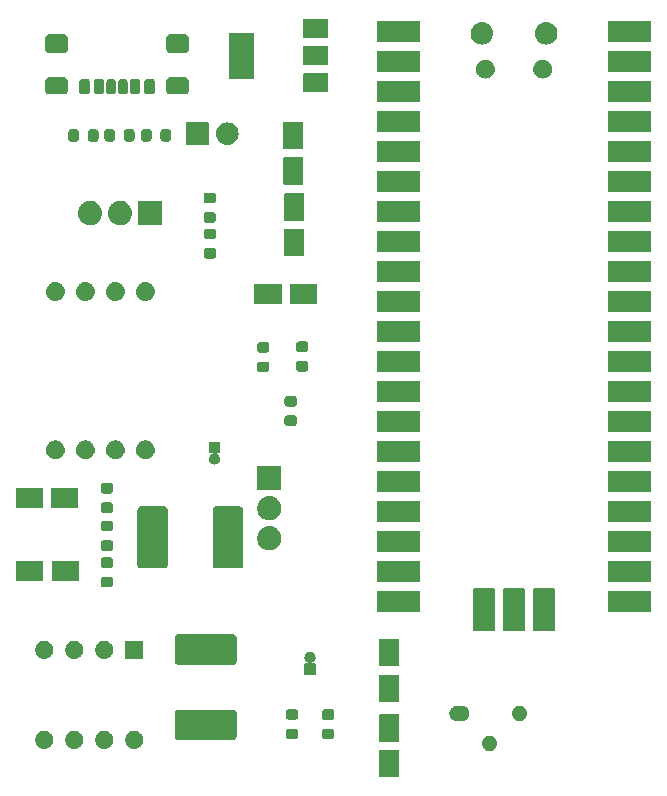
<source format=gts>
%TF.GenerationSoftware,KiCad,Pcbnew,7.0.9*%
%TF.CreationDate,2024-01-26T17:26:55+01:00*%
%TF.ProjectId,BPN,42504e2e-6b69-4636-9164-5f7063625858,rev?*%
%TF.SameCoordinates,Original*%
%TF.FileFunction,Soldermask,Top*%
%TF.FilePolarity,Negative*%
%FSLAX46Y46*%
G04 Gerber Fmt 4.6, Leading zero omitted, Abs format (unit mm)*
G04 Created by KiCad (PCBNEW 7.0.9) date 2024-01-26 17:26:55*
%MOMM*%
%LPD*%
G01*
G04 APERTURE LIST*
G04 APERTURE END LIST*
G36*
X182346356Y-139028651D02*
G01*
X182362577Y-139039490D01*
X182373416Y-139055711D01*
X182377222Y-139074845D01*
X182377222Y-141274845D01*
X182373416Y-141293979D01*
X182362577Y-141310200D01*
X182346356Y-141321039D01*
X182327222Y-141324845D01*
X180727222Y-141324845D01*
X180708088Y-141321039D01*
X180691867Y-141310200D01*
X180681028Y-141293979D01*
X180677222Y-141274845D01*
X180677222Y-139074845D01*
X180681028Y-139055711D01*
X180691867Y-139039490D01*
X180708088Y-139028651D01*
X180727222Y-139024845D01*
X182327222Y-139024845D01*
X182346356Y-139028651D01*
G37*
G36*
X190241315Y-137863884D02*
G01*
X190380064Y-137936705D01*
X190497354Y-138040615D01*
X190586368Y-138169575D01*
X190641934Y-138316090D01*
X190660822Y-138471645D01*
X190641934Y-138627200D01*
X190586368Y-138773715D01*
X190497354Y-138902675D01*
X190380064Y-139006585D01*
X190241315Y-139079406D01*
X190089171Y-139116906D01*
X189932473Y-139116906D01*
X189780329Y-139079406D01*
X189641580Y-139006585D01*
X189524290Y-138902675D01*
X189435276Y-138773715D01*
X189379710Y-138627200D01*
X189360822Y-138471645D01*
X189379710Y-138316090D01*
X189435276Y-138169575D01*
X189524290Y-138040615D01*
X189641580Y-137936705D01*
X189780329Y-137863884D01*
X189932473Y-137826384D01*
X190089171Y-137826384D01*
X190241315Y-137863884D01*
G37*
G36*
X152357382Y-137395370D02*
G01*
X152398309Y-137395370D01*
X152444478Y-137405183D01*
X152489898Y-137410301D01*
X152522923Y-137421856D01*
X152556934Y-137429086D01*
X152605946Y-137450907D01*
X152653916Y-137467693D01*
X152678885Y-137483382D01*
X152705082Y-137495046D01*
X152753930Y-137530536D01*
X152801050Y-137560144D01*
X152817970Y-137577064D01*
X152836281Y-137590368D01*
X152881547Y-137640641D01*
X152923923Y-137683017D01*
X152933670Y-137698529D01*
X152944797Y-137710887D01*
X152982864Y-137776821D01*
X153016374Y-137830151D01*
X153020557Y-137842106D01*
X153025882Y-137851329D01*
X153053148Y-137935246D01*
X153073766Y-137994169D01*
X153074547Y-138001108D01*
X153075995Y-138005562D01*
X153089115Y-138130397D01*
X153093222Y-138166845D01*
X153089114Y-138203295D01*
X153075995Y-138328127D01*
X153074548Y-138332580D01*
X153073766Y-138339521D01*
X153053143Y-138398456D01*
X153025882Y-138482360D01*
X153020558Y-138491580D01*
X153016374Y-138503539D01*
X152982857Y-138556879D01*
X152944797Y-138622802D01*
X152933672Y-138635157D01*
X152923923Y-138650673D01*
X152881538Y-138693057D01*
X152836281Y-138743321D01*
X152817974Y-138756621D01*
X152801050Y-138773546D01*
X152753920Y-138803159D01*
X152705082Y-138838643D01*
X152678891Y-138850303D01*
X152653916Y-138865997D01*
X152605936Y-138882785D01*
X152556934Y-138904603D01*
X152522928Y-138911831D01*
X152489898Y-138923389D01*
X152444475Y-138928506D01*
X152398309Y-138938320D01*
X152357382Y-138938320D01*
X152317222Y-138942845D01*
X152277062Y-138938320D01*
X152236135Y-138938320D01*
X152189967Y-138928506D01*
X152144546Y-138923389D01*
X152111516Y-138911831D01*
X152077509Y-138904603D01*
X152028503Y-138882784D01*
X151980528Y-138865997D01*
X151955555Y-138850305D01*
X151929361Y-138838643D01*
X151880515Y-138803154D01*
X151833394Y-138773546D01*
X151816472Y-138756624D01*
X151798162Y-138743321D01*
X151752895Y-138693047D01*
X151710521Y-138650673D01*
X151700774Y-138635160D01*
X151689646Y-138622802D01*
X151651573Y-138556859D01*
X151618070Y-138503539D01*
X151613887Y-138491585D01*
X151608561Y-138482360D01*
X151581286Y-138398416D01*
X151560678Y-138339521D01*
X151559896Y-138332585D01*
X151558448Y-138328127D01*
X151545314Y-138203163D01*
X151541222Y-138166845D01*
X151545313Y-138130529D01*
X151558448Y-138005562D01*
X151559896Y-138001103D01*
X151560678Y-137994169D01*
X151581281Y-137935286D01*
X151608561Y-137851329D01*
X151613888Y-137842102D01*
X151618070Y-137830151D01*
X151651566Y-137776841D01*
X151689646Y-137710887D01*
X151700776Y-137698525D01*
X151710521Y-137683017D01*
X151752885Y-137640652D01*
X151798162Y-137590368D01*
X151816475Y-137577062D01*
X151833394Y-137560144D01*
X151880512Y-137530537D01*
X151929361Y-137495047D01*
X151955556Y-137483383D01*
X151980528Y-137467693D01*
X152028495Y-137450908D01*
X152077511Y-137429085D01*
X152111525Y-137421855D01*
X152144546Y-137410301D01*
X152189962Y-137405183D01*
X152236135Y-137395370D01*
X152277062Y-137395370D01*
X152317222Y-137390845D01*
X152357382Y-137395370D01*
G37*
G36*
X154897382Y-137395370D02*
G01*
X154938309Y-137395370D01*
X154984478Y-137405183D01*
X155029898Y-137410301D01*
X155062923Y-137421856D01*
X155096934Y-137429086D01*
X155145946Y-137450907D01*
X155193916Y-137467693D01*
X155218885Y-137483382D01*
X155245082Y-137495046D01*
X155293930Y-137530536D01*
X155341050Y-137560144D01*
X155357970Y-137577064D01*
X155376281Y-137590368D01*
X155421547Y-137640641D01*
X155463923Y-137683017D01*
X155473670Y-137698529D01*
X155484797Y-137710887D01*
X155522864Y-137776821D01*
X155556374Y-137830151D01*
X155560557Y-137842106D01*
X155565882Y-137851329D01*
X155593148Y-137935246D01*
X155613766Y-137994169D01*
X155614547Y-138001108D01*
X155615995Y-138005562D01*
X155629115Y-138130397D01*
X155633222Y-138166845D01*
X155629114Y-138203295D01*
X155615995Y-138328127D01*
X155614548Y-138332580D01*
X155613766Y-138339521D01*
X155593143Y-138398456D01*
X155565882Y-138482360D01*
X155560558Y-138491580D01*
X155556374Y-138503539D01*
X155522857Y-138556879D01*
X155484797Y-138622802D01*
X155473672Y-138635157D01*
X155463923Y-138650673D01*
X155421538Y-138693057D01*
X155376281Y-138743321D01*
X155357974Y-138756621D01*
X155341050Y-138773546D01*
X155293920Y-138803159D01*
X155245082Y-138838643D01*
X155218891Y-138850303D01*
X155193916Y-138865997D01*
X155145936Y-138882785D01*
X155096934Y-138904603D01*
X155062928Y-138911831D01*
X155029898Y-138923389D01*
X154984475Y-138928506D01*
X154938309Y-138938320D01*
X154897382Y-138938320D01*
X154857222Y-138942845D01*
X154817062Y-138938320D01*
X154776135Y-138938320D01*
X154729967Y-138928506D01*
X154684546Y-138923389D01*
X154651516Y-138911831D01*
X154617509Y-138904603D01*
X154568503Y-138882784D01*
X154520528Y-138865997D01*
X154495555Y-138850305D01*
X154469361Y-138838643D01*
X154420515Y-138803154D01*
X154373394Y-138773546D01*
X154356472Y-138756624D01*
X154338162Y-138743321D01*
X154292895Y-138693047D01*
X154250521Y-138650673D01*
X154240774Y-138635160D01*
X154229646Y-138622802D01*
X154191573Y-138556859D01*
X154158070Y-138503539D01*
X154153887Y-138491585D01*
X154148561Y-138482360D01*
X154121286Y-138398416D01*
X154100678Y-138339521D01*
X154099896Y-138332585D01*
X154098448Y-138328127D01*
X154085314Y-138203163D01*
X154081222Y-138166845D01*
X154085313Y-138130529D01*
X154098448Y-138005562D01*
X154099896Y-138001103D01*
X154100678Y-137994169D01*
X154121281Y-137935286D01*
X154148561Y-137851329D01*
X154153888Y-137842102D01*
X154158070Y-137830151D01*
X154191566Y-137776841D01*
X154229646Y-137710887D01*
X154240776Y-137698525D01*
X154250521Y-137683017D01*
X154292885Y-137640652D01*
X154338162Y-137590368D01*
X154356475Y-137577062D01*
X154373394Y-137560144D01*
X154420512Y-137530537D01*
X154469361Y-137495047D01*
X154495556Y-137483383D01*
X154520528Y-137467693D01*
X154568495Y-137450908D01*
X154617511Y-137429085D01*
X154651525Y-137421855D01*
X154684546Y-137410301D01*
X154729962Y-137405183D01*
X154776135Y-137395370D01*
X154817062Y-137395370D01*
X154857222Y-137390845D01*
X154897382Y-137395370D01*
G37*
G36*
X157437382Y-137395370D02*
G01*
X157478309Y-137395370D01*
X157524478Y-137405183D01*
X157569898Y-137410301D01*
X157602923Y-137421856D01*
X157636934Y-137429086D01*
X157685946Y-137450907D01*
X157733916Y-137467693D01*
X157758885Y-137483382D01*
X157785082Y-137495046D01*
X157833930Y-137530536D01*
X157881050Y-137560144D01*
X157897970Y-137577064D01*
X157916281Y-137590368D01*
X157961547Y-137640641D01*
X158003923Y-137683017D01*
X158013670Y-137698529D01*
X158024797Y-137710887D01*
X158062864Y-137776821D01*
X158096374Y-137830151D01*
X158100557Y-137842106D01*
X158105882Y-137851329D01*
X158133148Y-137935246D01*
X158153766Y-137994169D01*
X158154547Y-138001108D01*
X158155995Y-138005562D01*
X158169115Y-138130397D01*
X158173222Y-138166845D01*
X158169114Y-138203295D01*
X158155995Y-138328127D01*
X158154548Y-138332580D01*
X158153766Y-138339521D01*
X158133143Y-138398456D01*
X158105882Y-138482360D01*
X158100558Y-138491580D01*
X158096374Y-138503539D01*
X158062857Y-138556879D01*
X158024797Y-138622802D01*
X158013672Y-138635157D01*
X158003923Y-138650673D01*
X157961538Y-138693057D01*
X157916281Y-138743321D01*
X157897974Y-138756621D01*
X157881050Y-138773546D01*
X157833920Y-138803159D01*
X157785082Y-138838643D01*
X157758891Y-138850303D01*
X157733916Y-138865997D01*
X157685936Y-138882785D01*
X157636934Y-138904603D01*
X157602928Y-138911831D01*
X157569898Y-138923389D01*
X157524475Y-138928506D01*
X157478309Y-138938320D01*
X157437382Y-138938320D01*
X157397222Y-138942845D01*
X157357062Y-138938320D01*
X157316135Y-138938320D01*
X157269967Y-138928506D01*
X157224546Y-138923389D01*
X157191516Y-138911831D01*
X157157509Y-138904603D01*
X157108503Y-138882784D01*
X157060528Y-138865997D01*
X157035555Y-138850305D01*
X157009361Y-138838643D01*
X156960515Y-138803154D01*
X156913394Y-138773546D01*
X156896472Y-138756624D01*
X156878162Y-138743321D01*
X156832895Y-138693047D01*
X156790521Y-138650673D01*
X156780774Y-138635160D01*
X156769646Y-138622802D01*
X156731573Y-138556859D01*
X156698070Y-138503539D01*
X156693887Y-138491585D01*
X156688561Y-138482360D01*
X156661286Y-138398416D01*
X156640678Y-138339521D01*
X156639896Y-138332585D01*
X156638448Y-138328127D01*
X156625314Y-138203163D01*
X156621222Y-138166845D01*
X156625313Y-138130529D01*
X156638448Y-138005562D01*
X156639896Y-138001103D01*
X156640678Y-137994169D01*
X156661281Y-137935286D01*
X156688561Y-137851329D01*
X156693888Y-137842102D01*
X156698070Y-137830151D01*
X156731566Y-137776841D01*
X156769646Y-137710887D01*
X156780776Y-137698525D01*
X156790521Y-137683017D01*
X156832885Y-137640652D01*
X156878162Y-137590368D01*
X156896475Y-137577062D01*
X156913394Y-137560144D01*
X156960512Y-137530537D01*
X157009361Y-137495047D01*
X157035556Y-137483383D01*
X157060528Y-137467693D01*
X157108495Y-137450908D01*
X157157511Y-137429085D01*
X157191525Y-137421855D01*
X157224546Y-137410301D01*
X157269962Y-137405183D01*
X157316135Y-137395370D01*
X157357062Y-137395370D01*
X157397222Y-137390845D01*
X157437382Y-137395370D01*
G37*
G36*
X159977382Y-137395370D02*
G01*
X160018309Y-137395370D01*
X160064478Y-137405183D01*
X160109898Y-137410301D01*
X160142923Y-137421856D01*
X160176934Y-137429086D01*
X160225946Y-137450907D01*
X160273916Y-137467693D01*
X160298885Y-137483382D01*
X160325082Y-137495046D01*
X160373930Y-137530536D01*
X160421050Y-137560144D01*
X160437970Y-137577064D01*
X160456281Y-137590368D01*
X160501547Y-137640641D01*
X160543923Y-137683017D01*
X160553670Y-137698529D01*
X160564797Y-137710887D01*
X160602864Y-137776821D01*
X160636374Y-137830151D01*
X160640557Y-137842106D01*
X160645882Y-137851329D01*
X160673148Y-137935246D01*
X160693766Y-137994169D01*
X160694547Y-138001108D01*
X160695995Y-138005562D01*
X160709115Y-138130397D01*
X160713222Y-138166845D01*
X160709114Y-138203295D01*
X160695995Y-138328127D01*
X160694548Y-138332580D01*
X160693766Y-138339521D01*
X160673143Y-138398456D01*
X160645882Y-138482360D01*
X160640558Y-138491580D01*
X160636374Y-138503539D01*
X160602857Y-138556879D01*
X160564797Y-138622802D01*
X160553672Y-138635157D01*
X160543923Y-138650673D01*
X160501538Y-138693057D01*
X160456281Y-138743321D01*
X160437974Y-138756621D01*
X160421050Y-138773546D01*
X160373920Y-138803159D01*
X160325082Y-138838643D01*
X160298891Y-138850303D01*
X160273916Y-138865997D01*
X160225936Y-138882785D01*
X160176934Y-138904603D01*
X160142928Y-138911831D01*
X160109898Y-138923389D01*
X160064475Y-138928506D01*
X160018309Y-138938320D01*
X159977382Y-138938320D01*
X159937222Y-138942845D01*
X159897062Y-138938320D01*
X159856135Y-138938320D01*
X159809967Y-138928506D01*
X159764546Y-138923389D01*
X159731516Y-138911831D01*
X159697509Y-138904603D01*
X159648503Y-138882784D01*
X159600528Y-138865997D01*
X159575555Y-138850305D01*
X159549361Y-138838643D01*
X159500515Y-138803154D01*
X159453394Y-138773546D01*
X159436472Y-138756624D01*
X159418162Y-138743321D01*
X159372895Y-138693047D01*
X159330521Y-138650673D01*
X159320774Y-138635160D01*
X159309646Y-138622802D01*
X159271573Y-138556859D01*
X159238070Y-138503539D01*
X159233887Y-138491585D01*
X159228561Y-138482360D01*
X159201286Y-138398416D01*
X159180678Y-138339521D01*
X159179896Y-138332585D01*
X159178448Y-138328127D01*
X159165314Y-138203163D01*
X159161222Y-138166845D01*
X159165313Y-138130529D01*
X159178448Y-138005562D01*
X159179896Y-138001103D01*
X159180678Y-137994169D01*
X159201281Y-137935286D01*
X159228561Y-137851329D01*
X159233888Y-137842102D01*
X159238070Y-137830151D01*
X159271566Y-137776841D01*
X159309646Y-137710887D01*
X159320776Y-137698525D01*
X159330521Y-137683017D01*
X159372885Y-137640652D01*
X159418162Y-137590368D01*
X159436475Y-137577062D01*
X159453394Y-137560144D01*
X159500512Y-137530537D01*
X159549361Y-137495047D01*
X159575556Y-137483383D01*
X159600528Y-137467693D01*
X159648495Y-137450908D01*
X159697511Y-137429085D01*
X159731525Y-137421855D01*
X159764546Y-137410301D01*
X159809962Y-137405183D01*
X159856135Y-137395370D01*
X159897062Y-137395370D01*
X159937222Y-137390845D01*
X159977382Y-137395370D01*
G37*
G36*
X182346356Y-136028651D02*
G01*
X182362577Y-136039490D01*
X182373416Y-136055711D01*
X182377222Y-136074845D01*
X182377222Y-138274845D01*
X182373416Y-138293979D01*
X182362577Y-138310200D01*
X182346356Y-138321039D01*
X182327222Y-138324845D01*
X180727222Y-138324845D01*
X180708088Y-138321039D01*
X180691867Y-138310200D01*
X180681028Y-138293979D01*
X180677222Y-138274845D01*
X180677222Y-136074845D01*
X180681028Y-136055711D01*
X180691867Y-136039490D01*
X180708088Y-136028651D01*
X180727222Y-136024845D01*
X182327222Y-136024845D01*
X182346356Y-136028651D01*
G37*
G36*
X168376107Y-135617314D02*
G01*
X168384780Y-135621143D01*
X168392347Y-135622246D01*
X168439645Y-135645368D01*
X168476963Y-135661846D01*
X168480418Y-135665301D01*
X168481342Y-135665753D01*
X168551013Y-135735424D01*
X168551464Y-135736347D01*
X168554921Y-135739804D01*
X168571400Y-135777127D01*
X168594520Y-135824418D01*
X168595622Y-135831984D01*
X168599453Y-135840660D01*
X168607422Y-135909345D01*
X168607422Y-137884345D01*
X168599453Y-137953030D01*
X168595621Y-137961706D01*
X168594520Y-137969270D01*
X168571407Y-138016547D01*
X168554921Y-138053886D01*
X168551463Y-138057343D01*
X168551013Y-138058265D01*
X168481342Y-138127936D01*
X168480420Y-138128386D01*
X168476963Y-138131844D01*
X168439629Y-138148328D01*
X168392348Y-138171443D01*
X168384783Y-138172545D01*
X168376107Y-138176376D01*
X168307422Y-138184345D01*
X163657422Y-138184345D01*
X163588737Y-138176376D01*
X163580060Y-138172545D01*
X163572496Y-138171443D01*
X163525209Y-138148326D01*
X163487881Y-138131844D01*
X163484424Y-138128387D01*
X163483501Y-138127936D01*
X163413830Y-138058265D01*
X163413378Y-138057341D01*
X163409923Y-138053886D01*
X163393447Y-138016573D01*
X163370323Y-137969271D01*
X163369220Y-137961702D01*
X163365391Y-137953030D01*
X163357422Y-137884345D01*
X163357422Y-135909345D01*
X163365391Y-135840660D01*
X163369220Y-135831987D01*
X163370323Y-135824419D01*
X163393450Y-135777111D01*
X163409923Y-135739804D01*
X163413377Y-135736349D01*
X163413830Y-135735424D01*
X163483501Y-135665753D01*
X163484426Y-135665300D01*
X163487881Y-135661846D01*
X163525183Y-135645375D01*
X163572495Y-135622246D01*
X163580064Y-135621143D01*
X163588737Y-135617314D01*
X163657422Y-135609345D01*
X168307422Y-135609345D01*
X168376107Y-135617314D01*
G37*
G36*
X176636869Y-137234750D02*
G01*
X176688230Y-137240709D01*
X176705776Y-137248456D01*
X176728493Y-137252975D01*
X176752813Y-137269225D01*
X176773615Y-137278410D01*
X176787822Y-137292617D01*
X176809599Y-137307168D01*
X176824149Y-137328944D01*
X176838356Y-137343151D01*
X176847540Y-137363951D01*
X176863792Y-137388274D01*
X176868311Y-137410993D01*
X176876057Y-137428536D01*
X176882014Y-137479885D01*
X176882822Y-137483945D01*
X176882822Y-137883945D01*
X176882014Y-137888004D01*
X176876057Y-137939353D01*
X176868311Y-137956895D01*
X176863792Y-137979616D01*
X176847538Y-138003940D01*
X176838356Y-138024738D01*
X176824151Y-138038942D01*
X176809599Y-138060722D01*
X176787819Y-138075274D01*
X176773615Y-138089479D01*
X176752817Y-138098661D01*
X176728493Y-138114915D01*
X176705772Y-138119434D01*
X176688230Y-138127180D01*
X176636883Y-138133137D01*
X176632822Y-138133945D01*
X176082822Y-138133945D01*
X176078763Y-138133137D01*
X176027413Y-138127180D01*
X176009870Y-138119434D01*
X175987151Y-138114915D01*
X175962828Y-138098663D01*
X175942028Y-138089479D01*
X175927821Y-138075272D01*
X175906045Y-138060722D01*
X175891494Y-138038945D01*
X175877287Y-138024738D01*
X175868102Y-138003936D01*
X175851852Y-137979616D01*
X175847333Y-137956899D01*
X175839586Y-137939353D01*
X175833627Y-137887994D01*
X175832822Y-137883945D01*
X175832822Y-137483945D01*
X175833626Y-137479898D01*
X175839586Y-137428536D01*
X175847333Y-137410988D01*
X175851852Y-137388274D01*
X175868100Y-137363955D01*
X175877287Y-137343151D01*
X175891496Y-137328941D01*
X175906045Y-137307168D01*
X175927818Y-137292619D01*
X175942028Y-137278410D01*
X175962832Y-137269223D01*
X175987151Y-137252975D01*
X176009865Y-137248456D01*
X176027413Y-137240709D01*
X176078774Y-137234750D01*
X176082822Y-137233945D01*
X176632822Y-137233945D01*
X176636869Y-137234750D01*
G37*
G36*
X173576669Y-137221850D02*
G01*
X173628030Y-137227809D01*
X173645576Y-137235556D01*
X173668293Y-137240075D01*
X173692613Y-137256325D01*
X173713415Y-137265510D01*
X173727622Y-137279717D01*
X173749399Y-137294268D01*
X173763949Y-137316044D01*
X173778156Y-137330251D01*
X173787340Y-137351051D01*
X173803592Y-137375374D01*
X173808111Y-137398093D01*
X173815857Y-137415636D01*
X173821814Y-137466985D01*
X173822622Y-137471045D01*
X173822622Y-137871045D01*
X173821814Y-137875104D01*
X173815857Y-137926453D01*
X173808111Y-137943995D01*
X173803592Y-137966716D01*
X173787338Y-137991040D01*
X173778156Y-138011838D01*
X173763951Y-138026042D01*
X173749399Y-138047822D01*
X173727619Y-138062374D01*
X173713415Y-138076579D01*
X173692617Y-138085761D01*
X173668293Y-138102015D01*
X173645572Y-138106534D01*
X173628030Y-138114280D01*
X173576683Y-138120237D01*
X173572622Y-138121045D01*
X173022622Y-138121045D01*
X173018563Y-138120237D01*
X172967213Y-138114280D01*
X172949670Y-138106534D01*
X172926951Y-138102015D01*
X172902628Y-138085763D01*
X172881828Y-138076579D01*
X172867621Y-138062372D01*
X172845845Y-138047822D01*
X172831294Y-138026045D01*
X172817087Y-138011838D01*
X172807902Y-137991036D01*
X172791652Y-137966716D01*
X172787133Y-137943999D01*
X172779386Y-137926453D01*
X172773427Y-137875094D01*
X172772622Y-137871045D01*
X172772622Y-137471045D01*
X172773426Y-137466998D01*
X172779386Y-137415636D01*
X172787133Y-137398088D01*
X172791652Y-137375374D01*
X172807900Y-137351055D01*
X172817087Y-137330251D01*
X172831296Y-137316041D01*
X172845845Y-137294268D01*
X172867618Y-137279719D01*
X172881828Y-137265510D01*
X172902632Y-137256323D01*
X172926951Y-137240075D01*
X172949665Y-137235556D01*
X172967213Y-137227809D01*
X173018574Y-137221850D01*
X173022622Y-137221045D01*
X173572622Y-137221045D01*
X173576669Y-137221850D01*
G37*
G36*
X187752289Y-135286770D02*
G01*
X187790218Y-135296508D01*
X187826287Y-135300888D01*
X187866138Y-135316001D01*
X187910103Y-135327290D01*
X187941688Y-135344654D01*
X187972722Y-135356424D01*
X188010384Y-135382420D01*
X188052882Y-135405784D01*
X188076880Y-135428319D01*
X188101605Y-135445386D01*
X188134031Y-135481987D01*
X188171656Y-135517319D01*
X188187624Y-135542480D01*
X188205459Y-135562612D01*
X188229645Y-135608695D01*
X188258960Y-135654888D01*
X188267202Y-135680254D01*
X188278238Y-135701282D01*
X188291449Y-135754879D01*
X188309309Y-135809847D01*
X188310786Y-135833331D01*
X188315718Y-135853339D01*
X188315718Y-135911721D01*
X188319539Y-135972459D01*
X188315718Y-135992489D01*
X188315718Y-136009950D01*
X188300986Y-136069713D01*
X188289009Y-136132506D01*
X188281660Y-136148122D01*
X188278238Y-136162007D01*
X188248148Y-136219338D01*
X188219635Y-136279932D01*
X188210640Y-136290804D01*
X188205459Y-136300677D01*
X188160374Y-136351566D01*
X188115778Y-136405475D01*
X188106902Y-136411923D01*
X188101605Y-136417903D01*
X188042875Y-136458441D01*
X187983962Y-136501244D01*
X187976699Y-136504119D01*
X187972722Y-136506865D01*
X187902510Y-136533492D01*
X187832470Y-136561224D01*
X187827852Y-136561807D01*
X187826287Y-136562401D01*
X187745590Y-136572199D01*
X187670822Y-136581645D01*
X187667801Y-136581645D01*
X187273843Y-136581645D01*
X187270822Y-136581645D01*
X187189355Y-136576520D01*
X187151420Y-136566780D01*
X187115356Y-136562401D01*
X187075511Y-136547289D01*
X187031541Y-136536000D01*
X186999951Y-136518633D01*
X186968921Y-136506865D01*
X186931262Y-136480870D01*
X186888762Y-136457506D01*
X186864762Y-136434969D01*
X186840038Y-136417903D01*
X186807612Y-136381301D01*
X186769988Y-136345971D01*
X186754020Y-136320809D01*
X186736184Y-136300677D01*
X186711996Y-136254590D01*
X186682684Y-136208402D01*
X186674442Y-136183037D01*
X186663405Y-136162007D01*
X186650193Y-136108405D01*
X186632335Y-136053443D01*
X186630857Y-136029957D01*
X186625926Y-136009950D01*
X186625926Y-135951568D01*
X186622105Y-135890831D01*
X186625926Y-135870800D01*
X186625926Y-135853339D01*
X186640659Y-135793564D01*
X186652635Y-135730784D01*
X186659981Y-135715172D01*
X186663405Y-135701282D01*
X186693508Y-135643923D01*
X186722009Y-135583358D01*
X186730999Y-135572490D01*
X186736184Y-135562612D01*
X186781296Y-135511691D01*
X186825866Y-135457815D01*
X186834736Y-135451370D01*
X186840038Y-135445386D01*
X186898815Y-135404814D01*
X186957682Y-135362046D01*
X186964938Y-135359172D01*
X186968921Y-135356424D01*
X187039215Y-135329764D01*
X187109174Y-135302066D01*
X187113786Y-135301483D01*
X187115356Y-135300888D01*
X187196165Y-135291076D01*
X187270822Y-135281645D01*
X187670822Y-135281645D01*
X187752289Y-135286770D01*
G37*
G36*
X192781315Y-135323884D02*
G01*
X192920064Y-135396705D01*
X193037354Y-135500615D01*
X193126368Y-135629575D01*
X193181934Y-135776090D01*
X193200822Y-135931645D01*
X193181934Y-136087200D01*
X193126368Y-136233715D01*
X193037354Y-136362675D01*
X192920064Y-136466585D01*
X192781315Y-136539406D01*
X192629171Y-136576906D01*
X192472473Y-136576906D01*
X192320329Y-136539406D01*
X192181580Y-136466585D01*
X192064290Y-136362675D01*
X191975276Y-136233715D01*
X191919710Y-136087200D01*
X191900822Y-135931645D01*
X191919710Y-135776090D01*
X191975276Y-135629575D01*
X192064290Y-135500615D01*
X192181580Y-135396705D01*
X192320329Y-135323884D01*
X192472473Y-135286384D01*
X192629171Y-135286384D01*
X192781315Y-135323884D01*
G37*
G36*
X176636869Y-135584750D02*
G01*
X176688230Y-135590709D01*
X176705776Y-135598456D01*
X176728493Y-135602975D01*
X176752813Y-135619225D01*
X176773615Y-135628410D01*
X176787822Y-135642617D01*
X176809599Y-135657168D01*
X176824149Y-135678944D01*
X176838356Y-135693151D01*
X176847540Y-135713951D01*
X176863792Y-135738274D01*
X176868311Y-135760993D01*
X176876057Y-135778536D01*
X176882014Y-135829885D01*
X176882822Y-135833945D01*
X176882822Y-136233945D01*
X176882014Y-136238004D01*
X176876057Y-136289353D01*
X176868311Y-136306895D01*
X176863792Y-136329616D01*
X176847538Y-136353940D01*
X176838356Y-136374738D01*
X176824151Y-136388942D01*
X176809599Y-136410722D01*
X176787819Y-136425274D01*
X176773615Y-136439479D01*
X176752817Y-136448661D01*
X176728493Y-136464915D01*
X176705772Y-136469434D01*
X176688230Y-136477180D01*
X176636883Y-136483137D01*
X176632822Y-136483945D01*
X176082822Y-136483945D01*
X176078763Y-136483137D01*
X176027413Y-136477180D01*
X176009870Y-136469434D01*
X175987151Y-136464915D01*
X175962828Y-136448663D01*
X175942028Y-136439479D01*
X175927821Y-136425272D01*
X175906045Y-136410722D01*
X175891494Y-136388945D01*
X175877287Y-136374738D01*
X175868102Y-136353936D01*
X175851852Y-136329616D01*
X175847333Y-136306899D01*
X175839586Y-136289353D01*
X175833627Y-136237994D01*
X175832822Y-136233945D01*
X175832822Y-135833945D01*
X175833626Y-135829898D01*
X175839586Y-135778536D01*
X175847333Y-135760988D01*
X175851852Y-135738274D01*
X175868100Y-135713955D01*
X175877287Y-135693151D01*
X175891496Y-135678941D01*
X175906045Y-135657168D01*
X175927818Y-135642619D01*
X175942028Y-135628410D01*
X175962832Y-135619223D01*
X175987151Y-135602975D01*
X176009865Y-135598456D01*
X176027413Y-135590709D01*
X176078774Y-135584750D01*
X176082822Y-135583945D01*
X176632822Y-135583945D01*
X176636869Y-135584750D01*
G37*
G36*
X173576669Y-135571850D02*
G01*
X173628030Y-135577809D01*
X173645576Y-135585556D01*
X173668293Y-135590075D01*
X173692613Y-135606325D01*
X173713415Y-135615510D01*
X173727622Y-135629717D01*
X173749399Y-135644268D01*
X173763949Y-135666044D01*
X173778156Y-135680251D01*
X173787340Y-135701051D01*
X173803592Y-135725374D01*
X173808111Y-135748093D01*
X173815857Y-135765636D01*
X173821814Y-135816985D01*
X173822622Y-135821045D01*
X173822622Y-136221045D01*
X173821814Y-136225104D01*
X173815857Y-136276453D01*
X173808111Y-136293995D01*
X173803592Y-136316716D01*
X173787338Y-136341040D01*
X173778156Y-136361838D01*
X173763951Y-136376042D01*
X173749399Y-136397822D01*
X173727619Y-136412374D01*
X173713415Y-136426579D01*
X173692617Y-136435761D01*
X173668293Y-136452015D01*
X173645572Y-136456534D01*
X173628030Y-136464280D01*
X173576683Y-136470237D01*
X173572622Y-136471045D01*
X173022622Y-136471045D01*
X173018563Y-136470237D01*
X172967213Y-136464280D01*
X172949670Y-136456534D01*
X172926951Y-136452015D01*
X172902628Y-136435763D01*
X172881828Y-136426579D01*
X172867621Y-136412372D01*
X172845845Y-136397822D01*
X172831294Y-136376045D01*
X172817087Y-136361838D01*
X172807902Y-136341036D01*
X172791652Y-136316716D01*
X172787133Y-136293999D01*
X172779386Y-136276453D01*
X172773427Y-136225094D01*
X172772622Y-136221045D01*
X172772622Y-135821045D01*
X172773426Y-135816998D01*
X172779386Y-135765636D01*
X172787133Y-135748088D01*
X172791652Y-135725374D01*
X172807900Y-135701055D01*
X172817087Y-135680251D01*
X172831296Y-135666041D01*
X172845845Y-135644268D01*
X172867618Y-135629719D01*
X172881828Y-135615510D01*
X172902632Y-135606323D01*
X172926951Y-135590075D01*
X172949665Y-135585556D01*
X172967213Y-135577809D01*
X173018574Y-135571850D01*
X173022622Y-135571045D01*
X173572622Y-135571045D01*
X173576669Y-135571850D01*
G37*
G36*
X182295556Y-132651851D02*
G01*
X182311777Y-132662690D01*
X182322616Y-132678911D01*
X182326422Y-132698045D01*
X182326422Y-134898045D01*
X182322616Y-134917179D01*
X182311777Y-134933400D01*
X182295556Y-134944239D01*
X182276422Y-134948045D01*
X180676422Y-134948045D01*
X180657288Y-134944239D01*
X180641067Y-134933400D01*
X180630228Y-134917179D01*
X180626422Y-134898045D01*
X180626422Y-132698045D01*
X180630228Y-132678911D01*
X180641067Y-132662690D01*
X180657288Y-132651851D01*
X180676422Y-132648045D01*
X182276422Y-132648045D01*
X182295556Y-132651851D01*
G37*
G36*
X174855074Y-130715180D02*
G01*
X174889222Y-130715180D01*
X174916975Y-130723329D01*
X174944448Y-130726946D01*
X174981349Y-130742231D01*
X175018944Y-130753270D01*
X175038789Y-130766023D01*
X175058905Y-130774356D01*
X175095761Y-130802637D01*
X175132681Y-130826364D01*
X175144583Y-130840100D01*
X175157193Y-130849776D01*
X175189888Y-130892385D01*
X175221217Y-130928541D01*
X175226488Y-130940083D01*
X175232609Y-130948060D01*
X175256778Y-131006409D01*
X175277381Y-131051522D01*
X175278399Y-131058605D01*
X175280020Y-131062518D01*
X175291501Y-131149733D01*
X175296622Y-131185345D01*
X175291501Y-131220959D01*
X175280020Y-131308171D01*
X175278399Y-131312082D01*
X175277381Y-131319168D01*
X175256777Y-131364283D01*
X175232610Y-131422628D01*
X175226488Y-131430605D01*
X175221217Y-131442149D01*
X175189885Y-131478307D01*
X175157192Y-131520915D01*
X175144583Y-131530590D01*
X175132681Y-131544326D01*
X175095758Y-131568054D01*
X175058904Y-131596334D01*
X175038792Y-131604664D01*
X175018944Y-131617420D01*
X174981336Y-131628462D01*
X174977975Y-131629855D01*
X174993985Y-131710345D01*
X175246622Y-131710345D01*
X175265756Y-131714151D01*
X175281977Y-131724990D01*
X175292816Y-131741211D01*
X175296622Y-131760345D01*
X175296622Y-132610345D01*
X175292816Y-132629479D01*
X175281977Y-132645700D01*
X175265756Y-132656539D01*
X175246622Y-132660345D01*
X174396622Y-132660345D01*
X174377488Y-132656539D01*
X174361267Y-132645700D01*
X174350428Y-132629479D01*
X174346622Y-132610345D01*
X174346622Y-131760345D01*
X174350428Y-131741211D01*
X174361267Y-131724990D01*
X174377488Y-131714151D01*
X174396622Y-131710345D01*
X174649259Y-131710345D01*
X174665269Y-131629855D01*
X174661906Y-131628462D01*
X174624300Y-131617420D01*
X174604453Y-131604665D01*
X174584339Y-131596334D01*
X174547479Y-131568050D01*
X174510563Y-131544326D01*
X174498662Y-131530592D01*
X174486051Y-131520915D01*
X174453349Y-131478297D01*
X174422027Y-131442149D01*
X174416756Y-131430608D01*
X174410633Y-131422628D01*
X174386456Y-131364260D01*
X174365863Y-131319168D01*
X174364844Y-131312086D01*
X174363223Y-131308171D01*
X174351730Y-131220877D01*
X174346622Y-131185345D01*
X174351730Y-131149815D01*
X174363223Y-131062518D01*
X174364845Y-131058602D01*
X174365863Y-131051522D01*
X174386454Y-131006432D01*
X174410634Y-130948060D01*
X174416757Y-130940079D01*
X174422027Y-130928541D01*
X174453343Y-130892399D01*
X174486051Y-130849774D01*
X174498665Y-130840094D01*
X174510563Y-130826364D01*
X174547473Y-130802643D01*
X174584337Y-130774357D01*
X174604454Y-130766023D01*
X174624300Y-130753270D01*
X174661892Y-130742231D01*
X174698795Y-130726946D01*
X174726268Y-130723329D01*
X174754022Y-130715180D01*
X174788169Y-130715180D01*
X174821622Y-130710776D01*
X174855074Y-130715180D01*
G37*
G36*
X182295556Y-129651851D02*
G01*
X182311777Y-129662690D01*
X182322616Y-129678911D01*
X182326422Y-129698045D01*
X182326422Y-131898045D01*
X182322616Y-131917179D01*
X182311777Y-131933400D01*
X182295556Y-131944239D01*
X182276422Y-131948045D01*
X180676422Y-131948045D01*
X180657288Y-131944239D01*
X180641067Y-131933400D01*
X180630228Y-131917179D01*
X180626422Y-131898045D01*
X180626422Y-129698045D01*
X180630228Y-129678911D01*
X180641067Y-129662690D01*
X180657288Y-129651851D01*
X180676422Y-129648045D01*
X182276422Y-129648045D01*
X182295556Y-129651851D01*
G37*
G36*
X168376107Y-129242314D02*
G01*
X168384780Y-129246143D01*
X168392347Y-129247246D01*
X168439645Y-129270368D01*
X168476963Y-129286846D01*
X168480418Y-129290301D01*
X168481342Y-129290753D01*
X168551013Y-129360424D01*
X168551464Y-129361347D01*
X168554921Y-129364804D01*
X168571400Y-129402127D01*
X168594520Y-129449418D01*
X168595622Y-129456984D01*
X168599453Y-129465660D01*
X168607422Y-129534345D01*
X168607422Y-131509345D01*
X168599453Y-131578030D01*
X168595621Y-131586706D01*
X168594520Y-131594270D01*
X168571407Y-131641547D01*
X168554921Y-131678886D01*
X168551463Y-131682343D01*
X168551013Y-131683265D01*
X168481342Y-131752936D01*
X168480420Y-131753386D01*
X168476963Y-131756844D01*
X168439629Y-131773328D01*
X168392348Y-131796443D01*
X168384783Y-131797545D01*
X168376107Y-131801376D01*
X168307422Y-131809345D01*
X163657422Y-131809345D01*
X163588737Y-131801376D01*
X163580060Y-131797545D01*
X163572496Y-131796443D01*
X163525209Y-131773326D01*
X163487881Y-131756844D01*
X163484424Y-131753387D01*
X163483501Y-131752936D01*
X163413830Y-131683265D01*
X163413378Y-131682341D01*
X163409923Y-131678886D01*
X163393447Y-131641573D01*
X163370323Y-131594271D01*
X163369220Y-131586702D01*
X163365391Y-131578030D01*
X163357422Y-131509345D01*
X163357422Y-129534345D01*
X163365391Y-129465660D01*
X163369220Y-129456987D01*
X163370323Y-129449419D01*
X163393450Y-129402111D01*
X163409923Y-129364804D01*
X163413377Y-129361349D01*
X163413830Y-129360424D01*
X163483501Y-129290753D01*
X163484426Y-129290300D01*
X163487881Y-129286846D01*
X163525183Y-129270375D01*
X163572495Y-129247246D01*
X163580064Y-129246143D01*
X163588737Y-129242314D01*
X163657422Y-129234345D01*
X168307422Y-129234345D01*
X168376107Y-129242314D01*
G37*
G36*
X152357382Y-129775370D02*
G01*
X152398309Y-129775370D01*
X152444478Y-129785183D01*
X152489898Y-129790301D01*
X152522923Y-129801856D01*
X152556934Y-129809086D01*
X152605946Y-129830907D01*
X152653916Y-129847693D01*
X152678885Y-129863382D01*
X152705082Y-129875046D01*
X152753930Y-129910536D01*
X152801050Y-129940144D01*
X152817970Y-129957064D01*
X152836281Y-129970368D01*
X152881547Y-130020641D01*
X152923923Y-130063017D01*
X152933670Y-130078529D01*
X152944797Y-130090887D01*
X152982864Y-130156821D01*
X153016374Y-130210151D01*
X153020557Y-130222106D01*
X153025882Y-130231329D01*
X153053148Y-130315246D01*
X153073766Y-130374169D01*
X153074547Y-130381108D01*
X153075995Y-130385562D01*
X153089115Y-130510397D01*
X153093222Y-130546845D01*
X153089114Y-130583295D01*
X153075995Y-130708127D01*
X153074548Y-130712580D01*
X153073766Y-130719521D01*
X153053143Y-130778456D01*
X153025882Y-130862360D01*
X153020558Y-130871580D01*
X153016374Y-130883539D01*
X152982857Y-130936879D01*
X152944797Y-131002802D01*
X152933672Y-131015157D01*
X152923923Y-131030673D01*
X152881538Y-131073057D01*
X152836281Y-131123321D01*
X152817974Y-131136621D01*
X152801050Y-131153546D01*
X152753920Y-131183159D01*
X152705082Y-131218643D01*
X152678891Y-131230303D01*
X152653916Y-131245997D01*
X152605936Y-131262785D01*
X152556934Y-131284603D01*
X152522928Y-131291831D01*
X152489898Y-131303389D01*
X152444475Y-131308506D01*
X152398309Y-131318320D01*
X152357382Y-131318320D01*
X152317222Y-131322845D01*
X152277062Y-131318320D01*
X152236135Y-131318320D01*
X152189967Y-131308506D01*
X152144546Y-131303389D01*
X152111516Y-131291831D01*
X152077509Y-131284603D01*
X152028503Y-131262784D01*
X151980528Y-131245997D01*
X151955555Y-131230305D01*
X151929361Y-131218643D01*
X151880515Y-131183154D01*
X151833394Y-131153546D01*
X151816472Y-131136624D01*
X151798162Y-131123321D01*
X151752895Y-131073047D01*
X151710521Y-131030673D01*
X151700774Y-131015160D01*
X151689646Y-131002802D01*
X151651573Y-130936859D01*
X151618070Y-130883539D01*
X151613887Y-130871585D01*
X151608561Y-130862360D01*
X151581286Y-130778416D01*
X151560678Y-130719521D01*
X151559896Y-130712585D01*
X151558448Y-130708127D01*
X151545314Y-130583163D01*
X151541222Y-130546845D01*
X151545313Y-130510529D01*
X151558448Y-130385562D01*
X151559896Y-130381103D01*
X151560678Y-130374169D01*
X151581281Y-130315286D01*
X151608561Y-130231329D01*
X151613888Y-130222102D01*
X151618070Y-130210151D01*
X151651566Y-130156841D01*
X151689646Y-130090887D01*
X151700776Y-130078525D01*
X151710521Y-130063017D01*
X151752885Y-130020652D01*
X151798162Y-129970368D01*
X151816475Y-129957062D01*
X151833394Y-129940144D01*
X151880512Y-129910537D01*
X151929361Y-129875047D01*
X151955556Y-129863383D01*
X151980528Y-129847693D01*
X152028495Y-129830908D01*
X152077511Y-129809085D01*
X152111525Y-129801855D01*
X152144546Y-129790301D01*
X152189962Y-129785183D01*
X152236135Y-129775370D01*
X152277062Y-129775370D01*
X152317222Y-129770845D01*
X152357382Y-129775370D01*
G37*
G36*
X154897382Y-129775370D02*
G01*
X154938309Y-129775370D01*
X154984478Y-129785183D01*
X155029898Y-129790301D01*
X155062923Y-129801856D01*
X155096934Y-129809086D01*
X155145946Y-129830907D01*
X155193916Y-129847693D01*
X155218885Y-129863382D01*
X155245082Y-129875046D01*
X155293930Y-129910536D01*
X155341050Y-129940144D01*
X155357970Y-129957064D01*
X155376281Y-129970368D01*
X155421547Y-130020641D01*
X155463923Y-130063017D01*
X155473670Y-130078529D01*
X155484797Y-130090887D01*
X155522864Y-130156821D01*
X155556374Y-130210151D01*
X155560557Y-130222106D01*
X155565882Y-130231329D01*
X155593148Y-130315246D01*
X155613766Y-130374169D01*
X155614547Y-130381108D01*
X155615995Y-130385562D01*
X155629115Y-130510397D01*
X155633222Y-130546845D01*
X155629114Y-130583295D01*
X155615995Y-130708127D01*
X155614548Y-130712580D01*
X155613766Y-130719521D01*
X155593143Y-130778456D01*
X155565882Y-130862360D01*
X155560558Y-130871580D01*
X155556374Y-130883539D01*
X155522857Y-130936879D01*
X155484797Y-131002802D01*
X155473672Y-131015157D01*
X155463923Y-131030673D01*
X155421538Y-131073057D01*
X155376281Y-131123321D01*
X155357974Y-131136621D01*
X155341050Y-131153546D01*
X155293920Y-131183159D01*
X155245082Y-131218643D01*
X155218891Y-131230303D01*
X155193916Y-131245997D01*
X155145936Y-131262785D01*
X155096934Y-131284603D01*
X155062928Y-131291831D01*
X155029898Y-131303389D01*
X154984475Y-131308506D01*
X154938309Y-131318320D01*
X154897382Y-131318320D01*
X154857222Y-131322845D01*
X154817062Y-131318320D01*
X154776135Y-131318320D01*
X154729967Y-131308506D01*
X154684546Y-131303389D01*
X154651516Y-131291831D01*
X154617509Y-131284603D01*
X154568503Y-131262784D01*
X154520528Y-131245997D01*
X154495555Y-131230305D01*
X154469361Y-131218643D01*
X154420515Y-131183154D01*
X154373394Y-131153546D01*
X154356472Y-131136624D01*
X154338162Y-131123321D01*
X154292895Y-131073047D01*
X154250521Y-131030673D01*
X154240774Y-131015160D01*
X154229646Y-131002802D01*
X154191573Y-130936859D01*
X154158070Y-130883539D01*
X154153887Y-130871585D01*
X154148561Y-130862360D01*
X154121286Y-130778416D01*
X154100678Y-130719521D01*
X154099896Y-130712585D01*
X154098448Y-130708127D01*
X154085314Y-130583163D01*
X154081222Y-130546845D01*
X154085313Y-130510529D01*
X154098448Y-130385562D01*
X154099896Y-130381103D01*
X154100678Y-130374169D01*
X154121281Y-130315286D01*
X154148561Y-130231329D01*
X154153888Y-130222102D01*
X154158070Y-130210151D01*
X154191566Y-130156841D01*
X154229646Y-130090887D01*
X154240776Y-130078525D01*
X154250521Y-130063017D01*
X154292885Y-130020652D01*
X154338162Y-129970368D01*
X154356475Y-129957062D01*
X154373394Y-129940144D01*
X154420512Y-129910537D01*
X154469361Y-129875047D01*
X154495556Y-129863383D01*
X154520528Y-129847693D01*
X154568495Y-129830908D01*
X154617511Y-129809085D01*
X154651525Y-129801855D01*
X154684546Y-129790301D01*
X154729962Y-129785183D01*
X154776135Y-129775370D01*
X154817062Y-129775370D01*
X154857222Y-129770845D01*
X154897382Y-129775370D01*
G37*
G36*
X157437382Y-129775370D02*
G01*
X157478309Y-129775370D01*
X157524478Y-129785183D01*
X157569898Y-129790301D01*
X157602923Y-129801856D01*
X157636934Y-129809086D01*
X157685946Y-129830907D01*
X157733916Y-129847693D01*
X157758885Y-129863382D01*
X157785082Y-129875046D01*
X157833930Y-129910536D01*
X157881050Y-129940144D01*
X157897970Y-129957064D01*
X157916281Y-129970368D01*
X157961547Y-130020641D01*
X158003923Y-130063017D01*
X158013670Y-130078529D01*
X158024797Y-130090887D01*
X158062864Y-130156821D01*
X158096374Y-130210151D01*
X158100557Y-130222106D01*
X158105882Y-130231329D01*
X158133148Y-130315246D01*
X158153766Y-130374169D01*
X158154547Y-130381108D01*
X158155995Y-130385562D01*
X158169115Y-130510397D01*
X158173222Y-130546845D01*
X158169114Y-130583295D01*
X158155995Y-130708127D01*
X158154548Y-130712580D01*
X158153766Y-130719521D01*
X158133143Y-130778456D01*
X158105882Y-130862360D01*
X158100558Y-130871580D01*
X158096374Y-130883539D01*
X158062857Y-130936879D01*
X158024797Y-131002802D01*
X158013672Y-131015157D01*
X158003923Y-131030673D01*
X157961538Y-131073057D01*
X157916281Y-131123321D01*
X157897974Y-131136621D01*
X157881050Y-131153546D01*
X157833920Y-131183159D01*
X157785082Y-131218643D01*
X157758891Y-131230303D01*
X157733916Y-131245997D01*
X157685936Y-131262785D01*
X157636934Y-131284603D01*
X157602928Y-131291831D01*
X157569898Y-131303389D01*
X157524475Y-131308506D01*
X157478309Y-131318320D01*
X157437382Y-131318320D01*
X157397222Y-131322845D01*
X157357062Y-131318320D01*
X157316135Y-131318320D01*
X157269967Y-131308506D01*
X157224546Y-131303389D01*
X157191516Y-131291831D01*
X157157509Y-131284603D01*
X157108503Y-131262784D01*
X157060528Y-131245997D01*
X157035555Y-131230305D01*
X157009361Y-131218643D01*
X156960515Y-131183154D01*
X156913394Y-131153546D01*
X156896472Y-131136624D01*
X156878162Y-131123321D01*
X156832895Y-131073047D01*
X156790521Y-131030673D01*
X156780774Y-131015160D01*
X156769646Y-131002802D01*
X156731573Y-130936859D01*
X156698070Y-130883539D01*
X156693887Y-130871585D01*
X156688561Y-130862360D01*
X156661286Y-130778416D01*
X156640678Y-130719521D01*
X156639896Y-130712585D01*
X156638448Y-130708127D01*
X156625314Y-130583163D01*
X156621222Y-130546845D01*
X156625313Y-130510529D01*
X156638448Y-130385562D01*
X156639896Y-130381103D01*
X156640678Y-130374169D01*
X156661281Y-130315286D01*
X156688561Y-130231329D01*
X156693888Y-130222102D01*
X156698070Y-130210151D01*
X156731566Y-130156841D01*
X156769646Y-130090887D01*
X156780776Y-130078525D01*
X156790521Y-130063017D01*
X156832885Y-130020652D01*
X156878162Y-129970368D01*
X156896475Y-129957062D01*
X156913394Y-129940144D01*
X156960512Y-129910537D01*
X157009361Y-129875047D01*
X157035556Y-129863383D01*
X157060528Y-129847693D01*
X157108495Y-129830908D01*
X157157511Y-129809085D01*
X157191525Y-129801855D01*
X157224546Y-129790301D01*
X157269962Y-129785183D01*
X157316135Y-129775370D01*
X157357062Y-129775370D01*
X157397222Y-129770845D01*
X157437382Y-129775370D01*
G37*
G36*
X160650256Y-129778609D02*
G01*
X160683347Y-129800720D01*
X160705458Y-129833811D01*
X160713222Y-129872845D01*
X160713222Y-131220845D01*
X160705458Y-131259879D01*
X160683347Y-131292970D01*
X160650256Y-131315081D01*
X160611222Y-131322845D01*
X159263222Y-131322845D01*
X159224188Y-131315081D01*
X159191097Y-131292970D01*
X159168986Y-131259879D01*
X159161222Y-131220845D01*
X159161222Y-129872845D01*
X159168986Y-129833811D01*
X159191097Y-129800720D01*
X159224188Y-129778609D01*
X159263222Y-129770845D01*
X160611222Y-129770845D01*
X160650256Y-129778609D01*
G37*
G36*
X190422756Y-125356651D02*
G01*
X190438977Y-125367490D01*
X190449816Y-125383711D01*
X190453622Y-125402845D01*
X190453622Y-128902845D01*
X190449816Y-128921979D01*
X190438977Y-128938200D01*
X190422756Y-128949039D01*
X190403622Y-128952845D01*
X188703622Y-128952845D01*
X188684488Y-128949039D01*
X188668267Y-128938200D01*
X188657428Y-128921979D01*
X188653622Y-128902845D01*
X188653622Y-125402845D01*
X188657428Y-125383711D01*
X188668267Y-125367490D01*
X188684488Y-125356651D01*
X188703622Y-125352845D01*
X190403622Y-125352845D01*
X190422756Y-125356651D01*
G37*
G36*
X192962756Y-125356651D02*
G01*
X192978977Y-125367490D01*
X192989816Y-125383711D01*
X192993622Y-125402845D01*
X192993622Y-128902845D01*
X192989816Y-128921979D01*
X192978977Y-128938200D01*
X192962756Y-128949039D01*
X192943622Y-128952845D01*
X191243622Y-128952845D01*
X191224488Y-128949039D01*
X191208267Y-128938200D01*
X191197428Y-128921979D01*
X191193622Y-128902845D01*
X191193622Y-125402845D01*
X191197428Y-125383711D01*
X191208267Y-125367490D01*
X191224488Y-125356651D01*
X191243622Y-125352845D01*
X192943622Y-125352845D01*
X192962756Y-125356651D01*
G37*
G36*
X195502756Y-125356651D02*
G01*
X195518977Y-125367490D01*
X195529816Y-125383711D01*
X195533622Y-125402845D01*
X195533622Y-128902845D01*
X195529816Y-128921979D01*
X195518977Y-128938200D01*
X195502756Y-128949039D01*
X195483622Y-128952845D01*
X193783622Y-128952845D01*
X193764488Y-128949039D01*
X193748267Y-128938200D01*
X193737428Y-128921979D01*
X193733622Y-128902845D01*
X193733622Y-125402845D01*
X193737428Y-125383711D01*
X193748267Y-125367490D01*
X193764488Y-125356651D01*
X193783622Y-125352845D01*
X195483622Y-125352845D01*
X195502756Y-125356651D01*
G37*
G36*
X184072756Y-125586651D02*
G01*
X184088977Y-125597490D01*
X184099816Y-125613711D01*
X184103622Y-125632845D01*
X184103622Y-127332845D01*
X184099816Y-127351979D01*
X184088977Y-127368200D01*
X184072756Y-127379039D01*
X184053622Y-127382845D01*
X180553622Y-127382845D01*
X180534488Y-127379039D01*
X180518267Y-127368200D01*
X180507428Y-127351979D01*
X180503622Y-127332845D01*
X180503622Y-125632845D01*
X180507428Y-125613711D01*
X180518267Y-125597490D01*
X180534488Y-125586651D01*
X180553622Y-125582845D01*
X184053622Y-125582845D01*
X184072756Y-125586651D01*
G37*
G36*
X203652756Y-125586651D02*
G01*
X203668977Y-125597490D01*
X203679816Y-125613711D01*
X203683622Y-125632845D01*
X203683622Y-127332845D01*
X203679816Y-127351979D01*
X203668977Y-127368200D01*
X203652756Y-127379039D01*
X203633622Y-127382845D01*
X200133622Y-127382845D01*
X200114488Y-127379039D01*
X200098267Y-127368200D01*
X200087428Y-127351979D01*
X200083622Y-127332845D01*
X200083622Y-125632845D01*
X200087428Y-125613711D01*
X200098267Y-125597490D01*
X200114488Y-125586651D01*
X200133622Y-125582845D01*
X203633622Y-125582845D01*
X203652756Y-125586651D01*
G37*
G36*
X157903469Y-124369450D02*
G01*
X157954830Y-124375409D01*
X157972376Y-124383156D01*
X157995093Y-124387675D01*
X158019413Y-124403925D01*
X158040215Y-124413110D01*
X158054422Y-124427317D01*
X158076199Y-124441868D01*
X158090749Y-124463644D01*
X158104956Y-124477851D01*
X158114140Y-124498651D01*
X158130392Y-124522974D01*
X158134911Y-124545693D01*
X158142657Y-124563236D01*
X158148614Y-124614585D01*
X158149422Y-124618645D01*
X158149422Y-125018645D01*
X158148614Y-125022704D01*
X158142657Y-125074053D01*
X158134911Y-125091595D01*
X158130392Y-125114316D01*
X158114138Y-125138640D01*
X158104956Y-125159438D01*
X158090751Y-125173642D01*
X158076199Y-125195422D01*
X158054419Y-125209974D01*
X158040215Y-125224179D01*
X158019417Y-125233361D01*
X157995093Y-125249615D01*
X157972372Y-125254134D01*
X157954830Y-125261880D01*
X157903483Y-125267837D01*
X157899422Y-125268645D01*
X157349422Y-125268645D01*
X157345363Y-125267837D01*
X157294013Y-125261880D01*
X157276470Y-125254134D01*
X157253751Y-125249615D01*
X157229428Y-125233363D01*
X157208628Y-125224179D01*
X157194421Y-125209972D01*
X157172645Y-125195422D01*
X157158094Y-125173645D01*
X157143887Y-125159438D01*
X157134702Y-125138636D01*
X157118452Y-125114316D01*
X157113933Y-125091599D01*
X157106186Y-125074053D01*
X157100227Y-125022694D01*
X157099422Y-125018645D01*
X157099422Y-124618645D01*
X157100226Y-124614598D01*
X157106186Y-124563236D01*
X157113933Y-124545688D01*
X157118452Y-124522974D01*
X157134700Y-124498655D01*
X157143887Y-124477851D01*
X157158096Y-124463641D01*
X157172645Y-124441868D01*
X157194418Y-124427319D01*
X157208628Y-124413110D01*
X157229432Y-124403923D01*
X157253751Y-124387675D01*
X157276465Y-124383156D01*
X157294013Y-124375409D01*
X157345374Y-124369450D01*
X157349422Y-124368645D01*
X157899422Y-124368645D01*
X157903469Y-124369450D01*
G37*
G36*
X184072756Y-123046651D02*
G01*
X184088977Y-123057490D01*
X184099816Y-123073711D01*
X184103622Y-123092845D01*
X184103622Y-124792845D01*
X184099816Y-124811979D01*
X184088977Y-124828200D01*
X184072756Y-124839039D01*
X184053622Y-124842845D01*
X180553622Y-124842845D01*
X180534488Y-124839039D01*
X180518267Y-124828200D01*
X180507428Y-124811979D01*
X180503622Y-124792845D01*
X180503622Y-123092845D01*
X180507428Y-123073711D01*
X180518267Y-123057490D01*
X180534488Y-123046651D01*
X180553622Y-123042845D01*
X184053622Y-123042845D01*
X184072756Y-123046651D01*
G37*
G36*
X203652756Y-123046651D02*
G01*
X203668977Y-123057490D01*
X203679816Y-123073711D01*
X203683622Y-123092845D01*
X203683622Y-124792845D01*
X203679816Y-124811979D01*
X203668977Y-124828200D01*
X203652756Y-124839039D01*
X203633622Y-124842845D01*
X200133622Y-124842845D01*
X200114488Y-124839039D01*
X200098267Y-124828200D01*
X200087428Y-124811979D01*
X200083622Y-124792845D01*
X200083622Y-123092845D01*
X200087428Y-123073711D01*
X200098267Y-123057490D01*
X200114488Y-123046651D01*
X200133622Y-123042845D01*
X203633622Y-123042845D01*
X203652756Y-123046651D01*
G37*
G36*
X152214356Y-122995051D02*
G01*
X152230577Y-123005890D01*
X152241416Y-123022111D01*
X152245222Y-123041245D01*
X152245222Y-124641245D01*
X152241416Y-124660379D01*
X152230577Y-124676600D01*
X152214356Y-124687439D01*
X152195222Y-124691245D01*
X149995222Y-124691245D01*
X149976088Y-124687439D01*
X149959867Y-124676600D01*
X149949028Y-124660379D01*
X149945222Y-124641245D01*
X149945222Y-123041245D01*
X149949028Y-123022111D01*
X149959867Y-123005890D01*
X149976088Y-122995051D01*
X149995222Y-122991245D01*
X152195222Y-122991245D01*
X152214356Y-122995051D01*
G37*
G36*
X155214356Y-122995051D02*
G01*
X155230577Y-123005890D01*
X155241416Y-123022111D01*
X155245222Y-123041245D01*
X155245222Y-124641245D01*
X155241416Y-124660379D01*
X155230577Y-124676600D01*
X155214356Y-124687439D01*
X155195222Y-124691245D01*
X152995222Y-124691245D01*
X152976088Y-124687439D01*
X152959867Y-124676600D01*
X152949028Y-124660379D01*
X152945222Y-124641245D01*
X152945222Y-123041245D01*
X152949028Y-123022111D01*
X152959867Y-123005890D01*
X152976088Y-122995051D01*
X152995222Y-122991245D01*
X155195222Y-122991245D01*
X155214356Y-122995051D01*
G37*
G36*
X162555907Y-118418014D02*
G01*
X162564580Y-118421843D01*
X162572147Y-118422946D01*
X162619445Y-118446068D01*
X162656763Y-118462546D01*
X162660218Y-118466001D01*
X162661142Y-118466453D01*
X162730813Y-118536124D01*
X162731264Y-118537047D01*
X162734721Y-118540504D01*
X162751200Y-118577827D01*
X162774320Y-118625118D01*
X162775422Y-118632684D01*
X162779253Y-118641360D01*
X162787222Y-118710045D01*
X162787222Y-123360045D01*
X162779253Y-123428730D01*
X162775421Y-123437406D01*
X162774320Y-123444970D01*
X162751207Y-123492247D01*
X162734721Y-123529586D01*
X162731263Y-123533043D01*
X162730813Y-123533965D01*
X162661142Y-123603636D01*
X162660220Y-123604086D01*
X162656763Y-123607544D01*
X162619429Y-123624028D01*
X162572148Y-123647143D01*
X162564583Y-123648245D01*
X162555907Y-123652076D01*
X162487222Y-123660045D01*
X160512222Y-123660045D01*
X160443537Y-123652076D01*
X160434860Y-123648245D01*
X160427296Y-123647143D01*
X160380009Y-123624026D01*
X160342681Y-123607544D01*
X160339224Y-123604087D01*
X160338301Y-123603636D01*
X160268630Y-123533965D01*
X160268178Y-123533041D01*
X160264723Y-123529586D01*
X160248247Y-123492273D01*
X160225123Y-123444971D01*
X160224020Y-123437402D01*
X160220191Y-123428730D01*
X160212222Y-123360045D01*
X160212222Y-118710045D01*
X160220191Y-118641360D01*
X160224020Y-118632687D01*
X160225123Y-118625119D01*
X160248250Y-118577811D01*
X160264723Y-118540504D01*
X160268177Y-118537049D01*
X160268630Y-118536124D01*
X160338301Y-118466453D01*
X160339226Y-118466000D01*
X160342681Y-118462546D01*
X160379983Y-118446075D01*
X160427295Y-118422946D01*
X160434864Y-118421843D01*
X160443537Y-118418014D01*
X160512222Y-118410045D01*
X162487222Y-118410045D01*
X162555907Y-118418014D01*
G37*
G36*
X168930907Y-118418014D02*
G01*
X168939580Y-118421843D01*
X168947147Y-118422946D01*
X168994445Y-118446068D01*
X169031763Y-118462546D01*
X169035218Y-118466001D01*
X169036142Y-118466453D01*
X169105813Y-118536124D01*
X169106264Y-118537047D01*
X169109721Y-118540504D01*
X169126200Y-118577827D01*
X169149320Y-118625118D01*
X169150422Y-118632684D01*
X169154253Y-118641360D01*
X169162222Y-118710045D01*
X169162222Y-123360045D01*
X169154253Y-123428730D01*
X169150421Y-123437406D01*
X169149320Y-123444970D01*
X169126207Y-123492247D01*
X169109721Y-123529586D01*
X169106263Y-123533043D01*
X169105813Y-123533965D01*
X169036142Y-123603636D01*
X169035220Y-123604086D01*
X169031763Y-123607544D01*
X168994429Y-123624028D01*
X168947148Y-123647143D01*
X168939583Y-123648245D01*
X168930907Y-123652076D01*
X168862222Y-123660045D01*
X166887222Y-123660045D01*
X166818537Y-123652076D01*
X166809860Y-123648245D01*
X166802296Y-123647143D01*
X166755009Y-123624026D01*
X166717681Y-123607544D01*
X166714224Y-123604087D01*
X166713301Y-123603636D01*
X166643630Y-123533965D01*
X166643178Y-123533041D01*
X166639723Y-123529586D01*
X166623247Y-123492273D01*
X166600123Y-123444971D01*
X166599020Y-123437402D01*
X166595191Y-123428730D01*
X166587222Y-123360045D01*
X166587222Y-118710045D01*
X166595191Y-118641360D01*
X166599020Y-118632687D01*
X166600123Y-118625119D01*
X166623250Y-118577811D01*
X166639723Y-118540504D01*
X166643177Y-118537049D01*
X166643630Y-118536124D01*
X166713301Y-118466453D01*
X166714226Y-118466000D01*
X166717681Y-118462546D01*
X166754983Y-118446075D01*
X166802295Y-118422946D01*
X166809864Y-118421843D01*
X166818537Y-118418014D01*
X166887222Y-118410045D01*
X168862222Y-118410045D01*
X168930907Y-118418014D01*
G37*
G36*
X157903469Y-122719450D02*
G01*
X157954830Y-122725409D01*
X157972376Y-122733156D01*
X157995093Y-122737675D01*
X158019413Y-122753925D01*
X158040215Y-122763110D01*
X158054422Y-122777317D01*
X158076199Y-122791868D01*
X158090749Y-122813644D01*
X158104956Y-122827851D01*
X158114140Y-122848651D01*
X158130392Y-122872974D01*
X158134911Y-122895693D01*
X158142657Y-122913236D01*
X158148614Y-122964585D01*
X158149422Y-122968645D01*
X158149422Y-123368645D01*
X158148614Y-123372704D01*
X158142657Y-123424053D01*
X158134911Y-123441595D01*
X158130392Y-123464316D01*
X158114138Y-123488640D01*
X158104956Y-123509438D01*
X158090751Y-123523642D01*
X158076199Y-123545422D01*
X158054419Y-123559974D01*
X158040215Y-123574179D01*
X158019417Y-123583361D01*
X157995093Y-123599615D01*
X157972372Y-123604134D01*
X157954830Y-123611880D01*
X157903483Y-123617837D01*
X157899422Y-123618645D01*
X157349422Y-123618645D01*
X157345363Y-123617837D01*
X157294013Y-123611880D01*
X157276470Y-123604134D01*
X157253751Y-123599615D01*
X157229428Y-123583363D01*
X157208628Y-123574179D01*
X157194421Y-123559972D01*
X157172645Y-123545422D01*
X157158094Y-123523645D01*
X157143887Y-123509438D01*
X157134702Y-123488636D01*
X157118452Y-123464316D01*
X157113933Y-123441599D01*
X157106186Y-123424053D01*
X157100227Y-123372694D01*
X157099422Y-123368645D01*
X157099422Y-122968645D01*
X157100226Y-122964598D01*
X157106186Y-122913236D01*
X157113933Y-122895688D01*
X157118452Y-122872974D01*
X157134700Y-122848655D01*
X157143887Y-122827851D01*
X157158096Y-122813641D01*
X157172645Y-122791868D01*
X157194418Y-122777319D01*
X157208628Y-122763110D01*
X157229432Y-122753923D01*
X157253751Y-122737675D01*
X157276465Y-122733156D01*
X157294013Y-122725409D01*
X157345374Y-122719450D01*
X157349422Y-122718645D01*
X157899422Y-122718645D01*
X157903469Y-122719450D01*
G37*
G36*
X184072756Y-120506651D02*
G01*
X184088977Y-120517490D01*
X184099816Y-120533711D01*
X184103622Y-120552845D01*
X184103622Y-122252845D01*
X184099816Y-122271979D01*
X184088977Y-122288200D01*
X184072756Y-122299039D01*
X184053622Y-122302845D01*
X182353622Y-122302845D01*
X180553622Y-122302845D01*
X180534488Y-122299039D01*
X180518267Y-122288200D01*
X180507428Y-122271979D01*
X180503622Y-122252845D01*
X180503622Y-120552845D01*
X180507428Y-120533711D01*
X180518267Y-120517490D01*
X180534488Y-120506651D01*
X180553622Y-120502845D01*
X184053622Y-120502845D01*
X184072756Y-120506651D01*
G37*
G36*
X203652756Y-120506651D02*
G01*
X203668977Y-120517490D01*
X203679816Y-120533711D01*
X203683622Y-120552845D01*
X203683622Y-122252845D01*
X203679816Y-122271979D01*
X203668977Y-122288200D01*
X203652756Y-122299039D01*
X203633622Y-122302845D01*
X200133622Y-122302845D01*
X200114488Y-122299039D01*
X200098267Y-122288200D01*
X200087428Y-122271979D01*
X200083622Y-122252845D01*
X200083622Y-120552845D01*
X200087428Y-120533711D01*
X200098267Y-120517490D01*
X200114488Y-120506651D01*
X200133622Y-120502845D01*
X203633622Y-120502845D01*
X203652756Y-120506651D01*
G37*
G36*
X157915669Y-121270650D02*
G01*
X157967030Y-121276609D01*
X157984576Y-121284356D01*
X158007293Y-121288875D01*
X158031613Y-121305125D01*
X158052415Y-121314310D01*
X158066622Y-121328517D01*
X158088399Y-121343068D01*
X158102949Y-121364844D01*
X158117156Y-121379051D01*
X158126340Y-121399851D01*
X158142592Y-121424174D01*
X158147111Y-121446893D01*
X158154857Y-121464436D01*
X158160814Y-121515785D01*
X158161622Y-121519845D01*
X158161622Y-121919845D01*
X158160814Y-121923904D01*
X158154857Y-121975253D01*
X158147111Y-121992795D01*
X158142592Y-122015516D01*
X158126338Y-122039840D01*
X158117156Y-122060638D01*
X158102951Y-122074842D01*
X158088399Y-122096622D01*
X158066619Y-122111174D01*
X158052415Y-122125379D01*
X158031617Y-122134561D01*
X158007293Y-122150815D01*
X157984572Y-122155334D01*
X157967030Y-122163080D01*
X157915683Y-122169037D01*
X157911622Y-122169845D01*
X157361622Y-122169845D01*
X157357563Y-122169037D01*
X157306213Y-122163080D01*
X157288670Y-122155334D01*
X157265951Y-122150815D01*
X157241628Y-122134563D01*
X157220828Y-122125379D01*
X157206621Y-122111172D01*
X157184845Y-122096622D01*
X157170294Y-122074845D01*
X157156087Y-122060638D01*
X157146902Y-122039836D01*
X157130652Y-122015516D01*
X157126133Y-121992799D01*
X157118386Y-121975253D01*
X157112427Y-121923894D01*
X157111622Y-121919845D01*
X157111622Y-121519845D01*
X157112426Y-121515798D01*
X157118386Y-121464436D01*
X157126133Y-121446888D01*
X157130652Y-121424174D01*
X157146900Y-121399855D01*
X157156087Y-121379051D01*
X157170296Y-121364841D01*
X157184845Y-121343068D01*
X157206618Y-121328519D01*
X157220828Y-121314310D01*
X157241632Y-121305123D01*
X157265951Y-121288875D01*
X157288665Y-121284356D01*
X157306213Y-121276609D01*
X157357574Y-121270650D01*
X157361622Y-121269845D01*
X157911622Y-121269845D01*
X157915669Y-121270650D01*
G37*
G36*
X171413865Y-120075639D02*
G01*
X171461960Y-120075639D01*
X171515523Y-120085651D01*
X171567580Y-120090779D01*
X171607127Y-120102775D01*
X171648214Y-120110456D01*
X171705117Y-120132500D01*
X171760238Y-120149221D01*
X171791732Y-120166055D01*
X171824902Y-120178905D01*
X171882536Y-120214590D01*
X171937793Y-120244126D01*
X171961010Y-120263179D01*
X171985997Y-120278651D01*
X172041359Y-120329120D01*
X172093421Y-120371846D01*
X172108848Y-120390645D01*
X172126026Y-120406304D01*
X172175894Y-120472341D01*
X172221141Y-120527474D01*
X172229890Y-120543842D01*
X172240212Y-120557511D01*
X172281282Y-120639991D01*
X172316046Y-120705029D01*
X172319753Y-120717249D01*
X172324672Y-120727128D01*
X172353729Y-120829256D01*
X172374488Y-120897687D01*
X172375169Y-120904611D01*
X172376524Y-120909370D01*
X172390590Y-121061177D01*
X172394222Y-121098045D01*
X172390590Y-121134915D01*
X172376524Y-121286719D01*
X172375170Y-121291477D01*
X172374488Y-121298403D01*
X172353725Y-121366849D01*
X172324672Y-121468961D01*
X172319753Y-121478837D01*
X172316046Y-121491061D01*
X172281275Y-121556111D01*
X172240212Y-121638578D01*
X172229892Y-121652243D01*
X172221141Y-121668616D01*
X172175885Y-121723760D01*
X172126026Y-121789785D01*
X172108852Y-121805440D01*
X172093421Y-121824244D01*
X172041348Y-121866978D01*
X171985997Y-121917438D01*
X171961015Y-121932906D01*
X171937793Y-121951964D01*
X171882524Y-121981505D01*
X171824902Y-122017184D01*
X171791739Y-122030031D01*
X171760238Y-122046869D01*
X171705105Y-122063593D01*
X171648214Y-122085633D01*
X171607134Y-122093312D01*
X171567580Y-122105311D01*
X171515520Y-122110438D01*
X171461960Y-122120451D01*
X171413865Y-122120451D01*
X171367222Y-122125045D01*
X171320579Y-122120451D01*
X171272484Y-122120451D01*
X171218923Y-122110438D01*
X171166864Y-122105311D01*
X171127310Y-122093312D01*
X171086229Y-122085633D01*
X171029333Y-122063591D01*
X170974206Y-122046869D01*
X170942707Y-122030032D01*
X170909541Y-122017184D01*
X170851912Y-121981501D01*
X170796651Y-121951964D01*
X170773431Y-121932908D01*
X170748446Y-121917438D01*
X170693085Y-121866970D01*
X170641023Y-121824244D01*
X170625594Y-121805444D01*
X170608417Y-121789785D01*
X170558546Y-121723745D01*
X170513303Y-121668616D01*
X170504554Y-121652248D01*
X170494231Y-121638578D01*
X170453153Y-121556084D01*
X170418398Y-121491061D01*
X170414691Y-121478843D01*
X170409771Y-121468961D01*
X170380702Y-121366795D01*
X170359956Y-121298403D01*
X170359274Y-121291482D01*
X170357919Y-121286719D01*
X170343836Y-121134744D01*
X170340222Y-121098045D01*
X170343836Y-121061349D01*
X170357919Y-120909370D01*
X170359274Y-120904605D01*
X170359956Y-120897687D01*
X170380698Y-120829309D01*
X170409771Y-120727128D01*
X170414692Y-120717244D01*
X170418398Y-120705029D01*
X170453146Y-120640018D01*
X170494231Y-120557511D01*
X170504556Y-120543838D01*
X170513303Y-120527474D01*
X170558536Y-120472356D01*
X170608417Y-120406304D01*
X170625598Y-120390641D01*
X170641023Y-120371846D01*
X170693074Y-120329128D01*
X170748446Y-120278651D01*
X170773436Y-120263177D01*
X170796651Y-120244126D01*
X170851900Y-120214594D01*
X170909541Y-120178905D01*
X170942714Y-120166053D01*
X170974206Y-120149221D01*
X171029322Y-120132501D01*
X171086229Y-120110456D01*
X171127317Y-120102775D01*
X171166864Y-120090779D01*
X171218920Y-120085651D01*
X171272484Y-120075639D01*
X171320579Y-120075639D01*
X171367222Y-120071045D01*
X171413865Y-120075639D01*
G37*
G36*
X157915669Y-119620650D02*
G01*
X157967030Y-119626609D01*
X157984576Y-119634356D01*
X158007293Y-119638875D01*
X158031613Y-119655125D01*
X158052415Y-119664310D01*
X158066622Y-119678517D01*
X158088399Y-119693068D01*
X158102949Y-119714844D01*
X158117156Y-119729051D01*
X158126340Y-119749851D01*
X158142592Y-119774174D01*
X158147111Y-119796893D01*
X158154857Y-119814436D01*
X158160814Y-119865785D01*
X158161622Y-119869845D01*
X158161622Y-120269845D01*
X158160814Y-120273904D01*
X158154857Y-120325253D01*
X158147111Y-120342795D01*
X158142592Y-120365516D01*
X158126338Y-120389840D01*
X158117156Y-120410638D01*
X158102951Y-120424842D01*
X158088399Y-120446622D01*
X158066619Y-120461174D01*
X158052415Y-120475379D01*
X158031617Y-120484561D01*
X158007293Y-120500815D01*
X157984572Y-120505334D01*
X157967030Y-120513080D01*
X157915683Y-120519037D01*
X157911622Y-120519845D01*
X157361622Y-120519845D01*
X157357563Y-120519037D01*
X157306213Y-120513080D01*
X157288670Y-120505334D01*
X157265951Y-120500815D01*
X157241628Y-120484563D01*
X157220828Y-120475379D01*
X157206621Y-120461172D01*
X157184845Y-120446622D01*
X157170294Y-120424845D01*
X157156087Y-120410638D01*
X157146902Y-120389836D01*
X157130652Y-120365516D01*
X157126133Y-120342799D01*
X157118386Y-120325253D01*
X157112427Y-120273894D01*
X157111622Y-120269845D01*
X157111622Y-119869845D01*
X157112426Y-119865798D01*
X157118386Y-119814436D01*
X157126133Y-119796888D01*
X157130652Y-119774174D01*
X157146900Y-119749855D01*
X157156087Y-119729051D01*
X157170296Y-119714841D01*
X157184845Y-119693068D01*
X157206618Y-119678519D01*
X157220828Y-119664310D01*
X157241632Y-119655123D01*
X157265951Y-119638875D01*
X157288665Y-119634356D01*
X157306213Y-119626609D01*
X157357574Y-119620650D01*
X157361622Y-119619845D01*
X157911622Y-119619845D01*
X157915669Y-119620650D01*
G37*
G36*
X184072756Y-117966651D02*
G01*
X184088977Y-117977490D01*
X184099816Y-117993711D01*
X184103622Y-118012845D01*
X184103622Y-119712845D01*
X184099816Y-119731979D01*
X184088977Y-119748200D01*
X184072756Y-119759039D01*
X184053622Y-119762845D01*
X180553622Y-119762845D01*
X180534488Y-119759039D01*
X180518267Y-119748200D01*
X180507428Y-119731979D01*
X180503622Y-119712845D01*
X180503622Y-118012845D01*
X180507428Y-117993711D01*
X180518267Y-117977490D01*
X180534488Y-117966651D01*
X180553622Y-117962845D01*
X184053622Y-117962845D01*
X184072756Y-117966651D01*
G37*
G36*
X203652756Y-117966651D02*
G01*
X203668977Y-117977490D01*
X203679816Y-117993711D01*
X203683622Y-118012845D01*
X203683622Y-119712845D01*
X203679816Y-119731979D01*
X203668977Y-119748200D01*
X203652756Y-119759039D01*
X203633622Y-119762845D01*
X200133622Y-119762845D01*
X200114488Y-119759039D01*
X200098267Y-119748200D01*
X200087428Y-119731979D01*
X200083622Y-119712845D01*
X200083622Y-118012845D01*
X200087428Y-117993711D01*
X200098267Y-117977490D01*
X200114488Y-117966651D01*
X200133622Y-117962845D01*
X203633622Y-117962845D01*
X203652756Y-117966651D01*
G37*
G36*
X171413865Y-117535639D02*
G01*
X171461960Y-117535639D01*
X171515523Y-117545651D01*
X171567580Y-117550779D01*
X171607127Y-117562775D01*
X171648214Y-117570456D01*
X171705117Y-117592500D01*
X171760238Y-117609221D01*
X171791732Y-117626055D01*
X171824902Y-117638905D01*
X171882536Y-117674590D01*
X171937793Y-117704126D01*
X171961010Y-117723179D01*
X171985997Y-117738651D01*
X172041359Y-117789120D01*
X172093421Y-117831846D01*
X172108848Y-117850645D01*
X172126026Y-117866304D01*
X172175894Y-117932341D01*
X172221141Y-117987474D01*
X172229890Y-118003842D01*
X172240212Y-118017511D01*
X172281282Y-118099991D01*
X172316046Y-118165029D01*
X172319753Y-118177249D01*
X172324672Y-118187128D01*
X172353729Y-118289256D01*
X172374488Y-118357687D01*
X172375169Y-118364611D01*
X172376524Y-118369370D01*
X172390590Y-118521177D01*
X172394222Y-118558045D01*
X172390590Y-118594915D01*
X172376524Y-118746719D01*
X172375170Y-118751477D01*
X172374488Y-118758403D01*
X172353725Y-118826849D01*
X172324672Y-118928961D01*
X172319753Y-118938837D01*
X172316046Y-118951061D01*
X172281275Y-119016111D01*
X172240212Y-119098578D01*
X172229892Y-119112243D01*
X172221141Y-119128616D01*
X172175885Y-119183760D01*
X172126026Y-119249785D01*
X172108852Y-119265440D01*
X172093421Y-119284244D01*
X172041348Y-119326978D01*
X171985997Y-119377438D01*
X171961015Y-119392906D01*
X171937793Y-119411964D01*
X171882524Y-119441505D01*
X171824902Y-119477184D01*
X171791739Y-119490031D01*
X171760238Y-119506869D01*
X171705105Y-119523593D01*
X171648214Y-119545633D01*
X171607134Y-119553312D01*
X171567580Y-119565311D01*
X171515520Y-119570438D01*
X171461960Y-119580451D01*
X171413865Y-119580451D01*
X171367222Y-119585045D01*
X171320579Y-119580451D01*
X171272484Y-119580451D01*
X171218923Y-119570438D01*
X171166864Y-119565311D01*
X171127310Y-119553312D01*
X171086229Y-119545633D01*
X171029333Y-119523591D01*
X170974206Y-119506869D01*
X170942707Y-119490032D01*
X170909541Y-119477184D01*
X170851912Y-119441501D01*
X170796651Y-119411964D01*
X170773431Y-119392908D01*
X170748446Y-119377438D01*
X170693085Y-119326970D01*
X170641023Y-119284244D01*
X170625594Y-119265444D01*
X170608417Y-119249785D01*
X170558546Y-119183745D01*
X170513303Y-119128616D01*
X170504554Y-119112248D01*
X170494231Y-119098578D01*
X170453153Y-119016084D01*
X170418398Y-118951061D01*
X170414691Y-118938843D01*
X170409771Y-118928961D01*
X170380702Y-118826795D01*
X170359956Y-118758403D01*
X170359274Y-118751482D01*
X170357919Y-118746719D01*
X170343836Y-118594744D01*
X170340222Y-118558045D01*
X170343836Y-118521349D01*
X170357919Y-118369370D01*
X170359274Y-118364605D01*
X170359956Y-118357687D01*
X170380698Y-118289309D01*
X170409771Y-118187128D01*
X170414692Y-118177244D01*
X170418398Y-118165029D01*
X170453146Y-118100018D01*
X170494231Y-118017511D01*
X170504556Y-118003838D01*
X170513303Y-117987474D01*
X170558536Y-117932356D01*
X170608417Y-117866304D01*
X170625598Y-117850641D01*
X170641023Y-117831846D01*
X170693074Y-117789128D01*
X170748446Y-117738651D01*
X170773436Y-117723177D01*
X170796651Y-117704126D01*
X170851900Y-117674594D01*
X170909541Y-117638905D01*
X170942714Y-117626053D01*
X170974206Y-117609221D01*
X171029322Y-117592501D01*
X171086229Y-117570456D01*
X171127317Y-117562775D01*
X171166864Y-117550779D01*
X171218920Y-117545651D01*
X171272484Y-117535639D01*
X171320579Y-117535639D01*
X171367222Y-117531045D01*
X171413865Y-117535639D01*
G37*
G36*
X157903469Y-118070250D02*
G01*
X157954830Y-118076209D01*
X157972376Y-118083956D01*
X157995093Y-118088475D01*
X158019413Y-118104725D01*
X158040215Y-118113910D01*
X158054422Y-118128117D01*
X158076199Y-118142668D01*
X158090749Y-118164444D01*
X158104956Y-118178651D01*
X158114140Y-118199451D01*
X158130392Y-118223774D01*
X158134911Y-118246493D01*
X158142657Y-118264036D01*
X158148614Y-118315385D01*
X158149422Y-118319445D01*
X158149422Y-118719445D01*
X158148614Y-118723504D01*
X158142657Y-118774853D01*
X158134911Y-118792395D01*
X158130392Y-118815116D01*
X158114138Y-118839440D01*
X158104956Y-118860238D01*
X158090751Y-118874442D01*
X158076199Y-118896222D01*
X158054419Y-118910774D01*
X158040215Y-118924979D01*
X158019417Y-118934161D01*
X157995093Y-118950415D01*
X157972372Y-118954934D01*
X157954830Y-118962680D01*
X157903483Y-118968637D01*
X157899422Y-118969445D01*
X157349422Y-118969445D01*
X157345363Y-118968637D01*
X157294013Y-118962680D01*
X157276470Y-118954934D01*
X157253751Y-118950415D01*
X157229428Y-118934163D01*
X157208628Y-118924979D01*
X157194421Y-118910772D01*
X157172645Y-118896222D01*
X157158094Y-118874445D01*
X157143887Y-118860238D01*
X157134702Y-118839436D01*
X157118452Y-118815116D01*
X157113933Y-118792399D01*
X157106186Y-118774853D01*
X157100227Y-118723494D01*
X157099422Y-118719445D01*
X157099422Y-118319445D01*
X157100226Y-118315398D01*
X157106186Y-118264036D01*
X157113933Y-118246488D01*
X157118452Y-118223774D01*
X157134700Y-118199455D01*
X157143887Y-118178651D01*
X157158096Y-118164441D01*
X157172645Y-118142668D01*
X157194418Y-118128119D01*
X157208628Y-118113910D01*
X157229432Y-118104723D01*
X157253751Y-118088475D01*
X157276465Y-118083956D01*
X157294013Y-118076209D01*
X157345374Y-118070250D01*
X157349422Y-118069445D01*
X157899422Y-118069445D01*
X157903469Y-118070250D01*
G37*
G36*
X152187556Y-116848251D02*
G01*
X152203777Y-116859090D01*
X152214616Y-116875311D01*
X152218422Y-116894445D01*
X152218422Y-118494445D01*
X152214616Y-118513579D01*
X152203777Y-118529800D01*
X152187556Y-118540639D01*
X152168422Y-118544445D01*
X149968422Y-118544445D01*
X149949288Y-118540639D01*
X149933067Y-118529800D01*
X149922228Y-118513579D01*
X149918422Y-118494445D01*
X149918422Y-116894445D01*
X149922228Y-116875311D01*
X149933067Y-116859090D01*
X149949288Y-116848251D01*
X149968422Y-116844445D01*
X152168422Y-116844445D01*
X152187556Y-116848251D01*
G37*
G36*
X155187556Y-116848251D02*
G01*
X155203777Y-116859090D01*
X155214616Y-116875311D01*
X155218422Y-116894445D01*
X155218422Y-118494445D01*
X155214616Y-118513579D01*
X155203777Y-118529800D01*
X155187556Y-118540639D01*
X155168422Y-118544445D01*
X152968422Y-118544445D01*
X152949288Y-118540639D01*
X152933067Y-118529800D01*
X152922228Y-118513579D01*
X152918422Y-118494445D01*
X152918422Y-116894445D01*
X152922228Y-116875311D01*
X152933067Y-116859090D01*
X152949288Y-116848251D01*
X152968422Y-116844445D01*
X155168422Y-116844445D01*
X155187556Y-116848251D01*
G37*
G36*
X157903469Y-116420250D02*
G01*
X157954830Y-116426209D01*
X157972376Y-116433956D01*
X157995093Y-116438475D01*
X158019413Y-116454725D01*
X158040215Y-116463910D01*
X158054422Y-116478117D01*
X158076199Y-116492668D01*
X158090749Y-116514444D01*
X158104956Y-116528651D01*
X158114140Y-116549451D01*
X158130392Y-116573774D01*
X158134911Y-116596493D01*
X158142657Y-116614036D01*
X158148614Y-116665385D01*
X158149422Y-116669445D01*
X158149422Y-117069445D01*
X158148614Y-117073504D01*
X158142657Y-117124853D01*
X158134911Y-117142395D01*
X158130392Y-117165116D01*
X158114138Y-117189440D01*
X158104956Y-117210238D01*
X158090751Y-117224442D01*
X158076199Y-117246222D01*
X158054419Y-117260774D01*
X158040215Y-117274979D01*
X158019417Y-117284161D01*
X157995093Y-117300415D01*
X157972372Y-117304934D01*
X157954830Y-117312680D01*
X157903483Y-117318637D01*
X157899422Y-117319445D01*
X157349422Y-117319445D01*
X157345363Y-117318637D01*
X157294013Y-117312680D01*
X157276470Y-117304934D01*
X157253751Y-117300415D01*
X157229428Y-117284163D01*
X157208628Y-117274979D01*
X157194421Y-117260772D01*
X157172645Y-117246222D01*
X157158094Y-117224445D01*
X157143887Y-117210238D01*
X157134702Y-117189436D01*
X157118452Y-117165116D01*
X157113933Y-117142399D01*
X157106186Y-117124853D01*
X157100227Y-117073494D01*
X157099422Y-117069445D01*
X157099422Y-116669445D01*
X157100226Y-116665398D01*
X157106186Y-116614036D01*
X157113933Y-116596488D01*
X157118452Y-116573774D01*
X157134700Y-116549455D01*
X157143887Y-116528651D01*
X157158096Y-116514441D01*
X157172645Y-116492668D01*
X157194418Y-116478119D01*
X157208628Y-116463910D01*
X157229432Y-116454723D01*
X157253751Y-116438475D01*
X157276465Y-116433956D01*
X157294013Y-116426209D01*
X157345374Y-116420250D01*
X157349422Y-116419445D01*
X157899422Y-116419445D01*
X157903469Y-116420250D01*
G37*
G36*
X184072756Y-115426651D02*
G01*
X184088977Y-115437490D01*
X184099816Y-115453711D01*
X184103622Y-115472845D01*
X184103622Y-117172845D01*
X184099816Y-117191979D01*
X184088977Y-117208200D01*
X184072756Y-117219039D01*
X184053622Y-117222845D01*
X180553622Y-117222845D01*
X180534488Y-117219039D01*
X180518267Y-117208200D01*
X180507428Y-117191979D01*
X180503622Y-117172845D01*
X180503622Y-115472845D01*
X180507428Y-115453711D01*
X180518267Y-115437490D01*
X180534488Y-115426651D01*
X180553622Y-115422845D01*
X184053622Y-115422845D01*
X184072756Y-115426651D01*
G37*
G36*
X203652756Y-115426651D02*
G01*
X203668977Y-115437490D01*
X203679816Y-115453711D01*
X203683622Y-115472845D01*
X203683622Y-117172845D01*
X203679816Y-117191979D01*
X203668977Y-117208200D01*
X203652756Y-117219039D01*
X203633622Y-117222845D01*
X200133622Y-117222845D01*
X200114488Y-117219039D01*
X200098267Y-117208200D01*
X200087428Y-117191979D01*
X200083622Y-117172845D01*
X200083622Y-115472845D01*
X200087428Y-115453711D01*
X200098267Y-115437490D01*
X200114488Y-115426651D01*
X200133622Y-115422845D01*
X203633622Y-115422845D01*
X203652756Y-115426651D01*
G37*
G36*
X172331256Y-114998809D02*
G01*
X172364347Y-115020920D01*
X172386458Y-115054011D01*
X172394222Y-115093045D01*
X172394222Y-116943045D01*
X172386458Y-116982079D01*
X172364347Y-117015170D01*
X172331256Y-117037281D01*
X172292222Y-117045045D01*
X170442222Y-117045045D01*
X170403188Y-117037281D01*
X170370097Y-117015170D01*
X170347986Y-116982079D01*
X170340222Y-116943045D01*
X170340222Y-115093045D01*
X170347986Y-115054011D01*
X170370097Y-115020920D01*
X170403188Y-114998809D01*
X170442222Y-114991045D01*
X172292222Y-114991045D01*
X172331256Y-114998809D01*
G37*
G36*
X167188556Y-112921251D02*
G01*
X167204777Y-112932090D01*
X167215616Y-112948311D01*
X167219422Y-112967445D01*
X167219422Y-113817445D01*
X167215616Y-113836579D01*
X167204777Y-113852800D01*
X167188556Y-113863639D01*
X167169422Y-113867445D01*
X166916784Y-113867445D01*
X166900774Y-113947933D01*
X166904149Y-113949331D01*
X166941744Y-113960370D01*
X166961589Y-113973123D01*
X166981705Y-113981456D01*
X167018561Y-114009737D01*
X167055481Y-114033464D01*
X167067383Y-114047200D01*
X167079993Y-114056876D01*
X167112688Y-114099485D01*
X167144017Y-114135641D01*
X167149288Y-114147183D01*
X167155409Y-114155160D01*
X167179578Y-114213509D01*
X167200181Y-114258622D01*
X167201199Y-114265705D01*
X167202820Y-114269618D01*
X167214301Y-114356833D01*
X167219422Y-114392445D01*
X167214301Y-114428059D01*
X167202820Y-114515271D01*
X167201199Y-114519182D01*
X167200181Y-114526268D01*
X167179577Y-114571383D01*
X167155410Y-114629728D01*
X167149288Y-114637705D01*
X167144017Y-114649249D01*
X167112685Y-114685407D01*
X167079992Y-114728015D01*
X167067383Y-114737690D01*
X167055481Y-114751426D01*
X167018557Y-114775155D01*
X166981705Y-114803433D01*
X166961593Y-114811763D01*
X166941744Y-114824520D01*
X166904141Y-114835561D01*
X166867248Y-114850843D01*
X166839781Y-114854458D01*
X166812022Y-114862610D01*
X166777867Y-114862610D01*
X166744422Y-114867013D01*
X166710977Y-114862610D01*
X166676822Y-114862610D01*
X166649062Y-114854459D01*
X166621595Y-114850843D01*
X166584699Y-114835560D01*
X166547100Y-114824520D01*
X166527252Y-114811764D01*
X166507138Y-114803433D01*
X166470280Y-114775151D01*
X166433363Y-114751426D01*
X166421462Y-114737692D01*
X166408851Y-114728015D01*
X166376149Y-114685397D01*
X166344827Y-114649249D01*
X166339556Y-114637708D01*
X166333433Y-114629728D01*
X166309256Y-114571360D01*
X166288663Y-114526268D01*
X166287644Y-114519186D01*
X166286023Y-114515271D01*
X166274530Y-114427977D01*
X166269422Y-114392445D01*
X166274530Y-114356915D01*
X166286023Y-114269618D01*
X166287645Y-114265702D01*
X166288663Y-114258622D01*
X166309254Y-114213532D01*
X166333434Y-114155160D01*
X166339557Y-114147179D01*
X166344827Y-114135641D01*
X166376143Y-114099499D01*
X166408851Y-114056874D01*
X166421465Y-114047194D01*
X166433363Y-114033464D01*
X166470269Y-114009745D01*
X166507136Y-113981457D01*
X166527257Y-113973122D01*
X166547100Y-113960370D01*
X166584683Y-113949334D01*
X166588069Y-113947932D01*
X166572058Y-113867445D01*
X166319422Y-113867445D01*
X166300288Y-113863639D01*
X166284067Y-113852800D01*
X166273228Y-113836579D01*
X166269422Y-113817445D01*
X166269422Y-112967445D01*
X166273228Y-112948311D01*
X166284067Y-112932090D01*
X166300288Y-112921251D01*
X166319422Y-112917445D01*
X167169422Y-112917445D01*
X167188556Y-112921251D01*
G37*
G36*
X184072756Y-112886651D02*
G01*
X184088977Y-112897490D01*
X184099816Y-112913711D01*
X184103622Y-112932845D01*
X184103622Y-114632845D01*
X184099816Y-114651979D01*
X184088977Y-114668200D01*
X184072756Y-114679039D01*
X184053622Y-114682845D01*
X180553622Y-114682845D01*
X180534488Y-114679039D01*
X180518267Y-114668200D01*
X180507428Y-114651979D01*
X180503622Y-114632845D01*
X180503622Y-112932845D01*
X180507428Y-112913711D01*
X180518267Y-112897490D01*
X180534488Y-112886651D01*
X180553622Y-112882845D01*
X184053622Y-112882845D01*
X184072756Y-112886651D01*
G37*
G36*
X203652756Y-112886651D02*
G01*
X203668977Y-112897490D01*
X203679816Y-112913711D01*
X203683622Y-112932845D01*
X203683622Y-114632845D01*
X203679816Y-114651979D01*
X203668977Y-114668200D01*
X203652756Y-114679039D01*
X203633622Y-114682845D01*
X200133622Y-114682845D01*
X200114488Y-114679039D01*
X200098267Y-114668200D01*
X200087428Y-114651979D01*
X200083622Y-114632845D01*
X200083622Y-112932845D01*
X200087428Y-112913711D01*
X200098267Y-112897490D01*
X200114488Y-112886651D01*
X200133622Y-112882845D01*
X203633622Y-112882845D01*
X203652756Y-112886651D01*
G37*
G36*
X153303345Y-112815501D02*
G01*
X153345617Y-112815501D01*
X153393304Y-112825637D01*
X153440039Y-112830903D01*
X153474022Y-112842794D01*
X153509151Y-112850261D01*
X153559776Y-112872800D01*
X153609129Y-112890070D01*
X153634817Y-112906211D01*
X153661882Y-112918261D01*
X153712344Y-112954924D01*
X153760814Y-112985380D01*
X153778221Y-113002787D01*
X153797143Y-113016535D01*
X153843923Y-113068489D01*
X153887487Y-113112053D01*
X153897506Y-113127998D01*
X153909014Y-113140779D01*
X153948387Y-113208975D01*
X153982797Y-113263738D01*
X153987092Y-113276015D01*
X153992606Y-113285564D01*
X154020831Y-113372435D01*
X154041964Y-113432828D01*
X154042765Y-113439941D01*
X154044270Y-113444572D01*
X154057914Y-113574387D01*
X154062022Y-113610845D01*
X154057913Y-113647305D01*
X154044270Y-113777117D01*
X154042765Y-113781746D01*
X154041964Y-113788862D01*
X154020827Y-113849267D01*
X153992606Y-113936125D01*
X153987093Y-113945672D01*
X153982797Y-113957952D01*
X153948380Y-114012726D01*
X153909014Y-114080910D01*
X153897508Y-114093688D01*
X153887487Y-114109637D01*
X153843914Y-114153209D01*
X153797143Y-114205154D01*
X153778225Y-114218898D01*
X153760814Y-114236310D01*
X153712334Y-114266771D01*
X153661882Y-114303428D01*
X153634822Y-114315475D01*
X153609129Y-114331620D01*
X153559766Y-114348892D01*
X153509151Y-114371428D01*
X153474027Y-114378893D01*
X153440039Y-114390787D01*
X153393301Y-114396053D01*
X153345617Y-114406189D01*
X153303345Y-114406189D01*
X153262022Y-114410845D01*
X153220699Y-114406189D01*
X153178427Y-114406189D01*
X153130741Y-114396053D01*
X153084005Y-114390787D01*
X153050017Y-114378894D01*
X153014892Y-114371428D01*
X152964273Y-114348891D01*
X152914915Y-114331620D01*
X152889223Y-114315476D01*
X152862161Y-114303428D01*
X152811702Y-114266767D01*
X152763230Y-114236310D01*
X152745821Y-114218901D01*
X152726900Y-114205154D01*
X152680119Y-114153199D01*
X152636557Y-114109637D01*
X152626538Y-114093692D01*
X152615029Y-114080910D01*
X152575651Y-114012706D01*
X152541247Y-113957952D01*
X152536951Y-113945676D01*
X152531437Y-113936125D01*
X152503202Y-113849227D01*
X152482080Y-113788862D01*
X152481278Y-113781751D01*
X152479773Y-113777117D01*
X152466115Y-113647173D01*
X152462022Y-113610845D01*
X152466114Y-113574519D01*
X152479773Y-113444572D01*
X152481279Y-113439936D01*
X152482080Y-113432828D01*
X152503198Y-113372475D01*
X152531437Y-113285564D01*
X152536952Y-113276010D01*
X152541247Y-113263738D01*
X152575644Y-113208994D01*
X152615029Y-113140779D01*
X152626540Y-113127994D01*
X152636557Y-113112053D01*
X152680110Y-113068499D01*
X152726900Y-113016535D01*
X152745824Y-113002785D01*
X152763230Y-112985380D01*
X152811696Y-112954926D01*
X152862162Y-112918261D01*
X152889226Y-112906210D01*
X152914915Y-112890070D01*
X152964264Y-112872801D01*
X153014892Y-112850261D01*
X153050023Y-112842793D01*
X153084005Y-112830903D01*
X153130739Y-112825637D01*
X153178427Y-112815501D01*
X153220699Y-112815501D01*
X153262022Y-112810845D01*
X153303345Y-112815501D01*
G37*
G36*
X155843345Y-112815501D02*
G01*
X155885617Y-112815501D01*
X155933304Y-112825637D01*
X155980039Y-112830903D01*
X156014022Y-112842794D01*
X156049151Y-112850261D01*
X156099776Y-112872800D01*
X156149129Y-112890070D01*
X156174817Y-112906211D01*
X156201882Y-112918261D01*
X156252344Y-112954924D01*
X156300814Y-112985380D01*
X156318221Y-113002787D01*
X156337143Y-113016535D01*
X156383923Y-113068489D01*
X156427487Y-113112053D01*
X156437506Y-113127998D01*
X156449014Y-113140779D01*
X156488387Y-113208975D01*
X156522797Y-113263738D01*
X156527092Y-113276015D01*
X156532606Y-113285564D01*
X156560831Y-113372435D01*
X156581964Y-113432828D01*
X156582765Y-113439941D01*
X156584270Y-113444572D01*
X156597914Y-113574387D01*
X156602022Y-113610845D01*
X156597913Y-113647305D01*
X156584270Y-113777117D01*
X156582765Y-113781746D01*
X156581964Y-113788862D01*
X156560827Y-113849267D01*
X156532606Y-113936125D01*
X156527093Y-113945672D01*
X156522797Y-113957952D01*
X156488380Y-114012726D01*
X156449014Y-114080910D01*
X156437508Y-114093688D01*
X156427487Y-114109637D01*
X156383914Y-114153209D01*
X156337143Y-114205154D01*
X156318225Y-114218898D01*
X156300814Y-114236310D01*
X156252334Y-114266771D01*
X156201882Y-114303428D01*
X156174822Y-114315475D01*
X156149129Y-114331620D01*
X156099766Y-114348892D01*
X156049151Y-114371428D01*
X156014027Y-114378893D01*
X155980039Y-114390787D01*
X155933301Y-114396053D01*
X155885617Y-114406189D01*
X155843345Y-114406189D01*
X155802022Y-114410845D01*
X155760699Y-114406189D01*
X155718427Y-114406189D01*
X155670741Y-114396053D01*
X155624005Y-114390787D01*
X155590017Y-114378894D01*
X155554892Y-114371428D01*
X155504273Y-114348891D01*
X155454915Y-114331620D01*
X155429223Y-114315476D01*
X155402161Y-114303428D01*
X155351702Y-114266767D01*
X155303230Y-114236310D01*
X155285821Y-114218901D01*
X155266900Y-114205154D01*
X155220119Y-114153199D01*
X155176557Y-114109637D01*
X155166538Y-114093692D01*
X155155029Y-114080910D01*
X155115651Y-114012706D01*
X155081247Y-113957952D01*
X155076951Y-113945676D01*
X155071437Y-113936125D01*
X155043202Y-113849227D01*
X155022080Y-113788862D01*
X155021278Y-113781751D01*
X155019773Y-113777117D01*
X155006115Y-113647173D01*
X155002022Y-113610845D01*
X155006114Y-113574519D01*
X155019773Y-113444572D01*
X155021279Y-113439936D01*
X155022080Y-113432828D01*
X155043198Y-113372475D01*
X155071437Y-113285564D01*
X155076952Y-113276010D01*
X155081247Y-113263738D01*
X155115644Y-113208994D01*
X155155029Y-113140779D01*
X155166540Y-113127994D01*
X155176557Y-113112053D01*
X155220110Y-113068499D01*
X155266900Y-113016535D01*
X155285824Y-113002785D01*
X155303230Y-112985380D01*
X155351696Y-112954926D01*
X155402162Y-112918261D01*
X155429226Y-112906210D01*
X155454915Y-112890070D01*
X155504264Y-112872801D01*
X155554892Y-112850261D01*
X155590023Y-112842793D01*
X155624005Y-112830903D01*
X155670739Y-112825637D01*
X155718427Y-112815501D01*
X155760699Y-112815501D01*
X155802022Y-112810845D01*
X155843345Y-112815501D01*
G37*
G36*
X158383345Y-112815501D02*
G01*
X158425617Y-112815501D01*
X158473304Y-112825637D01*
X158520039Y-112830903D01*
X158554022Y-112842794D01*
X158589151Y-112850261D01*
X158639776Y-112872800D01*
X158689129Y-112890070D01*
X158714817Y-112906211D01*
X158741882Y-112918261D01*
X158792344Y-112954924D01*
X158840814Y-112985380D01*
X158858221Y-113002787D01*
X158877143Y-113016535D01*
X158923923Y-113068489D01*
X158967487Y-113112053D01*
X158977506Y-113127998D01*
X158989014Y-113140779D01*
X159028387Y-113208975D01*
X159062797Y-113263738D01*
X159067092Y-113276015D01*
X159072606Y-113285564D01*
X159100831Y-113372435D01*
X159121964Y-113432828D01*
X159122765Y-113439941D01*
X159124270Y-113444572D01*
X159137914Y-113574387D01*
X159142022Y-113610845D01*
X159137913Y-113647305D01*
X159124270Y-113777117D01*
X159122765Y-113781746D01*
X159121964Y-113788862D01*
X159100827Y-113849267D01*
X159072606Y-113936125D01*
X159067093Y-113945672D01*
X159062797Y-113957952D01*
X159028380Y-114012726D01*
X158989014Y-114080910D01*
X158977508Y-114093688D01*
X158967487Y-114109637D01*
X158923914Y-114153209D01*
X158877143Y-114205154D01*
X158858225Y-114218898D01*
X158840814Y-114236310D01*
X158792334Y-114266771D01*
X158741882Y-114303428D01*
X158714822Y-114315475D01*
X158689129Y-114331620D01*
X158639766Y-114348892D01*
X158589151Y-114371428D01*
X158554027Y-114378893D01*
X158520039Y-114390787D01*
X158473301Y-114396053D01*
X158425617Y-114406189D01*
X158383345Y-114406189D01*
X158342022Y-114410845D01*
X158300699Y-114406189D01*
X158258427Y-114406189D01*
X158210741Y-114396053D01*
X158164005Y-114390787D01*
X158130017Y-114378894D01*
X158094892Y-114371428D01*
X158044273Y-114348891D01*
X157994915Y-114331620D01*
X157969223Y-114315476D01*
X157942161Y-114303428D01*
X157891702Y-114266767D01*
X157843230Y-114236310D01*
X157825821Y-114218901D01*
X157806900Y-114205154D01*
X157760119Y-114153199D01*
X157716557Y-114109637D01*
X157706538Y-114093692D01*
X157695029Y-114080910D01*
X157655651Y-114012706D01*
X157621247Y-113957952D01*
X157616951Y-113945676D01*
X157611437Y-113936125D01*
X157583202Y-113849227D01*
X157562080Y-113788862D01*
X157561278Y-113781751D01*
X157559773Y-113777117D01*
X157546115Y-113647173D01*
X157542022Y-113610845D01*
X157546114Y-113574519D01*
X157559773Y-113444572D01*
X157561279Y-113439936D01*
X157562080Y-113432828D01*
X157583198Y-113372475D01*
X157611437Y-113285564D01*
X157616952Y-113276010D01*
X157621247Y-113263738D01*
X157655644Y-113208994D01*
X157695029Y-113140779D01*
X157706540Y-113127994D01*
X157716557Y-113112053D01*
X157760110Y-113068499D01*
X157806900Y-113016535D01*
X157825824Y-113002785D01*
X157843230Y-112985380D01*
X157891696Y-112954926D01*
X157942162Y-112918261D01*
X157969226Y-112906210D01*
X157994915Y-112890070D01*
X158044264Y-112872801D01*
X158094892Y-112850261D01*
X158130023Y-112842793D01*
X158164005Y-112830903D01*
X158210739Y-112825637D01*
X158258427Y-112815501D01*
X158300699Y-112815501D01*
X158342022Y-112810845D01*
X158383345Y-112815501D01*
G37*
G36*
X160923345Y-112815501D02*
G01*
X160965617Y-112815501D01*
X161013304Y-112825637D01*
X161060039Y-112830903D01*
X161094022Y-112842794D01*
X161129151Y-112850261D01*
X161179776Y-112872800D01*
X161229129Y-112890070D01*
X161254817Y-112906211D01*
X161281882Y-112918261D01*
X161332344Y-112954924D01*
X161380814Y-112985380D01*
X161398221Y-113002787D01*
X161417143Y-113016535D01*
X161463923Y-113068489D01*
X161507487Y-113112053D01*
X161517506Y-113127998D01*
X161529014Y-113140779D01*
X161568387Y-113208975D01*
X161602797Y-113263738D01*
X161607092Y-113276015D01*
X161612606Y-113285564D01*
X161640831Y-113372435D01*
X161661964Y-113432828D01*
X161662765Y-113439941D01*
X161664270Y-113444572D01*
X161677914Y-113574387D01*
X161682022Y-113610845D01*
X161677913Y-113647305D01*
X161664270Y-113777117D01*
X161662765Y-113781746D01*
X161661964Y-113788862D01*
X161640827Y-113849267D01*
X161612606Y-113936125D01*
X161607093Y-113945672D01*
X161602797Y-113957952D01*
X161568380Y-114012726D01*
X161529014Y-114080910D01*
X161517508Y-114093688D01*
X161507487Y-114109637D01*
X161463914Y-114153209D01*
X161417143Y-114205154D01*
X161398225Y-114218898D01*
X161380814Y-114236310D01*
X161332334Y-114266771D01*
X161281882Y-114303428D01*
X161254822Y-114315475D01*
X161229129Y-114331620D01*
X161179766Y-114348892D01*
X161129151Y-114371428D01*
X161094027Y-114378893D01*
X161060039Y-114390787D01*
X161013301Y-114396053D01*
X160965617Y-114406189D01*
X160923345Y-114406189D01*
X160882022Y-114410845D01*
X160840699Y-114406189D01*
X160798427Y-114406189D01*
X160750741Y-114396053D01*
X160704005Y-114390787D01*
X160670017Y-114378894D01*
X160634892Y-114371428D01*
X160584273Y-114348891D01*
X160534915Y-114331620D01*
X160509223Y-114315476D01*
X160482161Y-114303428D01*
X160431702Y-114266767D01*
X160383230Y-114236310D01*
X160365821Y-114218901D01*
X160346900Y-114205154D01*
X160300119Y-114153199D01*
X160256557Y-114109637D01*
X160246538Y-114093692D01*
X160235029Y-114080910D01*
X160195651Y-114012706D01*
X160161247Y-113957952D01*
X160156951Y-113945676D01*
X160151437Y-113936125D01*
X160123202Y-113849227D01*
X160102080Y-113788862D01*
X160101278Y-113781751D01*
X160099773Y-113777117D01*
X160086115Y-113647173D01*
X160082022Y-113610845D01*
X160086114Y-113574519D01*
X160099773Y-113444572D01*
X160101279Y-113439936D01*
X160102080Y-113432828D01*
X160123198Y-113372475D01*
X160151437Y-113285564D01*
X160156952Y-113276010D01*
X160161247Y-113263738D01*
X160195644Y-113208994D01*
X160235029Y-113140779D01*
X160246540Y-113127994D01*
X160256557Y-113112053D01*
X160300110Y-113068499D01*
X160346900Y-113016535D01*
X160365824Y-113002785D01*
X160383230Y-112985380D01*
X160431696Y-112954926D01*
X160482162Y-112918261D01*
X160509226Y-112906210D01*
X160534915Y-112890070D01*
X160584264Y-112872801D01*
X160634892Y-112850261D01*
X160670023Y-112842793D01*
X160704005Y-112830903D01*
X160750739Y-112825637D01*
X160798427Y-112815501D01*
X160840699Y-112815501D01*
X160882022Y-112810845D01*
X160923345Y-112815501D01*
G37*
G36*
X184072756Y-110346651D02*
G01*
X184088977Y-110357490D01*
X184099816Y-110373711D01*
X184103622Y-110392845D01*
X184103622Y-112092845D01*
X184099816Y-112111979D01*
X184088977Y-112128200D01*
X184072756Y-112139039D01*
X184053622Y-112142845D01*
X180553622Y-112142845D01*
X180534488Y-112139039D01*
X180518267Y-112128200D01*
X180507428Y-112111979D01*
X180503622Y-112092845D01*
X180503622Y-110392845D01*
X180507428Y-110373711D01*
X180518267Y-110357490D01*
X180534488Y-110346651D01*
X180553622Y-110342845D01*
X184053622Y-110342845D01*
X184072756Y-110346651D01*
G37*
G36*
X203652756Y-110346651D02*
G01*
X203668977Y-110357490D01*
X203679816Y-110373711D01*
X203683622Y-110392845D01*
X203683622Y-112092845D01*
X203679816Y-112111979D01*
X203668977Y-112128200D01*
X203652756Y-112139039D01*
X203633622Y-112142845D01*
X200133622Y-112142845D01*
X200114488Y-112139039D01*
X200098267Y-112128200D01*
X200087428Y-112111979D01*
X200083622Y-112092845D01*
X200083622Y-110392845D01*
X200087428Y-110373711D01*
X200098267Y-110357490D01*
X200114488Y-110346651D01*
X200133622Y-110342845D01*
X203633622Y-110342845D01*
X203652756Y-110346651D01*
G37*
G36*
X173462869Y-110704250D02*
G01*
X173514230Y-110710209D01*
X173531776Y-110717956D01*
X173554493Y-110722475D01*
X173578813Y-110738725D01*
X173599615Y-110747910D01*
X173613822Y-110762117D01*
X173635599Y-110776668D01*
X173650149Y-110798444D01*
X173664356Y-110812651D01*
X173673540Y-110833451D01*
X173689792Y-110857774D01*
X173694311Y-110880493D01*
X173702057Y-110898036D01*
X173708014Y-110949385D01*
X173708822Y-110953445D01*
X173708822Y-111353445D01*
X173708014Y-111357504D01*
X173702057Y-111408853D01*
X173694311Y-111426395D01*
X173689792Y-111449116D01*
X173673538Y-111473440D01*
X173664356Y-111494238D01*
X173650151Y-111508442D01*
X173635599Y-111530222D01*
X173613819Y-111544774D01*
X173599615Y-111558979D01*
X173578817Y-111568161D01*
X173554493Y-111584415D01*
X173531772Y-111588934D01*
X173514230Y-111596680D01*
X173462883Y-111602637D01*
X173458822Y-111603445D01*
X172908822Y-111603445D01*
X172904763Y-111602637D01*
X172853413Y-111596680D01*
X172835870Y-111588934D01*
X172813151Y-111584415D01*
X172788828Y-111568163D01*
X172768028Y-111558979D01*
X172753821Y-111544772D01*
X172732045Y-111530222D01*
X172717494Y-111508445D01*
X172703287Y-111494238D01*
X172694102Y-111473436D01*
X172677852Y-111449116D01*
X172673333Y-111426399D01*
X172665586Y-111408853D01*
X172659627Y-111357494D01*
X172658822Y-111353445D01*
X172658822Y-110953445D01*
X172659626Y-110949398D01*
X172665586Y-110898036D01*
X172673333Y-110880488D01*
X172677852Y-110857774D01*
X172694100Y-110833455D01*
X172703287Y-110812651D01*
X172717496Y-110798441D01*
X172732045Y-110776668D01*
X172753818Y-110762119D01*
X172768028Y-110747910D01*
X172788832Y-110738723D01*
X172813151Y-110722475D01*
X172835865Y-110717956D01*
X172853413Y-110710209D01*
X172904774Y-110704250D01*
X172908822Y-110703445D01*
X173458822Y-110703445D01*
X173462869Y-110704250D01*
G37*
G36*
X173462869Y-109054250D02*
G01*
X173514230Y-109060209D01*
X173531776Y-109067956D01*
X173554493Y-109072475D01*
X173578813Y-109088725D01*
X173599615Y-109097910D01*
X173613822Y-109112117D01*
X173635599Y-109126668D01*
X173650149Y-109148444D01*
X173664356Y-109162651D01*
X173673540Y-109183451D01*
X173689792Y-109207774D01*
X173694311Y-109230493D01*
X173702057Y-109248036D01*
X173708014Y-109299385D01*
X173708822Y-109303445D01*
X173708822Y-109703445D01*
X173708014Y-109707504D01*
X173702057Y-109758853D01*
X173694311Y-109776395D01*
X173689792Y-109799116D01*
X173673538Y-109823440D01*
X173664356Y-109844238D01*
X173650151Y-109858442D01*
X173635599Y-109880222D01*
X173613819Y-109894774D01*
X173599615Y-109908979D01*
X173578817Y-109918161D01*
X173554493Y-109934415D01*
X173531772Y-109938934D01*
X173514230Y-109946680D01*
X173462883Y-109952637D01*
X173458822Y-109953445D01*
X172908822Y-109953445D01*
X172904763Y-109952637D01*
X172853413Y-109946680D01*
X172835870Y-109938934D01*
X172813151Y-109934415D01*
X172788828Y-109918163D01*
X172768028Y-109908979D01*
X172753821Y-109894772D01*
X172732045Y-109880222D01*
X172717494Y-109858445D01*
X172703287Y-109844238D01*
X172694102Y-109823436D01*
X172677852Y-109799116D01*
X172673333Y-109776399D01*
X172665586Y-109758853D01*
X172659627Y-109707494D01*
X172658822Y-109703445D01*
X172658822Y-109303445D01*
X172659626Y-109299398D01*
X172665586Y-109248036D01*
X172673333Y-109230488D01*
X172677852Y-109207774D01*
X172694100Y-109183455D01*
X172703287Y-109162651D01*
X172717496Y-109148441D01*
X172732045Y-109126668D01*
X172753818Y-109112119D01*
X172768028Y-109097910D01*
X172788832Y-109088723D01*
X172813151Y-109072475D01*
X172835865Y-109067956D01*
X172853413Y-109060209D01*
X172904774Y-109054250D01*
X172908822Y-109053445D01*
X173458822Y-109053445D01*
X173462869Y-109054250D01*
G37*
G36*
X184072756Y-107806651D02*
G01*
X184088977Y-107817490D01*
X184099816Y-107833711D01*
X184103622Y-107852845D01*
X184103622Y-109552845D01*
X184099816Y-109571979D01*
X184088977Y-109588200D01*
X184072756Y-109599039D01*
X184053622Y-109602845D01*
X182353622Y-109602845D01*
X180553622Y-109602845D01*
X180534488Y-109599039D01*
X180518267Y-109588200D01*
X180507428Y-109571979D01*
X180503622Y-109552845D01*
X180503622Y-107852845D01*
X180507428Y-107833711D01*
X180518267Y-107817490D01*
X180534488Y-107806651D01*
X180553622Y-107802845D01*
X184053622Y-107802845D01*
X184072756Y-107806651D01*
G37*
G36*
X203652756Y-107806651D02*
G01*
X203668977Y-107817490D01*
X203679816Y-107833711D01*
X203683622Y-107852845D01*
X203683622Y-109552845D01*
X203679816Y-109571979D01*
X203668977Y-109588200D01*
X203652756Y-109599039D01*
X203633622Y-109602845D01*
X200133622Y-109602845D01*
X200114488Y-109599039D01*
X200098267Y-109588200D01*
X200087428Y-109571979D01*
X200083622Y-109552845D01*
X200083622Y-107852845D01*
X200087428Y-107833711D01*
X200098267Y-107817490D01*
X200114488Y-107806651D01*
X200133622Y-107802845D01*
X203633622Y-107802845D01*
X203652756Y-107806651D01*
G37*
G36*
X184072756Y-105266651D02*
G01*
X184088977Y-105277490D01*
X184099816Y-105293711D01*
X184103622Y-105312845D01*
X184103622Y-107012845D01*
X184099816Y-107031979D01*
X184088977Y-107048200D01*
X184072756Y-107059039D01*
X184053622Y-107062845D01*
X180553622Y-107062845D01*
X180534488Y-107059039D01*
X180518267Y-107048200D01*
X180507428Y-107031979D01*
X180503622Y-107012845D01*
X180503622Y-105312845D01*
X180507428Y-105293711D01*
X180518267Y-105277490D01*
X180534488Y-105266651D01*
X180553622Y-105262845D01*
X184053622Y-105262845D01*
X184072756Y-105266651D01*
G37*
G36*
X203652756Y-105266651D02*
G01*
X203668977Y-105277490D01*
X203679816Y-105293711D01*
X203683622Y-105312845D01*
X203683622Y-107012845D01*
X203679816Y-107031979D01*
X203668977Y-107048200D01*
X203652756Y-107059039D01*
X203633622Y-107062845D01*
X200133622Y-107062845D01*
X200114488Y-107059039D01*
X200098267Y-107048200D01*
X200087428Y-107031979D01*
X200083622Y-107012845D01*
X200083622Y-105312845D01*
X200087428Y-105293711D01*
X200098267Y-105277490D01*
X200114488Y-105266651D01*
X200133622Y-105262845D01*
X203633622Y-105262845D01*
X203652756Y-105266651D01*
G37*
G36*
X171138269Y-106144450D02*
G01*
X171189630Y-106150409D01*
X171207176Y-106158156D01*
X171229893Y-106162675D01*
X171254213Y-106178925D01*
X171275015Y-106188110D01*
X171289222Y-106202317D01*
X171310999Y-106216868D01*
X171325549Y-106238644D01*
X171339756Y-106252851D01*
X171348940Y-106273651D01*
X171365192Y-106297974D01*
X171369711Y-106320693D01*
X171377457Y-106338236D01*
X171383414Y-106389585D01*
X171384222Y-106393645D01*
X171384222Y-106793645D01*
X171383414Y-106797704D01*
X171377457Y-106849053D01*
X171369711Y-106866595D01*
X171365192Y-106889316D01*
X171348938Y-106913640D01*
X171339756Y-106934438D01*
X171325551Y-106948642D01*
X171310999Y-106970422D01*
X171289219Y-106984974D01*
X171275015Y-106999179D01*
X171254217Y-107008361D01*
X171229893Y-107024615D01*
X171207172Y-107029134D01*
X171189630Y-107036880D01*
X171138283Y-107042837D01*
X171134222Y-107043645D01*
X170584222Y-107043645D01*
X170580163Y-107042837D01*
X170528813Y-107036880D01*
X170511270Y-107029134D01*
X170488551Y-107024615D01*
X170464228Y-107008363D01*
X170443428Y-106999179D01*
X170429221Y-106984972D01*
X170407445Y-106970422D01*
X170392894Y-106948645D01*
X170378687Y-106934438D01*
X170369502Y-106913636D01*
X170353252Y-106889316D01*
X170348733Y-106866599D01*
X170340986Y-106849053D01*
X170335027Y-106797694D01*
X170334222Y-106793645D01*
X170334222Y-106393645D01*
X170335026Y-106389598D01*
X170340986Y-106338236D01*
X170348733Y-106320688D01*
X170353252Y-106297974D01*
X170369500Y-106273655D01*
X170378687Y-106252851D01*
X170392896Y-106238641D01*
X170407445Y-106216868D01*
X170429218Y-106202319D01*
X170443428Y-106188110D01*
X170464232Y-106178923D01*
X170488551Y-106162675D01*
X170511265Y-106158156D01*
X170528813Y-106150409D01*
X170580174Y-106144450D01*
X170584222Y-106143645D01*
X171134222Y-106143645D01*
X171138269Y-106144450D01*
G37*
G36*
X174440269Y-106093650D02*
G01*
X174491630Y-106099609D01*
X174509176Y-106107356D01*
X174531893Y-106111875D01*
X174556213Y-106128125D01*
X174577015Y-106137310D01*
X174591222Y-106151517D01*
X174612999Y-106166068D01*
X174627549Y-106187844D01*
X174641756Y-106202051D01*
X174650940Y-106222851D01*
X174667192Y-106247174D01*
X174671711Y-106269893D01*
X174679457Y-106287436D01*
X174685414Y-106338785D01*
X174686222Y-106342845D01*
X174686222Y-106742845D01*
X174685414Y-106746904D01*
X174679457Y-106798253D01*
X174671711Y-106815795D01*
X174667192Y-106838516D01*
X174650938Y-106862840D01*
X174641756Y-106883638D01*
X174627551Y-106897842D01*
X174612999Y-106919622D01*
X174591219Y-106934174D01*
X174577015Y-106948379D01*
X174556217Y-106957561D01*
X174531893Y-106973815D01*
X174509172Y-106978334D01*
X174491630Y-106986080D01*
X174440283Y-106992037D01*
X174436222Y-106992845D01*
X173886222Y-106992845D01*
X173882163Y-106992037D01*
X173830813Y-106986080D01*
X173813270Y-106978334D01*
X173790551Y-106973815D01*
X173766228Y-106957563D01*
X173745428Y-106948379D01*
X173731221Y-106934172D01*
X173709445Y-106919622D01*
X173694894Y-106897845D01*
X173680687Y-106883638D01*
X173671502Y-106862836D01*
X173655252Y-106838516D01*
X173650733Y-106815799D01*
X173642986Y-106798253D01*
X173637027Y-106746894D01*
X173636222Y-106742845D01*
X173636222Y-106342845D01*
X173637026Y-106338798D01*
X173642986Y-106287436D01*
X173650733Y-106269888D01*
X173655252Y-106247174D01*
X173671500Y-106222855D01*
X173680687Y-106202051D01*
X173694896Y-106187841D01*
X173709445Y-106166068D01*
X173731218Y-106151519D01*
X173745428Y-106137310D01*
X173766232Y-106128123D01*
X173790551Y-106111875D01*
X173813265Y-106107356D01*
X173830813Y-106099609D01*
X173882174Y-106093650D01*
X173886222Y-106092845D01*
X174436222Y-106092845D01*
X174440269Y-106093650D01*
G37*
G36*
X171138269Y-104494450D02*
G01*
X171189630Y-104500409D01*
X171207176Y-104508156D01*
X171229893Y-104512675D01*
X171254213Y-104528925D01*
X171275015Y-104538110D01*
X171289222Y-104552317D01*
X171310999Y-104566868D01*
X171325549Y-104588644D01*
X171339756Y-104602851D01*
X171348940Y-104623651D01*
X171365192Y-104647974D01*
X171369711Y-104670693D01*
X171377457Y-104688236D01*
X171383414Y-104739585D01*
X171384222Y-104743645D01*
X171384222Y-105143645D01*
X171383414Y-105147704D01*
X171377457Y-105199053D01*
X171369711Y-105216595D01*
X171365192Y-105239316D01*
X171348938Y-105263640D01*
X171339756Y-105284438D01*
X171325551Y-105298642D01*
X171310999Y-105320422D01*
X171289219Y-105334974D01*
X171275015Y-105349179D01*
X171254217Y-105358361D01*
X171229893Y-105374615D01*
X171207172Y-105379134D01*
X171189630Y-105386880D01*
X171138283Y-105392837D01*
X171134222Y-105393645D01*
X170584222Y-105393645D01*
X170580163Y-105392837D01*
X170528813Y-105386880D01*
X170511270Y-105379134D01*
X170488551Y-105374615D01*
X170464228Y-105358363D01*
X170443428Y-105349179D01*
X170429221Y-105334972D01*
X170407445Y-105320422D01*
X170392894Y-105298645D01*
X170378687Y-105284438D01*
X170369502Y-105263636D01*
X170353252Y-105239316D01*
X170348733Y-105216599D01*
X170340986Y-105199053D01*
X170335027Y-105147694D01*
X170334222Y-105143645D01*
X170334222Y-104743645D01*
X170335026Y-104739598D01*
X170340986Y-104688236D01*
X170348733Y-104670688D01*
X170353252Y-104647974D01*
X170369500Y-104623655D01*
X170378687Y-104602851D01*
X170392896Y-104588641D01*
X170407445Y-104566868D01*
X170429218Y-104552319D01*
X170443428Y-104538110D01*
X170464232Y-104528923D01*
X170488551Y-104512675D01*
X170511265Y-104508156D01*
X170528813Y-104500409D01*
X170580174Y-104494450D01*
X170584222Y-104493645D01*
X171134222Y-104493645D01*
X171138269Y-104494450D01*
G37*
G36*
X174440269Y-104443650D02*
G01*
X174491630Y-104449609D01*
X174509176Y-104457356D01*
X174531893Y-104461875D01*
X174556213Y-104478125D01*
X174577015Y-104487310D01*
X174591222Y-104501517D01*
X174612999Y-104516068D01*
X174627549Y-104537844D01*
X174641756Y-104552051D01*
X174650940Y-104572851D01*
X174667192Y-104597174D01*
X174671711Y-104619893D01*
X174679457Y-104637436D01*
X174685414Y-104688785D01*
X174686222Y-104692845D01*
X174686222Y-105092845D01*
X174685414Y-105096904D01*
X174679457Y-105148253D01*
X174671711Y-105165795D01*
X174667192Y-105188516D01*
X174650938Y-105212840D01*
X174641756Y-105233638D01*
X174627551Y-105247842D01*
X174612999Y-105269622D01*
X174591219Y-105284174D01*
X174577015Y-105298379D01*
X174556217Y-105307561D01*
X174531893Y-105323815D01*
X174509172Y-105328334D01*
X174491630Y-105336080D01*
X174440283Y-105342037D01*
X174436222Y-105342845D01*
X173886222Y-105342845D01*
X173882163Y-105342037D01*
X173830813Y-105336080D01*
X173813270Y-105328334D01*
X173790551Y-105323815D01*
X173766228Y-105307563D01*
X173745428Y-105298379D01*
X173731221Y-105284172D01*
X173709445Y-105269622D01*
X173694894Y-105247845D01*
X173680687Y-105233638D01*
X173671502Y-105212836D01*
X173655252Y-105188516D01*
X173650733Y-105165799D01*
X173642986Y-105148253D01*
X173637027Y-105096894D01*
X173636222Y-105092845D01*
X173636222Y-104692845D01*
X173637026Y-104688798D01*
X173642986Y-104637436D01*
X173650733Y-104619888D01*
X173655252Y-104597174D01*
X173671500Y-104572855D01*
X173680687Y-104552051D01*
X173694896Y-104537841D01*
X173709445Y-104516068D01*
X173731218Y-104501519D01*
X173745428Y-104487310D01*
X173766232Y-104478123D01*
X173790551Y-104461875D01*
X173813265Y-104457356D01*
X173830813Y-104449609D01*
X173882174Y-104443650D01*
X173886222Y-104442845D01*
X174436222Y-104442845D01*
X174440269Y-104443650D01*
G37*
G36*
X184072756Y-102726651D02*
G01*
X184088977Y-102737490D01*
X184099816Y-102753711D01*
X184103622Y-102772845D01*
X184103622Y-104472845D01*
X184099816Y-104491979D01*
X184088977Y-104508200D01*
X184072756Y-104519039D01*
X184053622Y-104522845D01*
X180553622Y-104522845D01*
X180534488Y-104519039D01*
X180518267Y-104508200D01*
X180507428Y-104491979D01*
X180503622Y-104472845D01*
X180503622Y-102772845D01*
X180507428Y-102753711D01*
X180518267Y-102737490D01*
X180534488Y-102726651D01*
X180553622Y-102722845D01*
X184053622Y-102722845D01*
X184072756Y-102726651D01*
G37*
G36*
X203652756Y-102726651D02*
G01*
X203668977Y-102737490D01*
X203679816Y-102753711D01*
X203683622Y-102772845D01*
X203683622Y-104472845D01*
X203679816Y-104491979D01*
X203668977Y-104508200D01*
X203652756Y-104519039D01*
X203633622Y-104522845D01*
X200133622Y-104522845D01*
X200114488Y-104519039D01*
X200098267Y-104508200D01*
X200087428Y-104491979D01*
X200083622Y-104472845D01*
X200083622Y-102772845D01*
X200087428Y-102753711D01*
X200098267Y-102737490D01*
X200114488Y-102726651D01*
X200133622Y-102722845D01*
X203633622Y-102722845D01*
X203652756Y-102726651D01*
G37*
G36*
X184072756Y-100186651D02*
G01*
X184088977Y-100197490D01*
X184099816Y-100213711D01*
X184103622Y-100232845D01*
X184103622Y-101932845D01*
X184099816Y-101951979D01*
X184088977Y-101968200D01*
X184072756Y-101979039D01*
X184053622Y-101982845D01*
X180553622Y-101982845D01*
X180534488Y-101979039D01*
X180518267Y-101968200D01*
X180507428Y-101951979D01*
X180503622Y-101932845D01*
X180503622Y-100232845D01*
X180507428Y-100213711D01*
X180518267Y-100197490D01*
X180534488Y-100186651D01*
X180553622Y-100182845D01*
X184053622Y-100182845D01*
X184072756Y-100186651D01*
G37*
G36*
X203652756Y-100186651D02*
G01*
X203668977Y-100197490D01*
X203679816Y-100213711D01*
X203683622Y-100232845D01*
X203683622Y-101932845D01*
X203679816Y-101951979D01*
X203668977Y-101968200D01*
X203652756Y-101979039D01*
X203633622Y-101982845D01*
X200133622Y-101982845D01*
X200114488Y-101979039D01*
X200098267Y-101968200D01*
X200087428Y-101951979D01*
X200083622Y-101932845D01*
X200083622Y-100232845D01*
X200087428Y-100213711D01*
X200098267Y-100197490D01*
X200114488Y-100186651D01*
X200133622Y-100182845D01*
X203633622Y-100182845D01*
X203652756Y-100186651D01*
G37*
G36*
X172381956Y-99576251D02*
G01*
X172398177Y-99587090D01*
X172409016Y-99603311D01*
X172412822Y-99622445D01*
X172412822Y-101222445D01*
X172409016Y-101241579D01*
X172398177Y-101257800D01*
X172381956Y-101268639D01*
X172362822Y-101272445D01*
X170162822Y-101272445D01*
X170143688Y-101268639D01*
X170127467Y-101257800D01*
X170116628Y-101241579D01*
X170112822Y-101222445D01*
X170112822Y-99622445D01*
X170116628Y-99603311D01*
X170127467Y-99587090D01*
X170143688Y-99576251D01*
X170162822Y-99572445D01*
X172362822Y-99572445D01*
X172381956Y-99576251D01*
G37*
G36*
X175381956Y-99576251D02*
G01*
X175398177Y-99587090D01*
X175409016Y-99603311D01*
X175412822Y-99622445D01*
X175412822Y-101222445D01*
X175409016Y-101241579D01*
X175398177Y-101257800D01*
X175381956Y-101268639D01*
X175362822Y-101272445D01*
X173162822Y-101272445D01*
X173143688Y-101268639D01*
X173127467Y-101257800D01*
X173116628Y-101241579D01*
X173112822Y-101222445D01*
X173112822Y-99622445D01*
X173116628Y-99603311D01*
X173127467Y-99587090D01*
X173143688Y-99576251D01*
X173162822Y-99572445D01*
X175362822Y-99572445D01*
X175381956Y-99576251D01*
G37*
G36*
X153303345Y-99415501D02*
G01*
X153345617Y-99415501D01*
X153393304Y-99425637D01*
X153440039Y-99430903D01*
X153474022Y-99442794D01*
X153509151Y-99450261D01*
X153559776Y-99472800D01*
X153609129Y-99490070D01*
X153634817Y-99506211D01*
X153661882Y-99518261D01*
X153712344Y-99554924D01*
X153760814Y-99585380D01*
X153778221Y-99602787D01*
X153797143Y-99616535D01*
X153843923Y-99668489D01*
X153887487Y-99712053D01*
X153897506Y-99727998D01*
X153909014Y-99740779D01*
X153948387Y-99808975D01*
X153982797Y-99863738D01*
X153987092Y-99876015D01*
X153992606Y-99885564D01*
X154020831Y-99972435D01*
X154041964Y-100032828D01*
X154042765Y-100039941D01*
X154044270Y-100044572D01*
X154057914Y-100174387D01*
X154062022Y-100210845D01*
X154057913Y-100247305D01*
X154044270Y-100377117D01*
X154042765Y-100381746D01*
X154041964Y-100388862D01*
X154020827Y-100449267D01*
X153992606Y-100536125D01*
X153987093Y-100545672D01*
X153982797Y-100557952D01*
X153948380Y-100612726D01*
X153909014Y-100680910D01*
X153897508Y-100693688D01*
X153887487Y-100709637D01*
X153843914Y-100753209D01*
X153797143Y-100805154D01*
X153778225Y-100818898D01*
X153760814Y-100836310D01*
X153712334Y-100866771D01*
X153661882Y-100903428D01*
X153634822Y-100915475D01*
X153609129Y-100931620D01*
X153559766Y-100948892D01*
X153509151Y-100971428D01*
X153474027Y-100978893D01*
X153440039Y-100990787D01*
X153393301Y-100996053D01*
X153345617Y-101006189D01*
X153303345Y-101006189D01*
X153262022Y-101010845D01*
X153220699Y-101006189D01*
X153178427Y-101006189D01*
X153130741Y-100996053D01*
X153084005Y-100990787D01*
X153050017Y-100978894D01*
X153014892Y-100971428D01*
X152964273Y-100948891D01*
X152914915Y-100931620D01*
X152889223Y-100915476D01*
X152862161Y-100903428D01*
X152811702Y-100866767D01*
X152763230Y-100836310D01*
X152745821Y-100818901D01*
X152726900Y-100805154D01*
X152680119Y-100753199D01*
X152636557Y-100709637D01*
X152626538Y-100693692D01*
X152615029Y-100680910D01*
X152575651Y-100612706D01*
X152541247Y-100557952D01*
X152536951Y-100545676D01*
X152531437Y-100536125D01*
X152503202Y-100449227D01*
X152482080Y-100388862D01*
X152481278Y-100381751D01*
X152479773Y-100377117D01*
X152466115Y-100247173D01*
X152462022Y-100210845D01*
X152466114Y-100174519D01*
X152479773Y-100044572D01*
X152481279Y-100039936D01*
X152482080Y-100032828D01*
X152503198Y-99972475D01*
X152531437Y-99885564D01*
X152536952Y-99876010D01*
X152541247Y-99863738D01*
X152575644Y-99808994D01*
X152615029Y-99740779D01*
X152626540Y-99727994D01*
X152636557Y-99712053D01*
X152680110Y-99668499D01*
X152726900Y-99616535D01*
X152745824Y-99602785D01*
X152763230Y-99585380D01*
X152811696Y-99554926D01*
X152862162Y-99518261D01*
X152889226Y-99506210D01*
X152914915Y-99490070D01*
X152964264Y-99472801D01*
X153014892Y-99450261D01*
X153050023Y-99442793D01*
X153084005Y-99430903D01*
X153130739Y-99425637D01*
X153178427Y-99415501D01*
X153220699Y-99415501D01*
X153262022Y-99410845D01*
X153303345Y-99415501D01*
G37*
G36*
X155843345Y-99415501D02*
G01*
X155885617Y-99415501D01*
X155933304Y-99425637D01*
X155980039Y-99430903D01*
X156014022Y-99442794D01*
X156049151Y-99450261D01*
X156099776Y-99472800D01*
X156149129Y-99490070D01*
X156174817Y-99506211D01*
X156201882Y-99518261D01*
X156252344Y-99554924D01*
X156300814Y-99585380D01*
X156318221Y-99602787D01*
X156337143Y-99616535D01*
X156383923Y-99668489D01*
X156427487Y-99712053D01*
X156437506Y-99727998D01*
X156449014Y-99740779D01*
X156488387Y-99808975D01*
X156522797Y-99863738D01*
X156527092Y-99876015D01*
X156532606Y-99885564D01*
X156560831Y-99972435D01*
X156581964Y-100032828D01*
X156582765Y-100039941D01*
X156584270Y-100044572D01*
X156597914Y-100174387D01*
X156602022Y-100210845D01*
X156597913Y-100247305D01*
X156584270Y-100377117D01*
X156582765Y-100381746D01*
X156581964Y-100388862D01*
X156560827Y-100449267D01*
X156532606Y-100536125D01*
X156527093Y-100545672D01*
X156522797Y-100557952D01*
X156488380Y-100612726D01*
X156449014Y-100680910D01*
X156437508Y-100693688D01*
X156427487Y-100709637D01*
X156383914Y-100753209D01*
X156337143Y-100805154D01*
X156318225Y-100818898D01*
X156300814Y-100836310D01*
X156252334Y-100866771D01*
X156201882Y-100903428D01*
X156174822Y-100915475D01*
X156149129Y-100931620D01*
X156099766Y-100948892D01*
X156049151Y-100971428D01*
X156014027Y-100978893D01*
X155980039Y-100990787D01*
X155933301Y-100996053D01*
X155885617Y-101006189D01*
X155843345Y-101006189D01*
X155802022Y-101010845D01*
X155760699Y-101006189D01*
X155718427Y-101006189D01*
X155670741Y-100996053D01*
X155624005Y-100990787D01*
X155590017Y-100978894D01*
X155554892Y-100971428D01*
X155504273Y-100948891D01*
X155454915Y-100931620D01*
X155429223Y-100915476D01*
X155402161Y-100903428D01*
X155351702Y-100866767D01*
X155303230Y-100836310D01*
X155285821Y-100818901D01*
X155266900Y-100805154D01*
X155220119Y-100753199D01*
X155176557Y-100709637D01*
X155166538Y-100693692D01*
X155155029Y-100680910D01*
X155115651Y-100612706D01*
X155081247Y-100557952D01*
X155076951Y-100545676D01*
X155071437Y-100536125D01*
X155043202Y-100449227D01*
X155022080Y-100388862D01*
X155021278Y-100381751D01*
X155019773Y-100377117D01*
X155006115Y-100247173D01*
X155002022Y-100210845D01*
X155006114Y-100174519D01*
X155019773Y-100044572D01*
X155021279Y-100039936D01*
X155022080Y-100032828D01*
X155043198Y-99972475D01*
X155071437Y-99885564D01*
X155076952Y-99876010D01*
X155081247Y-99863738D01*
X155115644Y-99808994D01*
X155155029Y-99740779D01*
X155166540Y-99727994D01*
X155176557Y-99712053D01*
X155220110Y-99668499D01*
X155266900Y-99616535D01*
X155285824Y-99602785D01*
X155303230Y-99585380D01*
X155351696Y-99554926D01*
X155402162Y-99518261D01*
X155429226Y-99506210D01*
X155454915Y-99490070D01*
X155504264Y-99472801D01*
X155554892Y-99450261D01*
X155590023Y-99442793D01*
X155624005Y-99430903D01*
X155670739Y-99425637D01*
X155718427Y-99415501D01*
X155760699Y-99415501D01*
X155802022Y-99410845D01*
X155843345Y-99415501D01*
G37*
G36*
X158383345Y-99415501D02*
G01*
X158425617Y-99415501D01*
X158473304Y-99425637D01*
X158520039Y-99430903D01*
X158554022Y-99442794D01*
X158589151Y-99450261D01*
X158639776Y-99472800D01*
X158689129Y-99490070D01*
X158714817Y-99506211D01*
X158741882Y-99518261D01*
X158792344Y-99554924D01*
X158840814Y-99585380D01*
X158858221Y-99602787D01*
X158877143Y-99616535D01*
X158923923Y-99668489D01*
X158967487Y-99712053D01*
X158977506Y-99727998D01*
X158989014Y-99740779D01*
X159028387Y-99808975D01*
X159062797Y-99863738D01*
X159067092Y-99876015D01*
X159072606Y-99885564D01*
X159100831Y-99972435D01*
X159121964Y-100032828D01*
X159122765Y-100039941D01*
X159124270Y-100044572D01*
X159137914Y-100174387D01*
X159142022Y-100210845D01*
X159137913Y-100247305D01*
X159124270Y-100377117D01*
X159122765Y-100381746D01*
X159121964Y-100388862D01*
X159100827Y-100449267D01*
X159072606Y-100536125D01*
X159067093Y-100545672D01*
X159062797Y-100557952D01*
X159028380Y-100612726D01*
X158989014Y-100680910D01*
X158977508Y-100693688D01*
X158967487Y-100709637D01*
X158923914Y-100753209D01*
X158877143Y-100805154D01*
X158858225Y-100818898D01*
X158840814Y-100836310D01*
X158792334Y-100866771D01*
X158741882Y-100903428D01*
X158714822Y-100915475D01*
X158689129Y-100931620D01*
X158639766Y-100948892D01*
X158589151Y-100971428D01*
X158554027Y-100978893D01*
X158520039Y-100990787D01*
X158473301Y-100996053D01*
X158425617Y-101006189D01*
X158383345Y-101006189D01*
X158342022Y-101010845D01*
X158300699Y-101006189D01*
X158258427Y-101006189D01*
X158210741Y-100996053D01*
X158164005Y-100990787D01*
X158130017Y-100978894D01*
X158094892Y-100971428D01*
X158044273Y-100948891D01*
X157994915Y-100931620D01*
X157969223Y-100915476D01*
X157942161Y-100903428D01*
X157891702Y-100866767D01*
X157843230Y-100836310D01*
X157825821Y-100818901D01*
X157806900Y-100805154D01*
X157760119Y-100753199D01*
X157716557Y-100709637D01*
X157706538Y-100693692D01*
X157695029Y-100680910D01*
X157655651Y-100612706D01*
X157621247Y-100557952D01*
X157616951Y-100545676D01*
X157611437Y-100536125D01*
X157583202Y-100449227D01*
X157562080Y-100388862D01*
X157561278Y-100381751D01*
X157559773Y-100377117D01*
X157546115Y-100247173D01*
X157542022Y-100210845D01*
X157546114Y-100174519D01*
X157559773Y-100044572D01*
X157561279Y-100039936D01*
X157562080Y-100032828D01*
X157583198Y-99972475D01*
X157611437Y-99885564D01*
X157616952Y-99876010D01*
X157621247Y-99863738D01*
X157655644Y-99808994D01*
X157695029Y-99740779D01*
X157706540Y-99727994D01*
X157716557Y-99712053D01*
X157760110Y-99668499D01*
X157806900Y-99616535D01*
X157825824Y-99602785D01*
X157843230Y-99585380D01*
X157891696Y-99554926D01*
X157942162Y-99518261D01*
X157969226Y-99506210D01*
X157994915Y-99490070D01*
X158044264Y-99472801D01*
X158094892Y-99450261D01*
X158130023Y-99442793D01*
X158164005Y-99430903D01*
X158210739Y-99425637D01*
X158258427Y-99415501D01*
X158300699Y-99415501D01*
X158342022Y-99410845D01*
X158383345Y-99415501D01*
G37*
G36*
X160923345Y-99415501D02*
G01*
X160965617Y-99415501D01*
X161013304Y-99425637D01*
X161060039Y-99430903D01*
X161094022Y-99442794D01*
X161129151Y-99450261D01*
X161179776Y-99472800D01*
X161229129Y-99490070D01*
X161254817Y-99506211D01*
X161281882Y-99518261D01*
X161332344Y-99554924D01*
X161380814Y-99585380D01*
X161398221Y-99602787D01*
X161417143Y-99616535D01*
X161463923Y-99668489D01*
X161507487Y-99712053D01*
X161517506Y-99727998D01*
X161529014Y-99740779D01*
X161568387Y-99808975D01*
X161602797Y-99863738D01*
X161607092Y-99876015D01*
X161612606Y-99885564D01*
X161640831Y-99972435D01*
X161661964Y-100032828D01*
X161662765Y-100039941D01*
X161664270Y-100044572D01*
X161677914Y-100174387D01*
X161682022Y-100210845D01*
X161677913Y-100247305D01*
X161664270Y-100377117D01*
X161662765Y-100381746D01*
X161661964Y-100388862D01*
X161640827Y-100449267D01*
X161612606Y-100536125D01*
X161607093Y-100545672D01*
X161602797Y-100557952D01*
X161568380Y-100612726D01*
X161529014Y-100680910D01*
X161517508Y-100693688D01*
X161507487Y-100709637D01*
X161463914Y-100753209D01*
X161417143Y-100805154D01*
X161398225Y-100818898D01*
X161380814Y-100836310D01*
X161332334Y-100866771D01*
X161281882Y-100903428D01*
X161254822Y-100915475D01*
X161229129Y-100931620D01*
X161179766Y-100948892D01*
X161129151Y-100971428D01*
X161094027Y-100978893D01*
X161060039Y-100990787D01*
X161013301Y-100996053D01*
X160965617Y-101006189D01*
X160923345Y-101006189D01*
X160882022Y-101010845D01*
X160840699Y-101006189D01*
X160798427Y-101006189D01*
X160750741Y-100996053D01*
X160704005Y-100990787D01*
X160670017Y-100978894D01*
X160634892Y-100971428D01*
X160584273Y-100948891D01*
X160534915Y-100931620D01*
X160509223Y-100915476D01*
X160482161Y-100903428D01*
X160431702Y-100866767D01*
X160383230Y-100836310D01*
X160365821Y-100818901D01*
X160346900Y-100805154D01*
X160300119Y-100753199D01*
X160256557Y-100709637D01*
X160246538Y-100693692D01*
X160235029Y-100680910D01*
X160195651Y-100612706D01*
X160161247Y-100557952D01*
X160156951Y-100545676D01*
X160151437Y-100536125D01*
X160123202Y-100449227D01*
X160102080Y-100388862D01*
X160101278Y-100381751D01*
X160099773Y-100377117D01*
X160086115Y-100247173D01*
X160082022Y-100210845D01*
X160086114Y-100174519D01*
X160099773Y-100044572D01*
X160101279Y-100039936D01*
X160102080Y-100032828D01*
X160123198Y-99972475D01*
X160151437Y-99885564D01*
X160156952Y-99876010D01*
X160161247Y-99863738D01*
X160195644Y-99808994D01*
X160235029Y-99740779D01*
X160246540Y-99727994D01*
X160256557Y-99712053D01*
X160300110Y-99668499D01*
X160346900Y-99616535D01*
X160365824Y-99602785D01*
X160383230Y-99585380D01*
X160431696Y-99554926D01*
X160482162Y-99518261D01*
X160509226Y-99506210D01*
X160534915Y-99490070D01*
X160584264Y-99472801D01*
X160634892Y-99450261D01*
X160670023Y-99442793D01*
X160704005Y-99430903D01*
X160750739Y-99425637D01*
X160798427Y-99415501D01*
X160840699Y-99415501D01*
X160882022Y-99410845D01*
X160923345Y-99415501D01*
G37*
G36*
X184072756Y-97646651D02*
G01*
X184088977Y-97657490D01*
X184099816Y-97673711D01*
X184103622Y-97692845D01*
X184103622Y-99392845D01*
X184099816Y-99411979D01*
X184088977Y-99428200D01*
X184072756Y-99439039D01*
X184053622Y-99442845D01*
X180553622Y-99442845D01*
X180534488Y-99439039D01*
X180518267Y-99428200D01*
X180507428Y-99411979D01*
X180503622Y-99392845D01*
X180503622Y-97692845D01*
X180507428Y-97673711D01*
X180518267Y-97657490D01*
X180534488Y-97646651D01*
X180553622Y-97642845D01*
X184053622Y-97642845D01*
X184072756Y-97646651D01*
G37*
G36*
X203652756Y-97646651D02*
G01*
X203668977Y-97657490D01*
X203679816Y-97673711D01*
X203683622Y-97692845D01*
X203683622Y-99392845D01*
X203679816Y-99411979D01*
X203668977Y-99428200D01*
X203652756Y-99439039D01*
X203633622Y-99442845D01*
X200133622Y-99442845D01*
X200114488Y-99439039D01*
X200098267Y-99428200D01*
X200087428Y-99411979D01*
X200083622Y-99392845D01*
X200083622Y-97692845D01*
X200087428Y-97673711D01*
X200098267Y-97657490D01*
X200114488Y-97646651D01*
X200133622Y-97642845D01*
X203633622Y-97642845D01*
X203652756Y-97646651D01*
G37*
G36*
X166637069Y-96538450D02*
G01*
X166688430Y-96544409D01*
X166705976Y-96552156D01*
X166728693Y-96556675D01*
X166753013Y-96572925D01*
X166773815Y-96582110D01*
X166788022Y-96596317D01*
X166809799Y-96610868D01*
X166824349Y-96632644D01*
X166838556Y-96646851D01*
X166847740Y-96667651D01*
X166863992Y-96691974D01*
X166868511Y-96714693D01*
X166876257Y-96732236D01*
X166882214Y-96783585D01*
X166883022Y-96787645D01*
X166883022Y-97187645D01*
X166882214Y-97191704D01*
X166876257Y-97243053D01*
X166868511Y-97260595D01*
X166863992Y-97283316D01*
X166847738Y-97307640D01*
X166838556Y-97328438D01*
X166824351Y-97342642D01*
X166809799Y-97364422D01*
X166788019Y-97378974D01*
X166773815Y-97393179D01*
X166753017Y-97402361D01*
X166728693Y-97418615D01*
X166705972Y-97423134D01*
X166688430Y-97430880D01*
X166637083Y-97436837D01*
X166633022Y-97437645D01*
X166083022Y-97437645D01*
X166078963Y-97436837D01*
X166027613Y-97430880D01*
X166010070Y-97423134D01*
X165987351Y-97418615D01*
X165963028Y-97402363D01*
X165942228Y-97393179D01*
X165928021Y-97378972D01*
X165906245Y-97364422D01*
X165891694Y-97342645D01*
X165877487Y-97328438D01*
X165868302Y-97307636D01*
X165852052Y-97283316D01*
X165847533Y-97260599D01*
X165839786Y-97243053D01*
X165833827Y-97191694D01*
X165833022Y-97187645D01*
X165833022Y-96787645D01*
X165833826Y-96783598D01*
X165839786Y-96732236D01*
X165847533Y-96714688D01*
X165852052Y-96691974D01*
X165868300Y-96667655D01*
X165877487Y-96646851D01*
X165891696Y-96632641D01*
X165906245Y-96610868D01*
X165928018Y-96596319D01*
X165942228Y-96582110D01*
X165963032Y-96572923D01*
X165987351Y-96556675D01*
X166010065Y-96552156D01*
X166027613Y-96544409D01*
X166078974Y-96538450D01*
X166083022Y-96537645D01*
X166633022Y-96537645D01*
X166637069Y-96538450D01*
G37*
G36*
X174289156Y-94918651D02*
G01*
X174305377Y-94929490D01*
X174316216Y-94945711D01*
X174320022Y-94964845D01*
X174320022Y-97164845D01*
X174316216Y-97183979D01*
X174305377Y-97200200D01*
X174289156Y-97211039D01*
X174270022Y-97214845D01*
X172670022Y-97214845D01*
X172650888Y-97211039D01*
X172634667Y-97200200D01*
X172623828Y-97183979D01*
X172620022Y-97164845D01*
X172620022Y-94964845D01*
X172623828Y-94945711D01*
X172634667Y-94929490D01*
X172650888Y-94918651D01*
X172670022Y-94914845D01*
X174270022Y-94914845D01*
X174289156Y-94918651D01*
G37*
G36*
X184072756Y-95106651D02*
G01*
X184088977Y-95117490D01*
X184099816Y-95133711D01*
X184103622Y-95152845D01*
X184103622Y-96852845D01*
X184099816Y-96871979D01*
X184088977Y-96888200D01*
X184072756Y-96899039D01*
X184053622Y-96902845D01*
X182353622Y-96902845D01*
X180553622Y-96902845D01*
X180534488Y-96899039D01*
X180518267Y-96888200D01*
X180507428Y-96871979D01*
X180503622Y-96852845D01*
X180503622Y-95152845D01*
X180507428Y-95133711D01*
X180518267Y-95117490D01*
X180534488Y-95106651D01*
X180553622Y-95102845D01*
X184053622Y-95102845D01*
X184072756Y-95106651D01*
G37*
G36*
X203652756Y-95106651D02*
G01*
X203668977Y-95117490D01*
X203679816Y-95133711D01*
X203683622Y-95152845D01*
X203683622Y-96852845D01*
X203679816Y-96871979D01*
X203668977Y-96888200D01*
X203652756Y-96899039D01*
X203633622Y-96902845D01*
X200133622Y-96902845D01*
X200114488Y-96899039D01*
X200098267Y-96888200D01*
X200087428Y-96871979D01*
X200083622Y-96852845D01*
X200083622Y-95152845D01*
X200087428Y-95133711D01*
X200098267Y-95117490D01*
X200114488Y-95106651D01*
X200133622Y-95102845D01*
X203633622Y-95102845D01*
X203652756Y-95106651D01*
G37*
G36*
X166637069Y-94888450D02*
G01*
X166688430Y-94894409D01*
X166705976Y-94902156D01*
X166728693Y-94906675D01*
X166753013Y-94922925D01*
X166773815Y-94932110D01*
X166788022Y-94946317D01*
X166809799Y-94960868D01*
X166824349Y-94982644D01*
X166838556Y-94996851D01*
X166847740Y-95017651D01*
X166863992Y-95041974D01*
X166868511Y-95064693D01*
X166876257Y-95082236D01*
X166882214Y-95133585D01*
X166883022Y-95137645D01*
X166883022Y-95537645D01*
X166882214Y-95541704D01*
X166876257Y-95593053D01*
X166868511Y-95610595D01*
X166863992Y-95633316D01*
X166847738Y-95657640D01*
X166838556Y-95678438D01*
X166824351Y-95692642D01*
X166809799Y-95714422D01*
X166788019Y-95728974D01*
X166773815Y-95743179D01*
X166753017Y-95752361D01*
X166728693Y-95768615D01*
X166705972Y-95773134D01*
X166688430Y-95780880D01*
X166637083Y-95786837D01*
X166633022Y-95787645D01*
X166083022Y-95787645D01*
X166078963Y-95786837D01*
X166027613Y-95780880D01*
X166010070Y-95773134D01*
X165987351Y-95768615D01*
X165963028Y-95752363D01*
X165942228Y-95743179D01*
X165928021Y-95728972D01*
X165906245Y-95714422D01*
X165891694Y-95692645D01*
X165877487Y-95678438D01*
X165868302Y-95657636D01*
X165852052Y-95633316D01*
X165847533Y-95610599D01*
X165839786Y-95593053D01*
X165833827Y-95541694D01*
X165833022Y-95537645D01*
X165833022Y-95137645D01*
X165833826Y-95133598D01*
X165839786Y-95082236D01*
X165847533Y-95064688D01*
X165852052Y-95041974D01*
X165868300Y-95017655D01*
X165877487Y-94996851D01*
X165891696Y-94982641D01*
X165906245Y-94960868D01*
X165928018Y-94946319D01*
X165942228Y-94932110D01*
X165963032Y-94922923D01*
X165987351Y-94906675D01*
X166010065Y-94902156D01*
X166027613Y-94894409D01*
X166078974Y-94888450D01*
X166083022Y-94887645D01*
X166633022Y-94887645D01*
X166637069Y-94888450D01*
G37*
G36*
X162249656Y-92520051D02*
G01*
X162265877Y-92530890D01*
X162276716Y-92547111D01*
X162280522Y-92566245D01*
X162280522Y-94566245D01*
X162276716Y-94585379D01*
X162265877Y-94601600D01*
X162249656Y-94612439D01*
X162230522Y-94616245D01*
X160325522Y-94616245D01*
X160306388Y-94612439D01*
X160290167Y-94601600D01*
X160279328Y-94585379D01*
X160275522Y-94566245D01*
X160275522Y-92566245D01*
X160279328Y-92547111D01*
X160290167Y-92530890D01*
X160306388Y-92520051D01*
X160325522Y-92516245D01*
X162230522Y-92516245D01*
X162249656Y-92520051D01*
G37*
G36*
X156273814Y-92523950D02*
G01*
X156349828Y-92527806D01*
X156372466Y-92533667D01*
X156393551Y-92535744D01*
X156469673Y-92558835D01*
X156546196Y-92578648D01*
X156564360Y-92587558D01*
X156581571Y-92592779D01*
X156654806Y-92631924D01*
X156728308Y-92667979D01*
X156741805Y-92678426D01*
X156754844Y-92685396D01*
X156821841Y-92740379D01*
X156888711Y-92792140D01*
X156897768Y-92802690D01*
X156906725Y-92810041D01*
X156964195Y-92880068D01*
X157020837Y-92946049D01*
X157026047Y-92955436D01*
X157031370Y-92961922D01*
X157076215Y-93045821D01*
X157119277Y-93123403D01*
X157121541Y-93130618D01*
X157123987Y-93135195D01*
X157153427Y-93232247D01*
X157180001Y-93316943D01*
X157180445Y-93321314D01*
X157181022Y-93323215D01*
X157192831Y-93443118D01*
X157200522Y-93518745D01*
X157200522Y-93613745D01*
X157195378Y-93715166D01*
X157185608Y-93762705D01*
X157181022Y-93809274D01*
X157165572Y-93860203D01*
X157154547Y-93913857D01*
X157136637Y-93955589D01*
X157123987Y-93997294D01*
X157097375Y-94047079D01*
X157074554Y-94100260D01*
X157050403Y-94134958D01*
X157031370Y-94170567D01*
X156993510Y-94216699D01*
X156958677Y-94266746D01*
X156930304Y-94293715D01*
X156906725Y-94322448D01*
X156858086Y-94362364D01*
X156811658Y-94406498D01*
X156781102Y-94425543D01*
X156754844Y-94447093D01*
X156696472Y-94478293D01*
X156639517Y-94513794D01*
X156608711Y-94525203D01*
X156581571Y-94539710D01*
X156515087Y-94559877D01*
X156449301Y-94584242D01*
X156419940Y-94588739D01*
X156393551Y-94596745D01*
X156321116Y-94603879D01*
X156248798Y-94614958D01*
X156222284Y-94613613D01*
X156198022Y-94616003D01*
X156122249Y-94608540D01*
X156046216Y-94604684D01*
X156023571Y-94598821D01*
X156002492Y-94596745D01*
X155926385Y-94573658D01*
X155849848Y-94553842D01*
X155831679Y-94544929D01*
X155814472Y-94539710D01*
X155741247Y-94500570D01*
X155667736Y-94464511D01*
X155654236Y-94454061D01*
X155641199Y-94447093D01*
X155574205Y-94392113D01*
X155507333Y-94340350D01*
X155498275Y-94329799D01*
X155489318Y-94322448D01*
X155431844Y-94252416D01*
X155375207Y-94186441D01*
X155369996Y-94177054D01*
X155364673Y-94170567D01*
X155319815Y-94086645D01*
X155276767Y-94009087D01*
X155274503Y-94001873D01*
X155272056Y-93997294D01*
X155242595Y-93900175D01*
X155216043Y-93815547D01*
X155215598Y-93811178D01*
X155215021Y-93809274D01*
X155203202Y-93689279D01*
X155195522Y-93613745D01*
X155195522Y-93518745D01*
X155200666Y-93417324D01*
X155210433Y-93369792D01*
X155215021Y-93323215D01*
X155230473Y-93272273D01*
X155241497Y-93218633D01*
X155259401Y-93176910D01*
X155272056Y-93135195D01*
X155298674Y-93085395D01*
X155321490Y-93032230D01*
X155345634Y-92997541D01*
X155364673Y-92961922D01*
X155402543Y-92915775D01*
X155437367Y-92865744D01*
X155465730Y-92838782D01*
X155489318Y-92810041D01*
X155537971Y-92770112D01*
X155584386Y-92725992D01*
X155614932Y-92706952D01*
X155641199Y-92685396D01*
X155699588Y-92654185D01*
X155756527Y-92618696D01*
X155787323Y-92607290D01*
X155814472Y-92592779D01*
X155880976Y-92572605D01*
X155946743Y-92548248D01*
X155976094Y-92543751D01*
X156002492Y-92535744D01*
X156074947Y-92528607D01*
X156147246Y-92517532D01*
X156173752Y-92518876D01*
X156198022Y-92516486D01*
X156273814Y-92523950D01*
G37*
G36*
X158813814Y-92523950D02*
G01*
X158889828Y-92527806D01*
X158912466Y-92533667D01*
X158933551Y-92535744D01*
X159009673Y-92558835D01*
X159086196Y-92578648D01*
X159104360Y-92587558D01*
X159121571Y-92592779D01*
X159194806Y-92631924D01*
X159268308Y-92667979D01*
X159281805Y-92678426D01*
X159294844Y-92685396D01*
X159361841Y-92740379D01*
X159428711Y-92792140D01*
X159437768Y-92802690D01*
X159446725Y-92810041D01*
X159504195Y-92880068D01*
X159560837Y-92946049D01*
X159566047Y-92955436D01*
X159571370Y-92961922D01*
X159616215Y-93045821D01*
X159659277Y-93123403D01*
X159661541Y-93130618D01*
X159663987Y-93135195D01*
X159693427Y-93232247D01*
X159720001Y-93316943D01*
X159720445Y-93321314D01*
X159721022Y-93323215D01*
X159732831Y-93443118D01*
X159740522Y-93518745D01*
X159740522Y-93613745D01*
X159735378Y-93715166D01*
X159725608Y-93762705D01*
X159721022Y-93809274D01*
X159705572Y-93860203D01*
X159694547Y-93913857D01*
X159676637Y-93955589D01*
X159663987Y-93997294D01*
X159637375Y-94047079D01*
X159614554Y-94100260D01*
X159590403Y-94134958D01*
X159571370Y-94170567D01*
X159533510Y-94216699D01*
X159498677Y-94266746D01*
X159470304Y-94293715D01*
X159446725Y-94322448D01*
X159398086Y-94362364D01*
X159351658Y-94406498D01*
X159321102Y-94425543D01*
X159294844Y-94447093D01*
X159236472Y-94478293D01*
X159179517Y-94513794D01*
X159148711Y-94525203D01*
X159121571Y-94539710D01*
X159055087Y-94559877D01*
X158989301Y-94584242D01*
X158959940Y-94588739D01*
X158933551Y-94596745D01*
X158861116Y-94603879D01*
X158788798Y-94614958D01*
X158762284Y-94613613D01*
X158738022Y-94616003D01*
X158662249Y-94608540D01*
X158586216Y-94604684D01*
X158563571Y-94598821D01*
X158542492Y-94596745D01*
X158466385Y-94573658D01*
X158389848Y-94553842D01*
X158371679Y-94544929D01*
X158354472Y-94539710D01*
X158281247Y-94500570D01*
X158207736Y-94464511D01*
X158194236Y-94454061D01*
X158181199Y-94447093D01*
X158114205Y-94392113D01*
X158047333Y-94340350D01*
X158038275Y-94329799D01*
X158029318Y-94322448D01*
X157971844Y-94252416D01*
X157915207Y-94186441D01*
X157909996Y-94177054D01*
X157904673Y-94170567D01*
X157859815Y-94086645D01*
X157816767Y-94009087D01*
X157814503Y-94001873D01*
X157812056Y-93997294D01*
X157782595Y-93900175D01*
X157756043Y-93815547D01*
X157755598Y-93811178D01*
X157755021Y-93809274D01*
X157743202Y-93689279D01*
X157735522Y-93613745D01*
X157735522Y-93518745D01*
X157740666Y-93417324D01*
X157750433Y-93369792D01*
X157755021Y-93323215D01*
X157770473Y-93272273D01*
X157781497Y-93218633D01*
X157799401Y-93176910D01*
X157812056Y-93135195D01*
X157838674Y-93085395D01*
X157861490Y-93032230D01*
X157885634Y-92997541D01*
X157904673Y-92961922D01*
X157942543Y-92915775D01*
X157977367Y-92865744D01*
X158005730Y-92838782D01*
X158029318Y-92810041D01*
X158077971Y-92770112D01*
X158124386Y-92725992D01*
X158154932Y-92706952D01*
X158181199Y-92685396D01*
X158239588Y-92654185D01*
X158296527Y-92618696D01*
X158327323Y-92607290D01*
X158354472Y-92592779D01*
X158420976Y-92572605D01*
X158486743Y-92548248D01*
X158516094Y-92543751D01*
X158542492Y-92535744D01*
X158614947Y-92528607D01*
X158687246Y-92517532D01*
X158713752Y-92518876D01*
X158738022Y-92516486D01*
X158813814Y-92523950D01*
G37*
G36*
X166617069Y-93495250D02*
G01*
X166668430Y-93501209D01*
X166685976Y-93508956D01*
X166708693Y-93513475D01*
X166733013Y-93529725D01*
X166753815Y-93538910D01*
X166768022Y-93553117D01*
X166789799Y-93567668D01*
X166804349Y-93589444D01*
X166818556Y-93603651D01*
X166827740Y-93624451D01*
X166843992Y-93648774D01*
X166848511Y-93671493D01*
X166856257Y-93689036D01*
X166862214Y-93740385D01*
X166863022Y-93744445D01*
X166863022Y-94144445D01*
X166862214Y-94148504D01*
X166856257Y-94199853D01*
X166848511Y-94217395D01*
X166843992Y-94240116D01*
X166827738Y-94264440D01*
X166818556Y-94285238D01*
X166804351Y-94299442D01*
X166789799Y-94321222D01*
X166768019Y-94335774D01*
X166753815Y-94349979D01*
X166733017Y-94359161D01*
X166708693Y-94375415D01*
X166685972Y-94379934D01*
X166668430Y-94387680D01*
X166617083Y-94393637D01*
X166613022Y-94394445D01*
X166063022Y-94394445D01*
X166058963Y-94393637D01*
X166007613Y-94387680D01*
X165990070Y-94379934D01*
X165967351Y-94375415D01*
X165943028Y-94359163D01*
X165922228Y-94349979D01*
X165908021Y-94335772D01*
X165886245Y-94321222D01*
X165871694Y-94299445D01*
X165857487Y-94285238D01*
X165848302Y-94264436D01*
X165832052Y-94240116D01*
X165827533Y-94217399D01*
X165819786Y-94199853D01*
X165813827Y-94148494D01*
X165813022Y-94144445D01*
X165813022Y-93744445D01*
X165813826Y-93740398D01*
X165819786Y-93689036D01*
X165827533Y-93671488D01*
X165832052Y-93648774D01*
X165848300Y-93624455D01*
X165857487Y-93603651D01*
X165871696Y-93589441D01*
X165886245Y-93567668D01*
X165908018Y-93553119D01*
X165922228Y-93538910D01*
X165943032Y-93529723D01*
X165967351Y-93513475D01*
X165990065Y-93508956D01*
X166007613Y-93501209D01*
X166058974Y-93495250D01*
X166063022Y-93494445D01*
X166613022Y-93494445D01*
X166617069Y-93495250D01*
G37*
G36*
X184072756Y-92566651D02*
G01*
X184088977Y-92577490D01*
X184099816Y-92593711D01*
X184103622Y-92612845D01*
X184103622Y-94312845D01*
X184099816Y-94331979D01*
X184088977Y-94348200D01*
X184072756Y-94359039D01*
X184053622Y-94362845D01*
X180553622Y-94362845D01*
X180534488Y-94359039D01*
X180518267Y-94348200D01*
X180507428Y-94331979D01*
X180503622Y-94312845D01*
X180503622Y-92612845D01*
X180507428Y-92593711D01*
X180518267Y-92577490D01*
X180534488Y-92566651D01*
X180553622Y-92562845D01*
X184053622Y-92562845D01*
X184072756Y-92566651D01*
G37*
G36*
X203652756Y-92566651D02*
G01*
X203668977Y-92577490D01*
X203679816Y-92593711D01*
X203683622Y-92612845D01*
X203683622Y-94312845D01*
X203679816Y-94331979D01*
X203668977Y-94348200D01*
X203652756Y-94359039D01*
X203633622Y-94362845D01*
X200133622Y-94362845D01*
X200114488Y-94359039D01*
X200098267Y-94348200D01*
X200087428Y-94331979D01*
X200083622Y-94312845D01*
X200083622Y-92612845D01*
X200087428Y-92593711D01*
X200098267Y-92577490D01*
X200114488Y-92566651D01*
X200133622Y-92562845D01*
X203633622Y-92562845D01*
X203652756Y-92566651D01*
G37*
G36*
X174289156Y-91918651D02*
G01*
X174305377Y-91929490D01*
X174316216Y-91945711D01*
X174320022Y-91964845D01*
X174320022Y-94164845D01*
X174316216Y-94183979D01*
X174305377Y-94200200D01*
X174289156Y-94211039D01*
X174270022Y-94214845D01*
X172670022Y-94214845D01*
X172650888Y-94211039D01*
X172634667Y-94200200D01*
X172623828Y-94183979D01*
X172620022Y-94164845D01*
X172620022Y-91964845D01*
X172623828Y-91945711D01*
X172634667Y-91929490D01*
X172650888Y-91918651D01*
X172670022Y-91914845D01*
X174270022Y-91914845D01*
X174289156Y-91918651D01*
G37*
G36*
X166617069Y-91845250D02*
G01*
X166668430Y-91851209D01*
X166685976Y-91858956D01*
X166708693Y-91863475D01*
X166733013Y-91879725D01*
X166753815Y-91888910D01*
X166768022Y-91903117D01*
X166789799Y-91917668D01*
X166804349Y-91939444D01*
X166818556Y-91953651D01*
X166827740Y-91974451D01*
X166843992Y-91998774D01*
X166848511Y-92021493D01*
X166856257Y-92039036D01*
X166862214Y-92090385D01*
X166863022Y-92094445D01*
X166863022Y-92494445D01*
X166862214Y-92498504D01*
X166856257Y-92549853D01*
X166848511Y-92567395D01*
X166843992Y-92590116D01*
X166827738Y-92614440D01*
X166818556Y-92635238D01*
X166804351Y-92649442D01*
X166789799Y-92671222D01*
X166768019Y-92685774D01*
X166753815Y-92699979D01*
X166733017Y-92709161D01*
X166708693Y-92725415D01*
X166685972Y-92729934D01*
X166668430Y-92737680D01*
X166617083Y-92743637D01*
X166613022Y-92744445D01*
X166063022Y-92744445D01*
X166058963Y-92743637D01*
X166007613Y-92737680D01*
X165990070Y-92729934D01*
X165967351Y-92725415D01*
X165943028Y-92709163D01*
X165922228Y-92699979D01*
X165908021Y-92685772D01*
X165886245Y-92671222D01*
X165871694Y-92649445D01*
X165857487Y-92635238D01*
X165848302Y-92614436D01*
X165832052Y-92590116D01*
X165827533Y-92567399D01*
X165819786Y-92549853D01*
X165813827Y-92498494D01*
X165813022Y-92494445D01*
X165813022Y-92094445D01*
X165813826Y-92090398D01*
X165819786Y-92039036D01*
X165827533Y-92021488D01*
X165832052Y-91998774D01*
X165848300Y-91974455D01*
X165857487Y-91953651D01*
X165871696Y-91939441D01*
X165886245Y-91917668D01*
X165908018Y-91903119D01*
X165922228Y-91888910D01*
X165943032Y-91879723D01*
X165967351Y-91863475D01*
X165990065Y-91858956D01*
X166007613Y-91851209D01*
X166058974Y-91845250D01*
X166063022Y-91844445D01*
X166613022Y-91844445D01*
X166617069Y-91845250D01*
G37*
G36*
X184072756Y-90026651D02*
G01*
X184088977Y-90037490D01*
X184099816Y-90053711D01*
X184103622Y-90072845D01*
X184103622Y-91772845D01*
X184099816Y-91791979D01*
X184088977Y-91808200D01*
X184072756Y-91819039D01*
X184053622Y-91822845D01*
X180553622Y-91822845D01*
X180534488Y-91819039D01*
X180518267Y-91808200D01*
X180507428Y-91791979D01*
X180503622Y-91772845D01*
X180503622Y-90072845D01*
X180507428Y-90053711D01*
X180518267Y-90037490D01*
X180534488Y-90026651D01*
X180553622Y-90022845D01*
X184053622Y-90022845D01*
X184072756Y-90026651D01*
G37*
G36*
X203652756Y-90026651D02*
G01*
X203668977Y-90037490D01*
X203679816Y-90053711D01*
X203683622Y-90072845D01*
X203683622Y-91772845D01*
X203679816Y-91791979D01*
X203668977Y-91808200D01*
X203652756Y-91819039D01*
X203633622Y-91822845D01*
X200133622Y-91822845D01*
X200114488Y-91819039D01*
X200098267Y-91808200D01*
X200087428Y-91791979D01*
X200083622Y-91772845D01*
X200083622Y-90072845D01*
X200087428Y-90053711D01*
X200098267Y-90037490D01*
X200114488Y-90026651D01*
X200133622Y-90022845D01*
X203633622Y-90022845D01*
X203652756Y-90026651D01*
G37*
G36*
X174238356Y-88873451D02*
G01*
X174254577Y-88884290D01*
X174265416Y-88900511D01*
X174269222Y-88919645D01*
X174269222Y-91119645D01*
X174265416Y-91138779D01*
X174254577Y-91155000D01*
X174238356Y-91165839D01*
X174219222Y-91169645D01*
X172619222Y-91169645D01*
X172600088Y-91165839D01*
X172583867Y-91155000D01*
X172573028Y-91138779D01*
X172569222Y-91119645D01*
X172569222Y-88919645D01*
X172573028Y-88900511D01*
X172583867Y-88884290D01*
X172600088Y-88873451D01*
X172619222Y-88869645D01*
X174219222Y-88869645D01*
X174238356Y-88873451D01*
G37*
G36*
X184072756Y-87486651D02*
G01*
X184088977Y-87497490D01*
X184099816Y-87513711D01*
X184103622Y-87532845D01*
X184103622Y-89232845D01*
X184099816Y-89251979D01*
X184088977Y-89268200D01*
X184072756Y-89279039D01*
X184053622Y-89282845D01*
X180553622Y-89282845D01*
X180534488Y-89279039D01*
X180518267Y-89268200D01*
X180507428Y-89251979D01*
X180503622Y-89232845D01*
X180503622Y-87532845D01*
X180507428Y-87513711D01*
X180518267Y-87497490D01*
X180534488Y-87486651D01*
X180553622Y-87482845D01*
X184053622Y-87482845D01*
X184072756Y-87486651D01*
G37*
G36*
X203652756Y-87486651D02*
G01*
X203668977Y-87497490D01*
X203679816Y-87513711D01*
X203683622Y-87532845D01*
X203683622Y-89232845D01*
X203679816Y-89251979D01*
X203668977Y-89268200D01*
X203652756Y-89279039D01*
X203633622Y-89282845D01*
X200133622Y-89282845D01*
X200114488Y-89279039D01*
X200098267Y-89268200D01*
X200087428Y-89251979D01*
X200083622Y-89232845D01*
X200083622Y-87532845D01*
X200087428Y-87513711D01*
X200098267Y-87497490D01*
X200114488Y-87486651D01*
X200133622Y-87482845D01*
X203633622Y-87482845D01*
X203652756Y-87486651D01*
G37*
G36*
X174238356Y-85873451D02*
G01*
X174254577Y-85884290D01*
X174265416Y-85900511D01*
X174269222Y-85919645D01*
X174269222Y-88119645D01*
X174265416Y-88138779D01*
X174254577Y-88155000D01*
X174238356Y-88165839D01*
X174219222Y-88169645D01*
X172619222Y-88169645D01*
X172600088Y-88165839D01*
X172583867Y-88155000D01*
X172573028Y-88138779D01*
X172569222Y-88119645D01*
X172569222Y-85919645D01*
X172573028Y-85900511D01*
X172583867Y-85884290D01*
X172600088Y-85873451D01*
X172619222Y-85869645D01*
X174219222Y-85869645D01*
X174238356Y-85873451D01*
G37*
G36*
X166205356Y-85894251D02*
G01*
X166221577Y-85905090D01*
X166232416Y-85921311D01*
X166236222Y-85940445D01*
X166236222Y-87740445D01*
X166232416Y-87759579D01*
X166221577Y-87775800D01*
X166205356Y-87786639D01*
X166186222Y-87790445D01*
X164386222Y-87790445D01*
X164367088Y-87786639D01*
X164350867Y-87775800D01*
X164340028Y-87759579D01*
X164336222Y-87740445D01*
X164336222Y-85940445D01*
X164340028Y-85921311D01*
X164350867Y-85905090D01*
X164367088Y-85894251D01*
X164386222Y-85890445D01*
X166186222Y-85890445D01*
X166205356Y-85894251D01*
G37*
G36*
X168011558Y-85908699D02*
G01*
X168189771Y-85962759D01*
X168354014Y-86050549D01*
X168497973Y-86168694D01*
X168616118Y-86312653D01*
X168703908Y-86476896D01*
X168757968Y-86655109D01*
X168776222Y-86840445D01*
X168757968Y-87025781D01*
X168703908Y-87203994D01*
X168616118Y-87368237D01*
X168497973Y-87512196D01*
X168354014Y-87630341D01*
X168189771Y-87718131D01*
X168011558Y-87772191D01*
X167826222Y-87790445D01*
X167640886Y-87772191D01*
X167462673Y-87718131D01*
X167298430Y-87630341D01*
X167154471Y-87512196D01*
X167036326Y-87368237D01*
X166948536Y-87203994D01*
X166894476Y-87025781D01*
X166876222Y-86840445D01*
X166894476Y-86655109D01*
X166948536Y-86476896D01*
X167036326Y-86312653D01*
X167154471Y-86168694D01*
X167298430Y-86050549D01*
X167462673Y-85962759D01*
X167640886Y-85908699D01*
X167826222Y-85890445D01*
X168011558Y-85908699D01*
G37*
G36*
X155018269Y-86482450D02*
G01*
X155069630Y-86488409D01*
X155087176Y-86496156D01*
X155109893Y-86500675D01*
X155134213Y-86516925D01*
X155155015Y-86526110D01*
X155169222Y-86540317D01*
X155190999Y-86554868D01*
X155205549Y-86576644D01*
X155219756Y-86590851D01*
X155228940Y-86611651D01*
X155245192Y-86635974D01*
X155249711Y-86658693D01*
X155257457Y-86676236D01*
X155263414Y-86727585D01*
X155264222Y-86731645D01*
X155264222Y-87281645D01*
X155263414Y-87285704D01*
X155257457Y-87337053D01*
X155249711Y-87354595D01*
X155245192Y-87377316D01*
X155228938Y-87401640D01*
X155219756Y-87422438D01*
X155205551Y-87436642D01*
X155190999Y-87458422D01*
X155169219Y-87472974D01*
X155155015Y-87487179D01*
X155134217Y-87496361D01*
X155109893Y-87512615D01*
X155087172Y-87517134D01*
X155069630Y-87524880D01*
X155018283Y-87530837D01*
X155014222Y-87531645D01*
X154614222Y-87531645D01*
X154610163Y-87530837D01*
X154558813Y-87524880D01*
X154541270Y-87517134D01*
X154518551Y-87512615D01*
X154494228Y-87496363D01*
X154473428Y-87487179D01*
X154459221Y-87472972D01*
X154437445Y-87458422D01*
X154422894Y-87436645D01*
X154408687Y-87422438D01*
X154399502Y-87401636D01*
X154383252Y-87377316D01*
X154378733Y-87354599D01*
X154370986Y-87337053D01*
X154365027Y-87285694D01*
X154364222Y-87281645D01*
X154364222Y-86731645D01*
X154365026Y-86727598D01*
X154370986Y-86676236D01*
X154378733Y-86658688D01*
X154383252Y-86635974D01*
X154399500Y-86611655D01*
X154408687Y-86590851D01*
X154422896Y-86576641D01*
X154437445Y-86554868D01*
X154459218Y-86540319D01*
X154473428Y-86526110D01*
X154494232Y-86516923D01*
X154518551Y-86500675D01*
X154541265Y-86496156D01*
X154558813Y-86488409D01*
X154610174Y-86482450D01*
X154614222Y-86481645D01*
X155014222Y-86481645D01*
X155018269Y-86482450D01*
G37*
G36*
X156668269Y-86482450D02*
G01*
X156719630Y-86488409D01*
X156737176Y-86496156D01*
X156759893Y-86500675D01*
X156784213Y-86516925D01*
X156805015Y-86526110D01*
X156819222Y-86540317D01*
X156840999Y-86554868D01*
X156855549Y-86576644D01*
X156869756Y-86590851D01*
X156878940Y-86611651D01*
X156895192Y-86635974D01*
X156899711Y-86658693D01*
X156907457Y-86676236D01*
X156913414Y-86727585D01*
X156914222Y-86731645D01*
X156914222Y-87281645D01*
X156913414Y-87285704D01*
X156907457Y-87337053D01*
X156899711Y-87354595D01*
X156895192Y-87377316D01*
X156878938Y-87401640D01*
X156869756Y-87422438D01*
X156855551Y-87436642D01*
X156840999Y-87458422D01*
X156819219Y-87472974D01*
X156805015Y-87487179D01*
X156784217Y-87496361D01*
X156759893Y-87512615D01*
X156737172Y-87517134D01*
X156719630Y-87524880D01*
X156668283Y-87530837D01*
X156664222Y-87531645D01*
X156264222Y-87531645D01*
X156260163Y-87530837D01*
X156208813Y-87524880D01*
X156191270Y-87517134D01*
X156168551Y-87512615D01*
X156144228Y-87496363D01*
X156123428Y-87487179D01*
X156109221Y-87472972D01*
X156087445Y-87458422D01*
X156072894Y-87436645D01*
X156058687Y-87422438D01*
X156049502Y-87401636D01*
X156033252Y-87377316D01*
X156028733Y-87354599D01*
X156020986Y-87337053D01*
X156015027Y-87285694D01*
X156014222Y-87281645D01*
X156014222Y-86731645D01*
X156015026Y-86727598D01*
X156020986Y-86676236D01*
X156028733Y-86658688D01*
X156033252Y-86635974D01*
X156049500Y-86611655D01*
X156058687Y-86590851D01*
X156072896Y-86576641D01*
X156087445Y-86554868D01*
X156109218Y-86540319D01*
X156123428Y-86526110D01*
X156144232Y-86516923D01*
X156168551Y-86500675D01*
X156191265Y-86496156D01*
X156208813Y-86488409D01*
X156260174Y-86482450D01*
X156264222Y-86481645D01*
X156664222Y-86481645D01*
X156668269Y-86482450D01*
G37*
G36*
X158066269Y-86470250D02*
G01*
X158117630Y-86476209D01*
X158135176Y-86483956D01*
X158157893Y-86488475D01*
X158182213Y-86504725D01*
X158203015Y-86513910D01*
X158217222Y-86528117D01*
X158238999Y-86542668D01*
X158253549Y-86564444D01*
X158267756Y-86578651D01*
X158276940Y-86599451D01*
X158293192Y-86623774D01*
X158297711Y-86646493D01*
X158305457Y-86664036D01*
X158311414Y-86715385D01*
X158312222Y-86719445D01*
X158312222Y-87269445D01*
X158311414Y-87273504D01*
X158305457Y-87324853D01*
X158297711Y-87342395D01*
X158293192Y-87365116D01*
X158276938Y-87389440D01*
X158267756Y-87410238D01*
X158253551Y-87424442D01*
X158238999Y-87446222D01*
X158217219Y-87460774D01*
X158203015Y-87474979D01*
X158182217Y-87484161D01*
X158157893Y-87500415D01*
X158135172Y-87504934D01*
X158117630Y-87512680D01*
X158066283Y-87518637D01*
X158062222Y-87519445D01*
X157662222Y-87519445D01*
X157658163Y-87518637D01*
X157606813Y-87512680D01*
X157589270Y-87504934D01*
X157566551Y-87500415D01*
X157542228Y-87484163D01*
X157521428Y-87474979D01*
X157507221Y-87460772D01*
X157485445Y-87446222D01*
X157470894Y-87424445D01*
X157456687Y-87410238D01*
X157447502Y-87389436D01*
X157431252Y-87365116D01*
X157426733Y-87342399D01*
X157418986Y-87324853D01*
X157413027Y-87273494D01*
X157412222Y-87269445D01*
X157412222Y-86719445D01*
X157413026Y-86715398D01*
X157418986Y-86664036D01*
X157426733Y-86646488D01*
X157431252Y-86623774D01*
X157447500Y-86599455D01*
X157456687Y-86578651D01*
X157470896Y-86564441D01*
X157485445Y-86542668D01*
X157507218Y-86528119D01*
X157521428Y-86513910D01*
X157542232Y-86504723D01*
X157566551Y-86488475D01*
X157589265Y-86483956D01*
X157606813Y-86476209D01*
X157658174Y-86470250D01*
X157662222Y-86469445D01*
X158062222Y-86469445D01*
X158066269Y-86470250D01*
G37*
G36*
X159716269Y-86470250D02*
G01*
X159767630Y-86476209D01*
X159785176Y-86483956D01*
X159807893Y-86488475D01*
X159832213Y-86504725D01*
X159853015Y-86513910D01*
X159867222Y-86528117D01*
X159888999Y-86542668D01*
X159903549Y-86564444D01*
X159917756Y-86578651D01*
X159926940Y-86599451D01*
X159943192Y-86623774D01*
X159947711Y-86646493D01*
X159955457Y-86664036D01*
X159961414Y-86715385D01*
X159962222Y-86719445D01*
X159962222Y-87269445D01*
X159961414Y-87273504D01*
X159955457Y-87324853D01*
X159947711Y-87342395D01*
X159943192Y-87365116D01*
X159926938Y-87389440D01*
X159917756Y-87410238D01*
X159903551Y-87424442D01*
X159888999Y-87446222D01*
X159867219Y-87460774D01*
X159853015Y-87474979D01*
X159832217Y-87484161D01*
X159807893Y-87500415D01*
X159785172Y-87504934D01*
X159767630Y-87512680D01*
X159716283Y-87518637D01*
X159712222Y-87519445D01*
X159312222Y-87519445D01*
X159308163Y-87518637D01*
X159256813Y-87512680D01*
X159239270Y-87504934D01*
X159216551Y-87500415D01*
X159192228Y-87484163D01*
X159171428Y-87474979D01*
X159157221Y-87460772D01*
X159135445Y-87446222D01*
X159120894Y-87424445D01*
X159106687Y-87410238D01*
X159097502Y-87389436D01*
X159081252Y-87365116D01*
X159076733Y-87342399D01*
X159068986Y-87324853D01*
X159063027Y-87273494D01*
X159062222Y-87269445D01*
X159062222Y-86719445D01*
X159063026Y-86715398D01*
X159068986Y-86664036D01*
X159076733Y-86646488D01*
X159081252Y-86623774D01*
X159097500Y-86599455D01*
X159106687Y-86578651D01*
X159120896Y-86564441D01*
X159135445Y-86542668D01*
X159157218Y-86528119D01*
X159171428Y-86513910D01*
X159192232Y-86504723D01*
X159216551Y-86488475D01*
X159239265Y-86483956D01*
X159256813Y-86476209D01*
X159308174Y-86470250D01*
X159312222Y-86469445D01*
X159712222Y-86469445D01*
X159716269Y-86470250D01*
G37*
G36*
X161165069Y-86470250D02*
G01*
X161216430Y-86476209D01*
X161233976Y-86483956D01*
X161256693Y-86488475D01*
X161281013Y-86504725D01*
X161301815Y-86513910D01*
X161316022Y-86528117D01*
X161337799Y-86542668D01*
X161352349Y-86564444D01*
X161366556Y-86578651D01*
X161375740Y-86599451D01*
X161391992Y-86623774D01*
X161396511Y-86646493D01*
X161404257Y-86664036D01*
X161410214Y-86715385D01*
X161411022Y-86719445D01*
X161411022Y-87269445D01*
X161410214Y-87273504D01*
X161404257Y-87324853D01*
X161396511Y-87342395D01*
X161391992Y-87365116D01*
X161375738Y-87389440D01*
X161366556Y-87410238D01*
X161352351Y-87424442D01*
X161337799Y-87446222D01*
X161316019Y-87460774D01*
X161301815Y-87474979D01*
X161281017Y-87484161D01*
X161256693Y-87500415D01*
X161233972Y-87504934D01*
X161216430Y-87512680D01*
X161165083Y-87518637D01*
X161161022Y-87519445D01*
X160761022Y-87519445D01*
X160756963Y-87518637D01*
X160705613Y-87512680D01*
X160688070Y-87504934D01*
X160665351Y-87500415D01*
X160641028Y-87484163D01*
X160620228Y-87474979D01*
X160606021Y-87460772D01*
X160584245Y-87446222D01*
X160569694Y-87424445D01*
X160555487Y-87410238D01*
X160546302Y-87389436D01*
X160530052Y-87365116D01*
X160525533Y-87342399D01*
X160517786Y-87324853D01*
X160511827Y-87273494D01*
X160511022Y-87269445D01*
X160511022Y-86719445D01*
X160511826Y-86715398D01*
X160517786Y-86664036D01*
X160525533Y-86646488D01*
X160530052Y-86623774D01*
X160546300Y-86599455D01*
X160555487Y-86578651D01*
X160569696Y-86564441D01*
X160584245Y-86542668D01*
X160606018Y-86528119D01*
X160620228Y-86513910D01*
X160641032Y-86504723D01*
X160665351Y-86488475D01*
X160688065Y-86483956D01*
X160705613Y-86476209D01*
X160756974Y-86470250D01*
X160761022Y-86469445D01*
X161161022Y-86469445D01*
X161165069Y-86470250D01*
G37*
G36*
X162815069Y-86470250D02*
G01*
X162866430Y-86476209D01*
X162883976Y-86483956D01*
X162906693Y-86488475D01*
X162931013Y-86504725D01*
X162951815Y-86513910D01*
X162966022Y-86528117D01*
X162987799Y-86542668D01*
X163002349Y-86564444D01*
X163016556Y-86578651D01*
X163025740Y-86599451D01*
X163041992Y-86623774D01*
X163046511Y-86646493D01*
X163054257Y-86664036D01*
X163060214Y-86715385D01*
X163061022Y-86719445D01*
X163061022Y-87269445D01*
X163060214Y-87273504D01*
X163054257Y-87324853D01*
X163046511Y-87342395D01*
X163041992Y-87365116D01*
X163025738Y-87389440D01*
X163016556Y-87410238D01*
X163002351Y-87424442D01*
X162987799Y-87446222D01*
X162966019Y-87460774D01*
X162951815Y-87474979D01*
X162931017Y-87484161D01*
X162906693Y-87500415D01*
X162883972Y-87504934D01*
X162866430Y-87512680D01*
X162815083Y-87518637D01*
X162811022Y-87519445D01*
X162411022Y-87519445D01*
X162406963Y-87518637D01*
X162355613Y-87512680D01*
X162338070Y-87504934D01*
X162315351Y-87500415D01*
X162291028Y-87484163D01*
X162270228Y-87474979D01*
X162256021Y-87460772D01*
X162234245Y-87446222D01*
X162219694Y-87424445D01*
X162205487Y-87410238D01*
X162196302Y-87389436D01*
X162180052Y-87365116D01*
X162175533Y-87342399D01*
X162167786Y-87324853D01*
X162161827Y-87273494D01*
X162161022Y-87269445D01*
X162161022Y-86719445D01*
X162161826Y-86715398D01*
X162167786Y-86664036D01*
X162175533Y-86646488D01*
X162180052Y-86623774D01*
X162196300Y-86599455D01*
X162205487Y-86578651D01*
X162219696Y-86564441D01*
X162234245Y-86542668D01*
X162256018Y-86528119D01*
X162270228Y-86513910D01*
X162291032Y-86504723D01*
X162315351Y-86488475D01*
X162338065Y-86483956D01*
X162355613Y-86476209D01*
X162406974Y-86470250D01*
X162411022Y-86469445D01*
X162811022Y-86469445D01*
X162815069Y-86470250D01*
G37*
G36*
X184072756Y-84946651D02*
G01*
X184088977Y-84957490D01*
X184099816Y-84973711D01*
X184103622Y-84992845D01*
X184103622Y-86692845D01*
X184099816Y-86711979D01*
X184088977Y-86728200D01*
X184072756Y-86739039D01*
X184053622Y-86742845D01*
X180553622Y-86742845D01*
X180534488Y-86739039D01*
X180518267Y-86728200D01*
X180507428Y-86711979D01*
X180503622Y-86692845D01*
X180503622Y-84992845D01*
X180507428Y-84973711D01*
X180518267Y-84957490D01*
X180534488Y-84946651D01*
X180553622Y-84942845D01*
X184053622Y-84942845D01*
X184072756Y-84946651D01*
G37*
G36*
X203652756Y-84946651D02*
G01*
X203668977Y-84957490D01*
X203679816Y-84973711D01*
X203683622Y-84992845D01*
X203683622Y-86692845D01*
X203679816Y-86711979D01*
X203668977Y-86728200D01*
X203652756Y-86739039D01*
X203633622Y-86742845D01*
X200133622Y-86742845D01*
X200114488Y-86739039D01*
X200098267Y-86728200D01*
X200087428Y-86711979D01*
X200083622Y-86692845D01*
X200083622Y-84992845D01*
X200087428Y-84973711D01*
X200098267Y-84957490D01*
X200114488Y-84946651D01*
X200133622Y-84942845D01*
X203633622Y-84942845D01*
X203652756Y-84946651D01*
G37*
G36*
X184072756Y-82406651D02*
G01*
X184088977Y-82417490D01*
X184099816Y-82433711D01*
X184103622Y-82452845D01*
X184103622Y-84152845D01*
X184099816Y-84171979D01*
X184088977Y-84188200D01*
X184072756Y-84199039D01*
X184053622Y-84202845D01*
X182353622Y-84202845D01*
X180553622Y-84202845D01*
X180534488Y-84199039D01*
X180518267Y-84188200D01*
X180507428Y-84171979D01*
X180503622Y-84152845D01*
X180503622Y-82452845D01*
X180507428Y-82433711D01*
X180518267Y-82417490D01*
X180534488Y-82406651D01*
X180553622Y-82402845D01*
X184053622Y-82402845D01*
X184072756Y-82406651D01*
G37*
G36*
X203652756Y-82406651D02*
G01*
X203668977Y-82417490D01*
X203679816Y-82433711D01*
X203683622Y-82452845D01*
X203683622Y-84152845D01*
X203679816Y-84171979D01*
X203668977Y-84188200D01*
X203652756Y-84199039D01*
X203633622Y-84202845D01*
X200133622Y-84202845D01*
X200114488Y-84199039D01*
X200098267Y-84188200D01*
X200087428Y-84171979D01*
X200083622Y-84152845D01*
X200083622Y-82452845D01*
X200087428Y-82433711D01*
X200098267Y-82417490D01*
X200114488Y-82406651D01*
X200133622Y-82402845D01*
X203633622Y-82402845D01*
X203652756Y-82406651D01*
G37*
G36*
X154077707Y-82092114D02*
G01*
X154086380Y-82095943D01*
X154093947Y-82097046D01*
X154141245Y-82120168D01*
X154178563Y-82136646D01*
X154182018Y-82140101D01*
X154182942Y-82140553D01*
X154252613Y-82210224D01*
X154253064Y-82211147D01*
X154256521Y-82214604D01*
X154273000Y-82251927D01*
X154296120Y-82299218D01*
X154297222Y-82306784D01*
X154301053Y-82315460D01*
X154309022Y-82384145D01*
X154309022Y-83234145D01*
X154301053Y-83302830D01*
X154297221Y-83311506D01*
X154296120Y-83319070D01*
X154273007Y-83366347D01*
X154256521Y-83403686D01*
X154253063Y-83407143D01*
X154252613Y-83408065D01*
X154182942Y-83477736D01*
X154182020Y-83478186D01*
X154178563Y-83481644D01*
X154141229Y-83498128D01*
X154093948Y-83521243D01*
X154086383Y-83522345D01*
X154077707Y-83526176D01*
X154009022Y-83534145D01*
X152709022Y-83534145D01*
X152640337Y-83526176D01*
X152631660Y-83522345D01*
X152624096Y-83521243D01*
X152576809Y-83498126D01*
X152539481Y-83481644D01*
X152536024Y-83478187D01*
X152535101Y-83477736D01*
X152465430Y-83408065D01*
X152464978Y-83407141D01*
X152461523Y-83403686D01*
X152445047Y-83366373D01*
X152421923Y-83319071D01*
X152420820Y-83311502D01*
X152416991Y-83302830D01*
X152409022Y-83234145D01*
X152409022Y-82384145D01*
X152416991Y-82315460D01*
X152420820Y-82306787D01*
X152421923Y-82299219D01*
X152445050Y-82251911D01*
X152461523Y-82214604D01*
X152464977Y-82211149D01*
X152465430Y-82210224D01*
X152535101Y-82140553D01*
X152536026Y-82140100D01*
X152539481Y-82136646D01*
X152576783Y-82120175D01*
X152624095Y-82097046D01*
X152631664Y-82095943D01*
X152640337Y-82092114D01*
X152709022Y-82084145D01*
X154009022Y-82084145D01*
X154077707Y-82092114D01*
G37*
G36*
X164327707Y-82092114D02*
G01*
X164336380Y-82095943D01*
X164343947Y-82097046D01*
X164391245Y-82120168D01*
X164428563Y-82136646D01*
X164432018Y-82140101D01*
X164432942Y-82140553D01*
X164502613Y-82210224D01*
X164503064Y-82211147D01*
X164506521Y-82214604D01*
X164523000Y-82251927D01*
X164546120Y-82299218D01*
X164547222Y-82306784D01*
X164551053Y-82315460D01*
X164559022Y-82384145D01*
X164559022Y-83234145D01*
X164551053Y-83302830D01*
X164547221Y-83311506D01*
X164546120Y-83319070D01*
X164523007Y-83366347D01*
X164506521Y-83403686D01*
X164503063Y-83407143D01*
X164502613Y-83408065D01*
X164432942Y-83477736D01*
X164432020Y-83478186D01*
X164428563Y-83481644D01*
X164391229Y-83498128D01*
X164343948Y-83521243D01*
X164336383Y-83522345D01*
X164327707Y-83526176D01*
X164259022Y-83534145D01*
X162959022Y-83534145D01*
X162890337Y-83526176D01*
X162881660Y-83522345D01*
X162874096Y-83521243D01*
X162826809Y-83498126D01*
X162789481Y-83481644D01*
X162786024Y-83478187D01*
X162785101Y-83477736D01*
X162715430Y-83408065D01*
X162714978Y-83407141D01*
X162711523Y-83403686D01*
X162695047Y-83366373D01*
X162671923Y-83319071D01*
X162670820Y-83311502D01*
X162666991Y-83302830D01*
X162659022Y-83234145D01*
X162659022Y-82384145D01*
X162666991Y-82315460D01*
X162670820Y-82306787D01*
X162671923Y-82299219D01*
X162695050Y-82251911D01*
X162711523Y-82214604D01*
X162714977Y-82211149D01*
X162715430Y-82210224D01*
X162785101Y-82140553D01*
X162786026Y-82140100D01*
X162789481Y-82136646D01*
X162826783Y-82120175D01*
X162874095Y-82097046D01*
X162881664Y-82095943D01*
X162890337Y-82092114D01*
X162959022Y-82084145D01*
X164259022Y-82084145D01*
X164327707Y-82092114D01*
G37*
G36*
X155938069Y-82214950D02*
G01*
X155989430Y-82220909D01*
X156006976Y-82228656D01*
X156029693Y-82233175D01*
X156054013Y-82249425D01*
X156074815Y-82258610D01*
X156089022Y-82272817D01*
X156110799Y-82287368D01*
X156125349Y-82309144D01*
X156139556Y-82323351D01*
X156148740Y-82344151D01*
X156164992Y-82368474D01*
X156169511Y-82391193D01*
X156177257Y-82408736D01*
X156183214Y-82460085D01*
X156184022Y-82464145D01*
X156184022Y-83264145D01*
X156183214Y-83268204D01*
X156177257Y-83319553D01*
X156169511Y-83337095D01*
X156164992Y-83359816D01*
X156148738Y-83384140D01*
X156139556Y-83404938D01*
X156125351Y-83419142D01*
X156110799Y-83440922D01*
X156089019Y-83455474D01*
X156074815Y-83469679D01*
X156054017Y-83478861D01*
X156029693Y-83495115D01*
X156006972Y-83499634D01*
X155989430Y-83507380D01*
X155938083Y-83513337D01*
X155934022Y-83514145D01*
X155534022Y-83514145D01*
X155529963Y-83513337D01*
X155478613Y-83507380D01*
X155461070Y-83499634D01*
X155438351Y-83495115D01*
X155414028Y-83478863D01*
X155393228Y-83469679D01*
X155379021Y-83455472D01*
X155357245Y-83440922D01*
X155342694Y-83419145D01*
X155328487Y-83404938D01*
X155319302Y-83384136D01*
X155303052Y-83359816D01*
X155298533Y-83337099D01*
X155290786Y-83319553D01*
X155284827Y-83268194D01*
X155284022Y-83264145D01*
X155284022Y-82464145D01*
X155284826Y-82460098D01*
X155290786Y-82408736D01*
X155298533Y-82391188D01*
X155303052Y-82368474D01*
X155319300Y-82344155D01*
X155328487Y-82323351D01*
X155342696Y-82309141D01*
X155357245Y-82287368D01*
X155379018Y-82272819D01*
X155393228Y-82258610D01*
X155414032Y-82249423D01*
X155438351Y-82233175D01*
X155461065Y-82228656D01*
X155478613Y-82220909D01*
X155529974Y-82214950D01*
X155534022Y-82214145D01*
X155934022Y-82214145D01*
X155938069Y-82214950D01*
G37*
G36*
X157158069Y-82214950D02*
G01*
X157207140Y-82220643D01*
X157223905Y-82228045D01*
X157245866Y-82232414D01*
X157269376Y-82248123D01*
X157289164Y-82256860D01*
X157302678Y-82270374D01*
X157323728Y-82284439D01*
X157337792Y-82305488D01*
X157351306Y-82319002D01*
X157360042Y-82338788D01*
X157375753Y-82362301D01*
X157380121Y-82384263D01*
X157387523Y-82401026D01*
X157393214Y-82450087D01*
X157394022Y-82454145D01*
X157394022Y-83274145D01*
X157393214Y-83278204D01*
X157387523Y-83327263D01*
X157380121Y-83344024D01*
X157375753Y-83365989D01*
X157360041Y-83389503D01*
X157351306Y-83409287D01*
X157337794Y-83422798D01*
X157323728Y-83443851D01*
X157302675Y-83457917D01*
X157289164Y-83471429D01*
X157269380Y-83480164D01*
X157245866Y-83495876D01*
X157223901Y-83500244D01*
X157207140Y-83507646D01*
X157158081Y-83513337D01*
X157154022Y-83514145D01*
X156774022Y-83514145D01*
X156769964Y-83513337D01*
X156720903Y-83507646D01*
X156704140Y-83500244D01*
X156682178Y-83495876D01*
X156658665Y-83480165D01*
X156638879Y-83471429D01*
X156625365Y-83457915D01*
X156604316Y-83443851D01*
X156590251Y-83422801D01*
X156576737Y-83409287D01*
X156568000Y-83389499D01*
X156552291Y-83365989D01*
X156547922Y-83344028D01*
X156540520Y-83327263D01*
X156534827Y-83278192D01*
X156534022Y-83274145D01*
X156534022Y-82454145D01*
X156534826Y-82450099D01*
X156540520Y-82401026D01*
X156547923Y-82384259D01*
X156552291Y-82362301D01*
X156567998Y-82338792D01*
X156576737Y-82319002D01*
X156590253Y-82305485D01*
X156604316Y-82284439D01*
X156625362Y-82270376D01*
X156638879Y-82256860D01*
X156658669Y-82248121D01*
X156682178Y-82232414D01*
X156704136Y-82228046D01*
X156720903Y-82220643D01*
X156769976Y-82214949D01*
X156774022Y-82214145D01*
X157154022Y-82214145D01*
X157158069Y-82214950D01*
G37*
G36*
X158245126Y-82231272D02*
G01*
X158318121Y-82280046D01*
X158366895Y-82353041D01*
X158384022Y-82439145D01*
X158384022Y-83289145D01*
X158366895Y-83375249D01*
X158318121Y-83448244D01*
X158245126Y-83497018D01*
X158159022Y-83514145D01*
X157809022Y-83514145D01*
X157722918Y-83497018D01*
X157649923Y-83448244D01*
X157601149Y-83375249D01*
X157584022Y-83289145D01*
X157584022Y-82439145D01*
X157601149Y-82353041D01*
X157649923Y-82280046D01*
X157722918Y-82231272D01*
X157809022Y-82214145D01*
X158159022Y-82214145D01*
X158245126Y-82231272D01*
G37*
G36*
X159245126Y-82231272D02*
G01*
X159318121Y-82280046D01*
X159366895Y-82353041D01*
X159384022Y-82439145D01*
X159384022Y-83289145D01*
X159366895Y-83375249D01*
X159318121Y-83448244D01*
X159245126Y-83497018D01*
X159159022Y-83514145D01*
X158809022Y-83514145D01*
X158722918Y-83497018D01*
X158649923Y-83448244D01*
X158601149Y-83375249D01*
X158584022Y-83289145D01*
X158584022Y-82439145D01*
X158601149Y-82353041D01*
X158649923Y-82280046D01*
X158722918Y-82231272D01*
X158809022Y-82214145D01*
X159159022Y-82214145D01*
X159245126Y-82231272D01*
G37*
G36*
X160198069Y-82214950D02*
G01*
X160247140Y-82220643D01*
X160263905Y-82228045D01*
X160285866Y-82232414D01*
X160309376Y-82248123D01*
X160329164Y-82256860D01*
X160342678Y-82270374D01*
X160363728Y-82284439D01*
X160377792Y-82305488D01*
X160391306Y-82319002D01*
X160400042Y-82338788D01*
X160415753Y-82362301D01*
X160420121Y-82384263D01*
X160427523Y-82401026D01*
X160433214Y-82450087D01*
X160434022Y-82454145D01*
X160434022Y-83274145D01*
X160433214Y-83278204D01*
X160427523Y-83327263D01*
X160420121Y-83344024D01*
X160415753Y-83365989D01*
X160400041Y-83389503D01*
X160391306Y-83409287D01*
X160377794Y-83422798D01*
X160363728Y-83443851D01*
X160342675Y-83457917D01*
X160329164Y-83471429D01*
X160309380Y-83480164D01*
X160285866Y-83495876D01*
X160263901Y-83500244D01*
X160247140Y-83507646D01*
X160198081Y-83513337D01*
X160194022Y-83514145D01*
X159814022Y-83514145D01*
X159809964Y-83513337D01*
X159760903Y-83507646D01*
X159744140Y-83500244D01*
X159722178Y-83495876D01*
X159698665Y-83480165D01*
X159678879Y-83471429D01*
X159665365Y-83457915D01*
X159644316Y-83443851D01*
X159630251Y-83422801D01*
X159616737Y-83409287D01*
X159608000Y-83389499D01*
X159592291Y-83365989D01*
X159587922Y-83344028D01*
X159580520Y-83327263D01*
X159574827Y-83278192D01*
X159574022Y-83274145D01*
X159574022Y-82454145D01*
X159574826Y-82450099D01*
X159580520Y-82401026D01*
X159587923Y-82384259D01*
X159592291Y-82362301D01*
X159607998Y-82338792D01*
X159616737Y-82319002D01*
X159630253Y-82305485D01*
X159644316Y-82284439D01*
X159665362Y-82270376D01*
X159678879Y-82256860D01*
X159698669Y-82248121D01*
X159722178Y-82232414D01*
X159744136Y-82228046D01*
X159760903Y-82220643D01*
X159809976Y-82214949D01*
X159814022Y-82214145D01*
X160194022Y-82214145D01*
X160198069Y-82214950D01*
G37*
G36*
X161438069Y-82214950D02*
G01*
X161489430Y-82220909D01*
X161506976Y-82228656D01*
X161529693Y-82233175D01*
X161554013Y-82249425D01*
X161574815Y-82258610D01*
X161589022Y-82272817D01*
X161610799Y-82287368D01*
X161625349Y-82309144D01*
X161639556Y-82323351D01*
X161648740Y-82344151D01*
X161664992Y-82368474D01*
X161669511Y-82391193D01*
X161677257Y-82408736D01*
X161683214Y-82460085D01*
X161684022Y-82464145D01*
X161684022Y-83264145D01*
X161683214Y-83268204D01*
X161677257Y-83319553D01*
X161669511Y-83337095D01*
X161664992Y-83359816D01*
X161648738Y-83384140D01*
X161639556Y-83404938D01*
X161625351Y-83419142D01*
X161610799Y-83440922D01*
X161589019Y-83455474D01*
X161574815Y-83469679D01*
X161554017Y-83478861D01*
X161529693Y-83495115D01*
X161506972Y-83499634D01*
X161489430Y-83507380D01*
X161438083Y-83513337D01*
X161434022Y-83514145D01*
X161034022Y-83514145D01*
X161029963Y-83513337D01*
X160978613Y-83507380D01*
X160961070Y-83499634D01*
X160938351Y-83495115D01*
X160914028Y-83478863D01*
X160893228Y-83469679D01*
X160879021Y-83455472D01*
X160857245Y-83440922D01*
X160842694Y-83419145D01*
X160828487Y-83404938D01*
X160819302Y-83384136D01*
X160803052Y-83359816D01*
X160798533Y-83337099D01*
X160790786Y-83319553D01*
X160784827Y-83268194D01*
X160784022Y-83264145D01*
X160784022Y-82464145D01*
X160784826Y-82460098D01*
X160790786Y-82408736D01*
X160798533Y-82391188D01*
X160803052Y-82368474D01*
X160819300Y-82344155D01*
X160828487Y-82323351D01*
X160842696Y-82309141D01*
X160857245Y-82287368D01*
X160879018Y-82272819D01*
X160893228Y-82258610D01*
X160914032Y-82249423D01*
X160938351Y-82233175D01*
X160961065Y-82228656D01*
X160978613Y-82220909D01*
X161029974Y-82214950D01*
X161034022Y-82214145D01*
X161434022Y-82214145D01*
X161438069Y-82214950D01*
G37*
G36*
X176315156Y-81754251D02*
G01*
X176331377Y-81765090D01*
X176342216Y-81781311D01*
X176346022Y-81800445D01*
X176346022Y-83300445D01*
X176342216Y-83319579D01*
X176331377Y-83335800D01*
X176315156Y-83346639D01*
X176296022Y-83350445D01*
X174296022Y-83350445D01*
X174276888Y-83346639D01*
X174260667Y-83335800D01*
X174249828Y-83319579D01*
X174246022Y-83300445D01*
X174246022Y-81800445D01*
X174249828Y-81781311D01*
X174260667Y-81765090D01*
X174276888Y-81754251D01*
X174296022Y-81750445D01*
X176296022Y-81750445D01*
X176315156Y-81754251D01*
G37*
G36*
X170015156Y-78304251D02*
G01*
X170031377Y-78315090D01*
X170042216Y-78331311D01*
X170046022Y-78350445D01*
X170046022Y-82150445D01*
X170042216Y-82169579D01*
X170031377Y-82185800D01*
X170015156Y-82196639D01*
X169996022Y-82200445D01*
X167996022Y-82200445D01*
X167976888Y-82196639D01*
X167960667Y-82185800D01*
X167949828Y-82169579D01*
X167946022Y-82150445D01*
X167946022Y-78350445D01*
X167949828Y-78331311D01*
X167960667Y-78315090D01*
X167976888Y-78304251D01*
X167996022Y-78300445D01*
X169996022Y-78300445D01*
X170015156Y-78304251D01*
G37*
G36*
X189709945Y-80587501D02*
G01*
X189752217Y-80587501D01*
X189799904Y-80597637D01*
X189846639Y-80602903D01*
X189880622Y-80614794D01*
X189915751Y-80622261D01*
X189966376Y-80644800D01*
X190015729Y-80662070D01*
X190041417Y-80678211D01*
X190068482Y-80690261D01*
X190118944Y-80726924D01*
X190167414Y-80757380D01*
X190184821Y-80774787D01*
X190203743Y-80788535D01*
X190250523Y-80840489D01*
X190294087Y-80884053D01*
X190304106Y-80899998D01*
X190315614Y-80912779D01*
X190354987Y-80980975D01*
X190389397Y-81035738D01*
X190393692Y-81048015D01*
X190399206Y-81057564D01*
X190427431Y-81144435D01*
X190448564Y-81204828D01*
X190449365Y-81211941D01*
X190450870Y-81216572D01*
X190464514Y-81346387D01*
X190468622Y-81382845D01*
X190464513Y-81419305D01*
X190450870Y-81549117D01*
X190449365Y-81553746D01*
X190448564Y-81560862D01*
X190427427Y-81621267D01*
X190399206Y-81708125D01*
X190393693Y-81717672D01*
X190389397Y-81729952D01*
X190354980Y-81784726D01*
X190315614Y-81852910D01*
X190304108Y-81865688D01*
X190294087Y-81881637D01*
X190250514Y-81925209D01*
X190203743Y-81977154D01*
X190184825Y-81990898D01*
X190167414Y-82008310D01*
X190118934Y-82038771D01*
X190068482Y-82075428D01*
X190041422Y-82087475D01*
X190015729Y-82103620D01*
X189966366Y-82120892D01*
X189915751Y-82143428D01*
X189880627Y-82150893D01*
X189846639Y-82162787D01*
X189799901Y-82168053D01*
X189752217Y-82178189D01*
X189709945Y-82178189D01*
X189668622Y-82182845D01*
X189627299Y-82178189D01*
X189585027Y-82178189D01*
X189537341Y-82168053D01*
X189490605Y-82162787D01*
X189456617Y-82150894D01*
X189421492Y-82143428D01*
X189370873Y-82120891D01*
X189321515Y-82103620D01*
X189295823Y-82087476D01*
X189268761Y-82075428D01*
X189218302Y-82038767D01*
X189169830Y-82008310D01*
X189152421Y-81990901D01*
X189133500Y-81977154D01*
X189086719Y-81925199D01*
X189043157Y-81881637D01*
X189033138Y-81865692D01*
X189021629Y-81852910D01*
X188982251Y-81784706D01*
X188947847Y-81729952D01*
X188943551Y-81717676D01*
X188938037Y-81708125D01*
X188909802Y-81621227D01*
X188888680Y-81560862D01*
X188887878Y-81553751D01*
X188886373Y-81549117D01*
X188872715Y-81419173D01*
X188868622Y-81382845D01*
X188872714Y-81346519D01*
X188886373Y-81216572D01*
X188887879Y-81211936D01*
X188888680Y-81204828D01*
X188909798Y-81144475D01*
X188938037Y-81057564D01*
X188943552Y-81048010D01*
X188947847Y-81035738D01*
X188982244Y-80980994D01*
X189021629Y-80912779D01*
X189033140Y-80899994D01*
X189043157Y-80884053D01*
X189086710Y-80840499D01*
X189133500Y-80788535D01*
X189152424Y-80774785D01*
X189169830Y-80757380D01*
X189218296Y-80726926D01*
X189268762Y-80690261D01*
X189295826Y-80678210D01*
X189321515Y-80662070D01*
X189370864Y-80644801D01*
X189421492Y-80622261D01*
X189456623Y-80614793D01*
X189490605Y-80602903D01*
X189537339Y-80597637D01*
X189585027Y-80587501D01*
X189627299Y-80587501D01*
X189668622Y-80582845D01*
X189709945Y-80587501D01*
G37*
G36*
X194559945Y-80587501D02*
G01*
X194602217Y-80587501D01*
X194649904Y-80597637D01*
X194696639Y-80602903D01*
X194730622Y-80614794D01*
X194765751Y-80622261D01*
X194816376Y-80644800D01*
X194865729Y-80662070D01*
X194891417Y-80678211D01*
X194918482Y-80690261D01*
X194968944Y-80726924D01*
X195017414Y-80757380D01*
X195034821Y-80774787D01*
X195053743Y-80788535D01*
X195100523Y-80840489D01*
X195144087Y-80884053D01*
X195154106Y-80899998D01*
X195165614Y-80912779D01*
X195204987Y-80980975D01*
X195239397Y-81035738D01*
X195243692Y-81048015D01*
X195249206Y-81057564D01*
X195277431Y-81144435D01*
X195298564Y-81204828D01*
X195299365Y-81211941D01*
X195300870Y-81216572D01*
X195314514Y-81346387D01*
X195318622Y-81382845D01*
X195314513Y-81419305D01*
X195300870Y-81549117D01*
X195299365Y-81553746D01*
X195298564Y-81560862D01*
X195277427Y-81621267D01*
X195249206Y-81708125D01*
X195243693Y-81717672D01*
X195239397Y-81729952D01*
X195204980Y-81784726D01*
X195165614Y-81852910D01*
X195154108Y-81865688D01*
X195144087Y-81881637D01*
X195100514Y-81925209D01*
X195053743Y-81977154D01*
X195034825Y-81990898D01*
X195017414Y-82008310D01*
X194968934Y-82038771D01*
X194918482Y-82075428D01*
X194891422Y-82087475D01*
X194865729Y-82103620D01*
X194816366Y-82120892D01*
X194765751Y-82143428D01*
X194730627Y-82150893D01*
X194696639Y-82162787D01*
X194649901Y-82168053D01*
X194602217Y-82178189D01*
X194559945Y-82178189D01*
X194518622Y-82182845D01*
X194477299Y-82178189D01*
X194435027Y-82178189D01*
X194387341Y-82168053D01*
X194340605Y-82162787D01*
X194306617Y-82150894D01*
X194271492Y-82143428D01*
X194220873Y-82120891D01*
X194171515Y-82103620D01*
X194145823Y-82087476D01*
X194118761Y-82075428D01*
X194068302Y-82038767D01*
X194019830Y-82008310D01*
X194002421Y-81990901D01*
X193983500Y-81977154D01*
X193936719Y-81925199D01*
X193893157Y-81881637D01*
X193883138Y-81865692D01*
X193871629Y-81852910D01*
X193832251Y-81784706D01*
X193797847Y-81729952D01*
X193793551Y-81717676D01*
X193788037Y-81708125D01*
X193759802Y-81621227D01*
X193738680Y-81560862D01*
X193737878Y-81553751D01*
X193736373Y-81549117D01*
X193722715Y-81419173D01*
X193718622Y-81382845D01*
X193722714Y-81346519D01*
X193736373Y-81216572D01*
X193737879Y-81211936D01*
X193738680Y-81204828D01*
X193759798Y-81144475D01*
X193788037Y-81057564D01*
X193793552Y-81048010D01*
X193797847Y-81035738D01*
X193832244Y-80980994D01*
X193871629Y-80912779D01*
X193883140Y-80899994D01*
X193893157Y-80884053D01*
X193936710Y-80840499D01*
X193983500Y-80788535D01*
X194002424Y-80774785D01*
X194019830Y-80757380D01*
X194068296Y-80726926D01*
X194118762Y-80690261D01*
X194145826Y-80678210D01*
X194171515Y-80662070D01*
X194220864Y-80644801D01*
X194271492Y-80622261D01*
X194306623Y-80614793D01*
X194340605Y-80602903D01*
X194387339Y-80597637D01*
X194435027Y-80587501D01*
X194477299Y-80587501D01*
X194518622Y-80582845D01*
X194559945Y-80587501D01*
G37*
G36*
X184072756Y-79866651D02*
G01*
X184088977Y-79877490D01*
X184099816Y-79893711D01*
X184103622Y-79912845D01*
X184103622Y-81612845D01*
X184099816Y-81631979D01*
X184088977Y-81648200D01*
X184072756Y-81659039D01*
X184053622Y-81662845D01*
X180553622Y-81662845D01*
X180534488Y-81659039D01*
X180518267Y-81648200D01*
X180507428Y-81631979D01*
X180503622Y-81612845D01*
X180503622Y-79912845D01*
X180507428Y-79893711D01*
X180518267Y-79877490D01*
X180534488Y-79866651D01*
X180553622Y-79862845D01*
X184053622Y-79862845D01*
X184072756Y-79866651D01*
G37*
G36*
X203652756Y-79866651D02*
G01*
X203668977Y-79877490D01*
X203679816Y-79893711D01*
X203683622Y-79912845D01*
X203683622Y-81612845D01*
X203679816Y-81631979D01*
X203668977Y-81648200D01*
X203652756Y-81659039D01*
X203633622Y-81662845D01*
X200133622Y-81662845D01*
X200114488Y-81659039D01*
X200098267Y-81648200D01*
X200087428Y-81631979D01*
X200083622Y-81612845D01*
X200083622Y-79912845D01*
X200087428Y-79893711D01*
X200098267Y-79877490D01*
X200114488Y-79866651D01*
X200133622Y-79862845D01*
X203633622Y-79862845D01*
X203652756Y-79866651D01*
G37*
G36*
X176315156Y-79454251D02*
G01*
X176331377Y-79465090D01*
X176342216Y-79481311D01*
X176346022Y-79500445D01*
X176346022Y-81000445D01*
X176342216Y-81019579D01*
X176331377Y-81035800D01*
X176315156Y-81046639D01*
X176296022Y-81050445D01*
X174296022Y-81050445D01*
X174276888Y-81046639D01*
X174260667Y-81035800D01*
X174249828Y-81019579D01*
X174246022Y-81000445D01*
X174246022Y-79500445D01*
X174249828Y-79481311D01*
X174260667Y-79465090D01*
X174276888Y-79454251D01*
X174296022Y-79450445D01*
X176296022Y-79450445D01*
X176315156Y-79454251D01*
G37*
G36*
X154077707Y-78437114D02*
G01*
X154086380Y-78440943D01*
X154093947Y-78442046D01*
X154141245Y-78465168D01*
X154178563Y-78481646D01*
X154182018Y-78485101D01*
X154182942Y-78485553D01*
X154252613Y-78555224D01*
X154253064Y-78556147D01*
X154256521Y-78559604D01*
X154273000Y-78596927D01*
X154296120Y-78644218D01*
X154297222Y-78651784D01*
X154301053Y-78660460D01*
X154309022Y-78729145D01*
X154309022Y-79729145D01*
X154301053Y-79797830D01*
X154297221Y-79806506D01*
X154296120Y-79814070D01*
X154273007Y-79861347D01*
X154256521Y-79898686D01*
X154253063Y-79902143D01*
X154252613Y-79903065D01*
X154182942Y-79972736D01*
X154182020Y-79973186D01*
X154178563Y-79976644D01*
X154141229Y-79993128D01*
X154093948Y-80016243D01*
X154086383Y-80017345D01*
X154077707Y-80021176D01*
X154009022Y-80029145D01*
X152709022Y-80029145D01*
X152640337Y-80021176D01*
X152631660Y-80017345D01*
X152624096Y-80016243D01*
X152576809Y-79993126D01*
X152539481Y-79976644D01*
X152536024Y-79973187D01*
X152535101Y-79972736D01*
X152465430Y-79903065D01*
X152464978Y-79902141D01*
X152461523Y-79898686D01*
X152445047Y-79861373D01*
X152421923Y-79814071D01*
X152420820Y-79806502D01*
X152416991Y-79797830D01*
X152409022Y-79729145D01*
X152409022Y-78729145D01*
X152416991Y-78660460D01*
X152420820Y-78651787D01*
X152421923Y-78644219D01*
X152445050Y-78596911D01*
X152461523Y-78559604D01*
X152464977Y-78556149D01*
X152465430Y-78555224D01*
X152535101Y-78485553D01*
X152536026Y-78485100D01*
X152539481Y-78481646D01*
X152576783Y-78465175D01*
X152624095Y-78442046D01*
X152631664Y-78440943D01*
X152640337Y-78437114D01*
X152709022Y-78429145D01*
X154009022Y-78429145D01*
X154077707Y-78437114D01*
G37*
G36*
X164327707Y-78437114D02*
G01*
X164336380Y-78440943D01*
X164343947Y-78442046D01*
X164391245Y-78465168D01*
X164428563Y-78481646D01*
X164432018Y-78485101D01*
X164432942Y-78485553D01*
X164502613Y-78555224D01*
X164503064Y-78556147D01*
X164506521Y-78559604D01*
X164523000Y-78596927D01*
X164546120Y-78644218D01*
X164547222Y-78651784D01*
X164551053Y-78660460D01*
X164559022Y-78729145D01*
X164559022Y-79729145D01*
X164551053Y-79797830D01*
X164547221Y-79806506D01*
X164546120Y-79814070D01*
X164523007Y-79861347D01*
X164506521Y-79898686D01*
X164503063Y-79902143D01*
X164502613Y-79903065D01*
X164432942Y-79972736D01*
X164432020Y-79973186D01*
X164428563Y-79976644D01*
X164391229Y-79993128D01*
X164343948Y-80016243D01*
X164336383Y-80017345D01*
X164327707Y-80021176D01*
X164259022Y-80029145D01*
X162959022Y-80029145D01*
X162890337Y-80021176D01*
X162881660Y-80017345D01*
X162874096Y-80016243D01*
X162826809Y-79993126D01*
X162789481Y-79976644D01*
X162786024Y-79973187D01*
X162785101Y-79972736D01*
X162715430Y-79903065D01*
X162714978Y-79902141D01*
X162711523Y-79898686D01*
X162695047Y-79861373D01*
X162671923Y-79814071D01*
X162670820Y-79806502D01*
X162666991Y-79797830D01*
X162659022Y-79729145D01*
X162659022Y-78729145D01*
X162666991Y-78660460D01*
X162670820Y-78651787D01*
X162671923Y-78644219D01*
X162695050Y-78596911D01*
X162711523Y-78559604D01*
X162714977Y-78556149D01*
X162715430Y-78555224D01*
X162785101Y-78485553D01*
X162786026Y-78485100D01*
X162789481Y-78481646D01*
X162826783Y-78465175D01*
X162874095Y-78442046D01*
X162881664Y-78440943D01*
X162890337Y-78437114D01*
X162959022Y-78429145D01*
X164259022Y-78429145D01*
X164327707Y-78437114D01*
G37*
G36*
X189553958Y-77421099D02*
G01*
X189732171Y-77475159D01*
X189896414Y-77562949D01*
X190040373Y-77681094D01*
X190158518Y-77825053D01*
X190246308Y-77989296D01*
X190300368Y-78167509D01*
X190318622Y-78352845D01*
X190300368Y-78538181D01*
X190246308Y-78716394D01*
X190158518Y-78880637D01*
X190040373Y-79024596D01*
X189896414Y-79142741D01*
X189732171Y-79230531D01*
X189553958Y-79284591D01*
X189368622Y-79302845D01*
X189183286Y-79284591D01*
X189005073Y-79230531D01*
X188840830Y-79142741D01*
X188696871Y-79024596D01*
X188578726Y-78880637D01*
X188490936Y-78716394D01*
X188436876Y-78538181D01*
X188418622Y-78352845D01*
X188436876Y-78167509D01*
X188490936Y-77989296D01*
X188578726Y-77825053D01*
X188696871Y-77681094D01*
X188840830Y-77562949D01*
X189005073Y-77475159D01*
X189183286Y-77421099D01*
X189368622Y-77402845D01*
X189553958Y-77421099D01*
G37*
G36*
X195003958Y-77421099D02*
G01*
X195182171Y-77475159D01*
X195346414Y-77562949D01*
X195490373Y-77681094D01*
X195608518Y-77825053D01*
X195696308Y-77989296D01*
X195750368Y-78167509D01*
X195768622Y-78352845D01*
X195750368Y-78538181D01*
X195696308Y-78716394D01*
X195608518Y-78880637D01*
X195490373Y-79024596D01*
X195346414Y-79142741D01*
X195182171Y-79230531D01*
X195003958Y-79284591D01*
X194818622Y-79302845D01*
X194633286Y-79284591D01*
X194455073Y-79230531D01*
X194290830Y-79142741D01*
X194146871Y-79024596D01*
X194028726Y-78880637D01*
X193940936Y-78716394D01*
X193886876Y-78538181D01*
X193868622Y-78352845D01*
X193886876Y-78167509D01*
X193940936Y-77989296D01*
X194028726Y-77825053D01*
X194146871Y-77681094D01*
X194290830Y-77562949D01*
X194455073Y-77475159D01*
X194633286Y-77421099D01*
X194818622Y-77402845D01*
X195003958Y-77421099D01*
G37*
G36*
X184072756Y-77326651D02*
G01*
X184088977Y-77337490D01*
X184099816Y-77353711D01*
X184103622Y-77372845D01*
X184103622Y-79072845D01*
X184099816Y-79091979D01*
X184088977Y-79108200D01*
X184072756Y-79119039D01*
X184053622Y-79122845D01*
X180553622Y-79122845D01*
X180534488Y-79119039D01*
X180518267Y-79108200D01*
X180507428Y-79091979D01*
X180503622Y-79072845D01*
X180503622Y-77372845D01*
X180507428Y-77353711D01*
X180518267Y-77337490D01*
X180534488Y-77326651D01*
X180553622Y-77322845D01*
X184053622Y-77322845D01*
X184072756Y-77326651D01*
G37*
G36*
X203652756Y-77326651D02*
G01*
X203668977Y-77337490D01*
X203679816Y-77353711D01*
X203683622Y-77372845D01*
X203683622Y-79072845D01*
X203679816Y-79091979D01*
X203668977Y-79108200D01*
X203652756Y-79119039D01*
X203633622Y-79122845D01*
X200133622Y-79122845D01*
X200114488Y-79119039D01*
X200098267Y-79108200D01*
X200087428Y-79091979D01*
X200083622Y-79072845D01*
X200083622Y-77372845D01*
X200087428Y-77353711D01*
X200098267Y-77337490D01*
X200114488Y-77326651D01*
X200133622Y-77322845D01*
X203633622Y-77322845D01*
X203652756Y-77326651D01*
G37*
G36*
X176315156Y-77154251D02*
G01*
X176331377Y-77165090D01*
X176342216Y-77181311D01*
X176346022Y-77200445D01*
X176346022Y-78700445D01*
X176342216Y-78719579D01*
X176331377Y-78735800D01*
X176315156Y-78746639D01*
X176296022Y-78750445D01*
X174296022Y-78750445D01*
X174276888Y-78746639D01*
X174260667Y-78735800D01*
X174249828Y-78719579D01*
X174246022Y-78700445D01*
X174246022Y-77200445D01*
X174249828Y-77181311D01*
X174260667Y-77165090D01*
X174276888Y-77154251D01*
X174296022Y-77150445D01*
X176296022Y-77150445D01*
X176315156Y-77154251D01*
G37*
M02*

</source>
